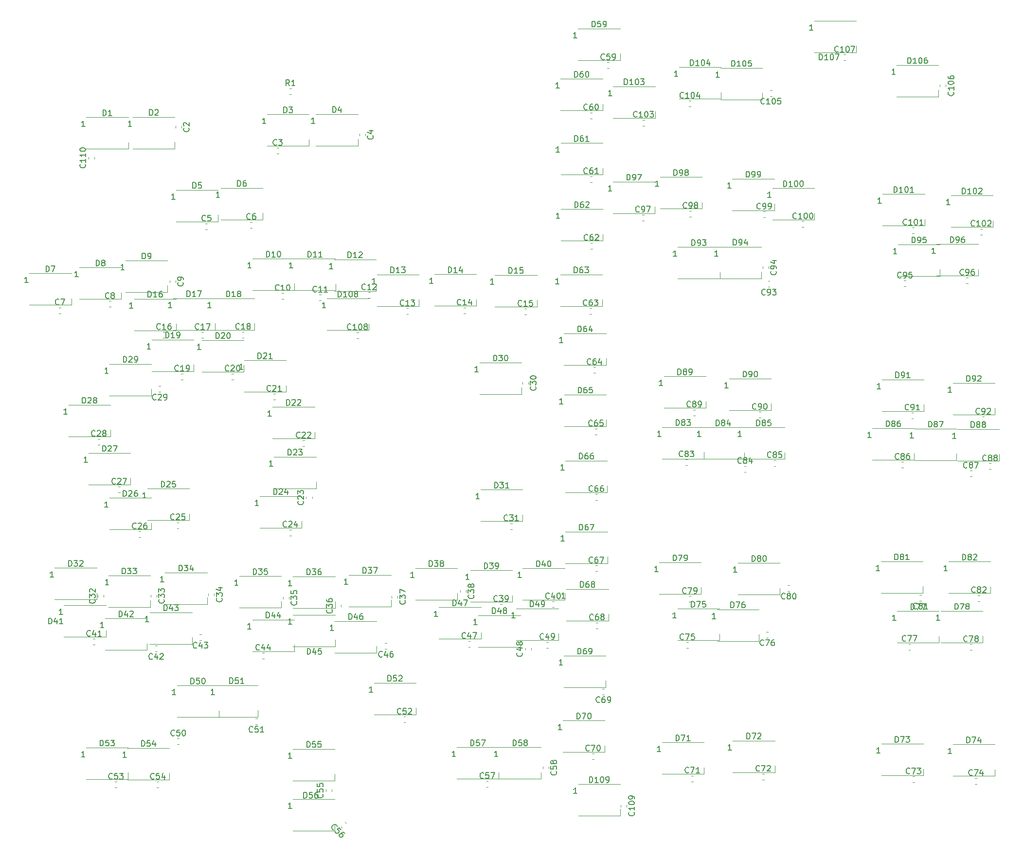
<source format=gbr>
%TF.GenerationSoftware,KiCad,Pcbnew,(5.1.10)-1*%
%TF.CreationDate,2021-11-16T16:52:48+11:00*%
%TF.ProjectId,COMM Panel PCB V2,434f4d4d-2050-4616-9e65-6c2050434220,rev?*%
%TF.SameCoordinates,Original*%
%TF.FileFunction,Legend,Top*%
%TF.FilePolarity,Positive*%
%FSLAX46Y46*%
G04 Gerber Fmt 4.6, Leading zero omitted, Abs format (unit mm)*
G04 Created by KiCad (PCBNEW (5.1.10)-1) date 2021-11-16 16:52:48*
%MOMM*%
%LPD*%
G01*
G04 APERTURE LIST*
%ADD10C,0.120000*%
%ADD11C,0.150000*%
G04 APERTURE END LIST*
D10*
%TO.C,C48*%
X152440000Y-127635279D02*
X152440000Y-127309721D01*
X151420000Y-127635279D02*
X151420000Y-127309721D01*
%TO.C,C59*%
X165709721Y-26300000D02*
X166035279Y-26300000D01*
X165709721Y-25280000D02*
X166035279Y-25280000D01*
%TO.C,D109*%
X160650000Y-151000000D02*
X167950000Y-151000000D01*
X160650000Y-156500000D02*
X167950000Y-156500000D01*
X167950000Y-156500000D02*
X167950000Y-155350000D01*
%TO.C,C33*%
X86240000Y-118049721D02*
X86240000Y-118375279D01*
X87260000Y-118049721D02*
X87260000Y-118375279D01*
%TO.C,C25*%
X90799721Y-106435000D02*
X91125279Y-106435000D01*
X90799721Y-105415000D02*
X91125279Y-105415000D01*
%TO.C,R1*%
X110399721Y-30835000D02*
X110725279Y-30835000D01*
X110399721Y-29815000D02*
X110725279Y-29815000D01*
%TO.C,C110*%
X76410000Y-42100279D02*
X76410000Y-41774721D01*
X75390000Y-42100279D02*
X75390000Y-41774721D01*
%TO.C,C109*%
X168040000Y-154617221D02*
X168040000Y-154942779D01*
X169060000Y-154617221D02*
X169060000Y-154942779D01*
%TO.C,C108*%
X122057221Y-73330000D02*
X122382779Y-73330000D01*
X122057221Y-72310000D02*
X122382779Y-72310000D01*
%TO.C,C107*%
X206859721Y-24960000D02*
X207185279Y-24960000D01*
X206859721Y-23940000D02*
X207185279Y-23940000D01*
%TO.C,C106*%
X223630000Y-29174721D02*
X223630000Y-29500279D01*
X224650000Y-29174721D02*
X224650000Y-29500279D01*
%TO.C,C105*%
X194350279Y-30150000D02*
X194024721Y-30150000D01*
X194350279Y-31170000D02*
X194024721Y-31170000D01*
%TO.C,C104*%
X179929721Y-32990000D02*
X180255279Y-32990000D01*
X179929721Y-31970000D02*
X180255279Y-31970000D01*
%TO.C,C103*%
X171849721Y-36320000D02*
X172175279Y-36320000D01*
X171849721Y-35300000D02*
X172175279Y-35300000D01*
%TO.C,C102*%
X230604721Y-55310000D02*
X230930279Y-55310000D01*
X230604721Y-54290000D02*
X230930279Y-54290000D01*
%TO.C,C101*%
X218769721Y-55090000D02*
X219095279Y-55090000D01*
X218769721Y-54070000D02*
X219095279Y-54070000D01*
%TO.C,C100*%
X199579721Y-54000000D02*
X199905279Y-54000000D01*
X199579721Y-52980000D02*
X199905279Y-52980000D01*
%TO.C,C99*%
X192837221Y-52310000D02*
X193162779Y-52310000D01*
X192837221Y-51290000D02*
X193162779Y-51290000D01*
%TO.C,C98*%
X180014721Y-52180000D02*
X180340279Y-52180000D01*
X180014721Y-51160000D02*
X180340279Y-51160000D01*
%TO.C,C97*%
X171764721Y-52850000D02*
X172090279Y-52850000D01*
X171764721Y-51830000D02*
X172090279Y-51830000D01*
%TO.C,C96*%
X228199721Y-63810000D02*
X228525279Y-63810000D01*
X228199721Y-62790000D02*
X228525279Y-62790000D01*
%TO.C,C95*%
X217337221Y-64310000D02*
X217662779Y-64310000D01*
X217337221Y-63290000D02*
X217662779Y-63290000D01*
%TO.C,C94*%
X192750000Y-60854721D02*
X192750000Y-61180279D01*
X193770000Y-60854721D02*
X193770000Y-61180279D01*
%TO.C,C93*%
X193990279Y-63400000D02*
X193664721Y-63400000D01*
X193990279Y-64420000D02*
X193664721Y-64420000D01*
%TO.C,C92*%
X230979721Y-88020000D02*
X231305279Y-88020000D01*
X230979721Y-87000000D02*
X231305279Y-87000000D01*
%TO.C,C91*%
X218644721Y-87330000D02*
X218970279Y-87330000D01*
X218644721Y-86310000D02*
X218970279Y-86310000D01*
%TO.C,C90*%
X192079721Y-87190000D02*
X192405279Y-87190000D01*
X192079721Y-86170000D02*
X192405279Y-86170000D01*
%TO.C,C89*%
X180669721Y-86800000D02*
X180995279Y-86800000D01*
X180669721Y-85780000D02*
X180995279Y-85780000D01*
%TO.C,C88*%
X232149721Y-96170000D02*
X232475279Y-96170000D01*
X232149721Y-95150000D02*
X232475279Y-95150000D01*
%TO.C,C87*%
X228817221Y-97410000D02*
X229142779Y-97410000D01*
X228817221Y-96390000D02*
X229142779Y-96390000D01*
%TO.C,C86*%
X216929721Y-95900000D02*
X217255279Y-95900000D01*
X216929721Y-94880000D02*
X217255279Y-94880000D01*
%TO.C,C85*%
X194687221Y-95610000D02*
X195012779Y-95610000D01*
X194687221Y-94590000D02*
X195012779Y-94590000D01*
%TO.C,C84*%
X189517221Y-96610000D02*
X189842779Y-96610000D01*
X189517221Y-95590000D02*
X189842779Y-95590000D01*
%TO.C,C83*%
X179337221Y-95460000D02*
X179662779Y-95460000D01*
X179337221Y-94440000D02*
X179662779Y-94440000D01*
%TO.C,C82*%
X230219721Y-119130000D02*
X230545279Y-119130000D01*
X230219721Y-118110000D02*
X230545279Y-118110000D01*
%TO.C,C81*%
X220385279Y-118090000D02*
X220059721Y-118090000D01*
X220385279Y-119110000D02*
X220059721Y-119110000D01*
%TO.C,C80*%
X197450279Y-116365000D02*
X197124721Y-116365000D01*
X197450279Y-117385000D02*
X197124721Y-117385000D01*
%TO.C,C79*%
X179899721Y-119270000D02*
X180225279Y-119270000D01*
X179899721Y-118250000D02*
X180225279Y-118250000D01*
%TO.C,C78*%
X228844721Y-127670000D02*
X229170279Y-127670000D01*
X228844721Y-126650000D02*
X229170279Y-126650000D01*
%TO.C,C77*%
X218145181Y-127603980D02*
X218470739Y-127603980D01*
X218145181Y-126583980D02*
X218470739Y-126583980D01*
%TO.C,C76*%
X193725279Y-124465000D02*
X193399721Y-124465000D01*
X193725279Y-125485000D02*
X193399721Y-125485000D01*
%TO.C,C75*%
X179474721Y-127310000D02*
X179800279Y-127310000D01*
X179474721Y-126290000D02*
X179800279Y-126290000D01*
%TO.C,C74*%
X229724721Y-150970000D02*
X230050279Y-150970000D01*
X229724721Y-149950000D02*
X230050279Y-149950000D01*
%TO.C,C73*%
X218837221Y-150674800D02*
X219162779Y-150674800D01*
X218837221Y-149654800D02*
X219162779Y-149654800D01*
%TO.C,C72*%
X192699721Y-150235000D02*
X193025279Y-150235000D01*
X192699721Y-149215000D02*
X193025279Y-149215000D01*
%TO.C,C71*%
X180349721Y-150535000D02*
X180675279Y-150535000D01*
X180349721Y-149515000D02*
X180675279Y-149515000D01*
%TO.C,C70*%
X163074721Y-146685000D02*
X163400279Y-146685000D01*
X163074721Y-145665000D02*
X163400279Y-145665000D01*
%TO.C,C69*%
X165200279Y-134390000D02*
X164874721Y-134390000D01*
X165200279Y-135410000D02*
X164874721Y-135410000D01*
%TO.C,C68*%
X163737221Y-123885000D02*
X164062779Y-123885000D01*
X163737221Y-122865000D02*
X164062779Y-122865000D01*
%TO.C,C67*%
X163624721Y-113935000D02*
X163950279Y-113935000D01*
X163624721Y-112915000D02*
X163950279Y-112915000D01*
%TO.C,C66*%
X163639721Y-101510000D02*
X163965279Y-101510000D01*
X163639721Y-100490000D02*
X163965279Y-100490000D01*
%TO.C,C65*%
X163567221Y-90110000D02*
X163892779Y-90110000D01*
X163567221Y-89090000D02*
X163892779Y-89090000D01*
%TO.C,C64*%
X163319721Y-79390000D02*
X163645279Y-79390000D01*
X163319721Y-78370000D02*
X163645279Y-78370000D01*
%TO.C,C63*%
X162639721Y-69120000D02*
X162965279Y-69120000D01*
X162639721Y-68100000D02*
X162965279Y-68100000D01*
%TO.C,C62*%
X162779721Y-57760000D02*
X163105279Y-57760000D01*
X162779721Y-56740000D02*
X163105279Y-56740000D01*
%TO.C,C61*%
X162729721Y-46160000D02*
X163055279Y-46160000D01*
X162729721Y-45140000D02*
X163055279Y-45140000D01*
%TO.C,C60*%
X162729721Y-35050000D02*
X163055279Y-35050000D01*
X162729721Y-34030000D02*
X163055279Y-34030000D01*
%TO.C,C58*%
X154490000Y-147974721D02*
X154490000Y-148300279D01*
X155510000Y-147974721D02*
X155510000Y-148300279D01*
%TO.C,C57*%
X144649721Y-151485000D02*
X144975279Y-151485000D01*
X144649721Y-150465000D02*
X144975279Y-150465000D01*
%TO.C,C56*%
X120279907Y-157864398D02*
X120049702Y-157634193D01*
X119558658Y-158585647D02*
X119328453Y-158355442D01*
%TO.C,C55*%
X117731000Y-152283279D02*
X117731000Y-151957721D01*
X116711000Y-152283279D02*
X116711000Y-151957721D01*
%TO.C,C54*%
X87317221Y-151600000D02*
X87642779Y-151600000D01*
X87317221Y-150580000D02*
X87642779Y-150580000D01*
%TO.C,C53*%
X80029721Y-151600000D02*
X80355279Y-151600000D01*
X80029721Y-150580000D02*
X80355279Y-150580000D01*
%TO.C,C52*%
X130249721Y-140285000D02*
X130575279Y-140285000D01*
X130249721Y-139265000D02*
X130575279Y-139265000D01*
%TO.C,C51*%
X104810779Y-139571000D02*
X104485221Y-139571000D01*
X104810779Y-140591000D02*
X104485221Y-140591000D01*
%TO.C,C50*%
X90867221Y-144060000D02*
X91192779Y-144060000D01*
X90867221Y-143040000D02*
X91192779Y-143040000D01*
%TO.C,C49*%
X155099721Y-127260000D02*
X155425279Y-127260000D01*
X155099721Y-126240000D02*
X155425279Y-126240000D01*
%TO.C,C47*%
X141509721Y-127110000D02*
X141835279Y-127110000D01*
X141509721Y-126090000D02*
X141835279Y-126090000D01*
%TO.C,C46*%
X127350279Y-126465000D02*
X127024721Y-126465000D01*
X127350279Y-127485000D02*
X127024721Y-127485000D01*
%TO.C,C44*%
X105648581Y-129150840D02*
X105974139Y-129150840D01*
X105648581Y-128130840D02*
X105974139Y-128130840D01*
%TO.C,C43*%
X95075279Y-124915000D02*
X94749721Y-124915000D01*
X95075279Y-125935000D02*
X94749721Y-125935000D01*
%TO.C,C42*%
X87350279Y-126865000D02*
X87024721Y-126865000D01*
X87350279Y-127885000D02*
X87024721Y-127885000D01*
%TO.C,C41*%
X76224721Y-126710000D02*
X76550279Y-126710000D01*
X76224721Y-125690000D02*
X76550279Y-125690000D01*
%TO.C,C40*%
X156099721Y-120185000D02*
X156425279Y-120185000D01*
X156099721Y-119165000D02*
X156425279Y-119165000D01*
%TO.C,C39*%
X147049721Y-120660000D02*
X147375279Y-120660000D01*
X147049721Y-119640000D02*
X147375279Y-119640000D01*
%TO.C,C38*%
X140115000Y-117249721D02*
X140115000Y-117575279D01*
X141135000Y-117249721D02*
X141135000Y-117575279D01*
%TO.C,C37*%
X128191800Y-118211421D02*
X128191800Y-118536979D01*
X129211800Y-118211421D02*
X129211800Y-118536979D01*
%TO.C,C36*%
X119343900Y-120114379D02*
X119343900Y-119788821D01*
X118323900Y-120114379D02*
X118323900Y-119788821D01*
%TO.C,C35*%
X109290000Y-118374721D02*
X109290000Y-118700279D01*
X110310000Y-118374721D02*
X110310000Y-118700279D01*
%TO.C,C34*%
X96289400Y-117805021D02*
X96289400Y-118130579D01*
X97309400Y-117805021D02*
X97309400Y-118130579D01*
%TO.C,C32*%
X78060000Y-118400279D02*
X78060000Y-118074721D01*
X77040000Y-118400279D02*
X77040000Y-118074721D01*
%TO.C,C31*%
X148829721Y-106610000D02*
X149155279Y-106610000D01*
X148829721Y-105590000D02*
X149155279Y-105590000D01*
%TO.C,C30*%
X150930000Y-80974721D02*
X150930000Y-81300279D01*
X151950000Y-80974721D02*
X151950000Y-81300279D01*
%TO.C,C29*%
X87975279Y-81690000D02*
X87649721Y-81690000D01*
X87975279Y-82710000D02*
X87649721Y-82710000D01*
%TO.C,C28*%
X77049721Y-91885000D02*
X77375279Y-91885000D01*
X77049721Y-90865000D02*
X77375279Y-90865000D01*
%TO.C,C27*%
X80599721Y-100210000D02*
X80925279Y-100210000D01*
X80599721Y-99190000D02*
X80925279Y-99190000D01*
%TO.C,C26*%
X84174721Y-108010000D02*
X84500279Y-108010000D01*
X84174721Y-106990000D02*
X84500279Y-106990000D01*
%TO.C,C24*%
X110374721Y-107710000D02*
X110700279Y-107710000D01*
X110374721Y-106690000D02*
X110700279Y-106690000D01*
%TO.C,C23*%
X114335000Y-101250279D02*
X114335000Y-100924721D01*
X113315000Y-101250279D02*
X113315000Y-100924721D01*
%TO.C,C22*%
X112699721Y-92180000D02*
X113025279Y-92180000D01*
X112699721Y-91160000D02*
X113025279Y-91160000D01*
%TO.C,C21*%
X107587221Y-84035000D02*
X107912779Y-84035000D01*
X107587221Y-83015000D02*
X107912779Y-83015000D01*
%TO.C,C20*%
X100324721Y-80535000D02*
X100650279Y-80535000D01*
X100324721Y-79515000D02*
X100650279Y-79515000D01*
%TO.C,C19*%
X91549721Y-80535000D02*
X91875279Y-80535000D01*
X91549721Y-79515000D02*
X91875279Y-79515000D01*
%TO.C,C18*%
X102149721Y-73260000D02*
X102475279Y-73260000D01*
X102149721Y-72240000D02*
X102475279Y-72240000D01*
%TO.C,C17*%
X95099721Y-73285000D02*
X95425279Y-73285000D01*
X95099721Y-72265000D02*
X95425279Y-72265000D01*
%TO.C,C16*%
X88399721Y-73285000D02*
X88725279Y-73285000D01*
X88399721Y-72265000D02*
X88725279Y-72265000D01*
%TO.C,C15*%
X151299721Y-69220000D02*
X151625279Y-69220000D01*
X151299721Y-68200000D02*
X151625279Y-68200000D01*
%TO.C,C14*%
X140709721Y-69030000D02*
X141035279Y-69030000D01*
X140709721Y-68010000D02*
X141035279Y-68010000D01*
%TO.C,C13*%
X130759721Y-69150000D02*
X131085279Y-69150000D01*
X130759721Y-68130000D02*
X131085279Y-68130000D01*
%TO.C,C12*%
X124087221Y-66360000D02*
X124412779Y-66360000D01*
X124087221Y-65340000D02*
X124412779Y-65340000D01*
%TO.C,C11*%
X115587221Y-66760000D02*
X115912779Y-66760000D01*
X115587221Y-65740000D02*
X115912779Y-65740000D01*
%TO.C,C10*%
X109054721Y-66500000D02*
X109380279Y-66500000D01*
X109054721Y-65480000D02*
X109380279Y-65480000D01*
%TO.C,C9*%
X89540000Y-63299721D02*
X89540000Y-63625279D01*
X90560000Y-63299721D02*
X90560000Y-63625279D01*
%TO.C,C8*%
X78974721Y-67885000D02*
X79300279Y-67885000D01*
X78974721Y-66865000D02*
X79300279Y-66865000D01*
%TO.C,C7*%
X70274721Y-69010000D02*
X70600279Y-69010000D01*
X70274721Y-67990000D02*
X70600279Y-67990000D01*
%TO.C,C6*%
X103574721Y-54110000D02*
X103900279Y-54110000D01*
X103574721Y-53090000D02*
X103900279Y-53090000D01*
%TO.C,C5*%
X95774721Y-54385000D02*
X96100279Y-54385000D01*
X95774721Y-53365000D02*
X96100279Y-53365000D01*
%TO.C,C4*%
X122590000Y-37724721D02*
X122590000Y-38050279D01*
X123610000Y-37724721D02*
X123610000Y-38050279D01*
%TO.C,C3*%
X108174721Y-41210000D02*
X108500279Y-41210000D01*
X108174721Y-40190000D02*
X108500279Y-40190000D01*
%TO.C,C2*%
X90540000Y-36399721D02*
X90540000Y-36725279D01*
X91560000Y-36399721D02*
X91560000Y-36725279D01*
%TO.C,D40*%
X158274000Y-118904000D02*
X158274000Y-117754000D01*
X150974000Y-118904000D02*
X158274000Y-118904000D01*
X150974000Y-113404000D02*
X158274000Y-113404000D01*
%TO.C,D108*%
X116900000Y-66450000D02*
X124200000Y-66450000D01*
X116900000Y-71950000D02*
X124200000Y-71950000D01*
X124200000Y-71950000D02*
X124200000Y-70800000D01*
%TO.C,D107*%
X209023000Y-23552400D02*
X209023000Y-22402400D01*
X201723000Y-23552400D02*
X209023000Y-23552400D01*
X201723000Y-18052400D02*
X209023000Y-18052400D01*
%TO.C,D106*%
X223348000Y-31274400D02*
X223348000Y-30124400D01*
X216048000Y-31274400D02*
X223348000Y-31274400D01*
X216048000Y-25774400D02*
X223348000Y-25774400D01*
%TO.C,D105*%
X192716000Y-31782400D02*
X192716000Y-30632400D01*
X185416000Y-31782400D02*
X192716000Y-31782400D01*
X185416000Y-26282400D02*
X192716000Y-26282400D01*
%TO.C,D104*%
X185502000Y-31630000D02*
X185502000Y-30480000D01*
X178202000Y-31630000D02*
X185502000Y-31630000D01*
X178202000Y-26130000D02*
X185502000Y-26130000D01*
%TO.C,D103*%
X174022000Y-34982400D02*
X174022000Y-33832400D01*
X166722000Y-34982400D02*
X174022000Y-34982400D01*
X166722000Y-29482400D02*
X174022000Y-29482400D01*
%TO.C,D102*%
X232848000Y-53982000D02*
X232848000Y-52832000D01*
X225548000Y-53982000D02*
X232848000Y-53982000D01*
X225548000Y-48482000D02*
X232848000Y-48482000D01*
%TO.C,D101*%
X220933000Y-53727600D02*
X220933000Y-52577600D01*
X213633000Y-53727600D02*
X220933000Y-53727600D01*
X213633000Y-48227600D02*
X220933000Y-48227600D01*
%TO.C,D100*%
X201731000Y-52711600D02*
X201731000Y-51561600D01*
X194431000Y-52711600D02*
X201731000Y-52711600D01*
X194431000Y-47211600D02*
X201731000Y-47211600D01*
%TO.C,D99*%
X194771000Y-51086000D02*
X194771000Y-49936000D01*
X187471000Y-51086000D02*
X194771000Y-51086000D01*
X187471000Y-45586000D02*
X194771000Y-45586000D01*
%TO.C,D98*%
X182173000Y-50781200D02*
X182173000Y-49631200D01*
X174873000Y-50781200D02*
X182173000Y-50781200D01*
X174873000Y-45281200D02*
X182173000Y-45281200D01*
%TO.C,D97*%
X173994000Y-51594000D02*
X173994000Y-50444000D01*
X166694000Y-51594000D02*
X173994000Y-51594000D01*
X166694000Y-46094000D02*
X173994000Y-46094000D01*
%TO.C,D96*%
X230308000Y-62465200D02*
X230308000Y-61315200D01*
X223008000Y-62465200D02*
X230308000Y-62465200D01*
X223008000Y-56965200D02*
X230308000Y-56965200D01*
%TO.C,D95*%
X223602000Y-62516400D02*
X223602000Y-61366400D01*
X216302000Y-62516400D02*
X223602000Y-62516400D01*
X216302000Y-57016400D02*
X223602000Y-57016400D01*
%TO.C,D94*%
X192513000Y-62922800D02*
X192513000Y-61772800D01*
X185213000Y-62922800D02*
X192513000Y-62922800D01*
X185213000Y-57422800D02*
X192513000Y-57422800D01*
%TO.C,D93*%
X185299000Y-62973600D02*
X185299000Y-61823600D01*
X177999000Y-62973600D02*
X185299000Y-62973600D01*
X177999000Y-57473600D02*
X185299000Y-57473600D01*
%TO.C,D92*%
X233153000Y-86646400D02*
X233153000Y-85496400D01*
X225853000Y-86646400D02*
X233153000Y-86646400D01*
X225853000Y-81146400D02*
X233153000Y-81146400D01*
%TO.C,D91*%
X220781000Y-86036800D02*
X220781000Y-84886800D01*
X213481000Y-86036800D02*
X220781000Y-86036800D01*
X213481000Y-80536800D02*
X220781000Y-80536800D01*
%TO.C,D90*%
X194240000Y-85884400D02*
X194240000Y-84734400D01*
X186940000Y-85884400D02*
X194240000Y-85884400D01*
X186940000Y-80384400D02*
X194240000Y-80384400D01*
%TO.C,D89*%
X182861000Y-85478000D02*
X182861000Y-84328000D01*
X175561000Y-85478000D02*
X182861000Y-85478000D01*
X175561000Y-79978000D02*
X182861000Y-79978000D01*
%TO.C,D88*%
X233915000Y-94672400D02*
X233915000Y-93522400D01*
X226615000Y-94672400D02*
X233915000Y-94672400D01*
X226615000Y-89172400D02*
X233915000Y-89172400D01*
%TO.C,D87*%
X226510000Y-94596400D02*
X226510000Y-93446400D01*
X219210000Y-94596400D02*
X226510000Y-94596400D01*
X219210000Y-89096400D02*
X226510000Y-89096400D01*
%TO.C,D86*%
X219132000Y-94520400D02*
X219132000Y-93370400D01*
X211832000Y-94520400D02*
X219132000Y-94520400D01*
X211832000Y-89020400D02*
X219132000Y-89020400D01*
%TO.C,D85*%
X196577000Y-94367600D02*
X196577000Y-93217600D01*
X189277000Y-94367600D02*
X196577000Y-94367600D01*
X189277000Y-88867600D02*
X196577000Y-88867600D01*
%TO.C,D84*%
X189516000Y-94368000D02*
X189516000Y-93218000D01*
X182216000Y-94368000D02*
X189516000Y-94368000D01*
X182216000Y-88868000D02*
X189516000Y-88868000D01*
%TO.C,D83*%
X182556000Y-94316800D02*
X182556000Y-93166800D01*
X175256000Y-94316800D02*
X182556000Y-94316800D01*
X175256000Y-88816800D02*
X182556000Y-88816800D01*
%TO.C,D82*%
X232402000Y-117761000D02*
X232402000Y-116611000D01*
X225102000Y-117761000D02*
X232402000Y-117761000D01*
X225102000Y-112261000D02*
X232402000Y-112261000D01*
%TO.C,D81*%
X220617000Y-117710000D02*
X220617000Y-116560000D01*
X213317000Y-117710000D02*
X220617000Y-117710000D01*
X213317000Y-112210000D02*
X220617000Y-112210000D01*
%TO.C,D80*%
X195764000Y-117990000D02*
X195764000Y-116840000D01*
X188464000Y-117990000D02*
X195764000Y-117990000D01*
X188464000Y-112490000D02*
X195764000Y-112490000D01*
%TO.C,D79*%
X182048000Y-117888000D02*
X182048000Y-116738000D01*
X174748000Y-117888000D02*
X182048000Y-117888000D01*
X174748000Y-112388000D02*
X182048000Y-112388000D01*
%TO.C,D78*%
X231082000Y-126346000D02*
X231082000Y-125196000D01*
X223782000Y-126346000D02*
X231082000Y-126346000D01*
X223782000Y-120846000D02*
X231082000Y-120846000D01*
%TO.C,D77*%
X223462000Y-126397000D02*
X223462000Y-125247000D01*
X216162000Y-126397000D02*
X223462000Y-126397000D01*
X216162000Y-120897000D02*
X223462000Y-120897000D01*
%TO.C,D76*%
X192079000Y-126067000D02*
X192079000Y-124917000D01*
X184779000Y-126067000D02*
X192079000Y-126067000D01*
X184779000Y-120567000D02*
X192079000Y-120567000D01*
%TO.C,D75*%
X185221000Y-125966000D02*
X185221000Y-124816000D01*
X177921000Y-125966000D02*
X185221000Y-125966000D01*
X177921000Y-120466000D02*
X185221000Y-120466000D01*
%TO.C,D74*%
X233153000Y-149587000D02*
X233153000Y-148437000D01*
X225853000Y-149587000D02*
X233153000Y-149587000D01*
X225853000Y-144087000D02*
X233153000Y-144087000D01*
%TO.C,D73*%
X220707000Y-149486000D02*
X220707000Y-148336000D01*
X213407000Y-149486000D02*
X220707000Y-149486000D01*
X213407000Y-143986000D02*
X220707000Y-143986000D01*
%TO.C,D72*%
X194850000Y-148927000D02*
X194850000Y-147777000D01*
X187550000Y-148927000D02*
X194850000Y-148927000D01*
X187550000Y-143427000D02*
X194850000Y-143427000D01*
%TO.C,D71*%
X182528000Y-149232000D02*
X182528000Y-148082000D01*
X175228000Y-149232000D02*
X182528000Y-149232000D01*
X175228000Y-143732000D02*
X182528000Y-143732000D01*
%TO.C,D70*%
X165284000Y-145422000D02*
X165284000Y-144272000D01*
X157984000Y-145422000D02*
X165284000Y-145422000D01*
X157984000Y-139922000D02*
X165284000Y-139922000D01*
%TO.C,D69*%
X165436000Y-134144000D02*
X165436000Y-132994000D01*
X158136000Y-134144000D02*
X165436000Y-134144000D01*
X158136000Y-128644000D02*
X165436000Y-128644000D01*
%TO.C,D68*%
X165894000Y-122511000D02*
X165894000Y-121361000D01*
X158594000Y-122511000D02*
X165894000Y-122511000D01*
X158594000Y-117011000D02*
X165894000Y-117011000D01*
%TO.C,D67*%
X165741000Y-112554000D02*
X165741000Y-111404000D01*
X158441000Y-112554000D02*
X165741000Y-112554000D01*
X158441000Y-107054000D02*
X165741000Y-107054000D01*
%TO.C,D66*%
X165714000Y-100158800D02*
X165714000Y-99008800D01*
X158414000Y-100158800D02*
X165714000Y-100158800D01*
X158414000Y-94658800D02*
X165714000Y-94658800D01*
%TO.C,D65*%
X165510000Y-88678400D02*
X165510000Y-87528400D01*
X158210000Y-88678400D02*
X165510000Y-88678400D01*
X158210000Y-83178400D02*
X165510000Y-83178400D01*
%TO.C,D64*%
X165487000Y-78010000D02*
X165487000Y-76860000D01*
X158187000Y-78010000D02*
X165487000Y-78010000D01*
X158187000Y-72510000D02*
X165487000Y-72510000D01*
%TO.C,D63*%
X164827000Y-67748400D02*
X164827000Y-66598400D01*
X157527000Y-67748400D02*
X164827000Y-67748400D01*
X157527000Y-62248400D02*
X164827000Y-62248400D01*
%TO.C,D62*%
X164928000Y-56369200D02*
X164928000Y-55219200D01*
X157628000Y-56369200D02*
X164928000Y-56369200D01*
X157628000Y-50869200D02*
X164928000Y-50869200D01*
%TO.C,D61*%
X164901000Y-44837600D02*
X164901000Y-43687600D01*
X157601000Y-44837600D02*
X164901000Y-44837600D01*
X157601000Y-39337600D02*
X164901000Y-39337600D01*
%TO.C,D60*%
X164878000Y-33661600D02*
X164878000Y-32511600D01*
X157578000Y-33661600D02*
X164878000Y-33661600D01*
X157578000Y-28161600D02*
X164878000Y-28161600D01*
%TO.C,D59*%
X167926000Y-24924000D02*
X167926000Y-23774000D01*
X160626000Y-24924000D02*
X167926000Y-24924000D01*
X160626000Y-19424000D02*
X167926000Y-19424000D01*
%TO.C,D58*%
X154182000Y-150095000D02*
X154182000Y-148945000D01*
X146882000Y-150095000D02*
X154182000Y-150095000D01*
X146882000Y-144595000D02*
X154182000Y-144595000D01*
%TO.C,D57*%
X146816000Y-150095000D02*
X146816000Y-148945000D01*
X139516000Y-150095000D02*
X146816000Y-150095000D01*
X139516000Y-144595000D02*
X146816000Y-144595000D01*
%TO.C,D56*%
X118306000Y-159112000D02*
X118306000Y-157962000D01*
X111006000Y-159112000D02*
X118306000Y-159112000D01*
X111006000Y-153612000D02*
X118306000Y-153612000D01*
%TO.C,D55*%
X118306000Y-150375000D02*
X118306000Y-149225000D01*
X111006000Y-150375000D02*
X118306000Y-150375000D01*
X111006000Y-144875000D02*
X118306000Y-144875000D01*
%TO.C,D54*%
X89513600Y-150197000D02*
X89513600Y-149047000D01*
X82213600Y-150197000D02*
X89513600Y-150197000D01*
X82213600Y-144697000D02*
X89513600Y-144697000D01*
%TO.C,D53*%
X82300000Y-150146000D02*
X82300000Y-148996000D01*
X75000000Y-150146000D02*
X82300000Y-150146000D01*
X75000000Y-144646000D02*
X82300000Y-144646000D01*
%TO.C,D52*%
X132389000Y-138868000D02*
X132389000Y-137718000D01*
X125089000Y-138868000D02*
X132389000Y-138868000D01*
X125089000Y-133368000D02*
X132389000Y-133368000D01*
%TO.C,D51*%
X104855000Y-139275000D02*
X104855000Y-138125000D01*
X97555000Y-139275000D02*
X104855000Y-139275000D01*
X97555000Y-133775000D02*
X104855000Y-133775000D01*
%TO.C,D50*%
X98098800Y-139326000D02*
X98098800Y-138176000D01*
X90798800Y-139326000D02*
X98098800Y-139326000D01*
X90798800Y-133826000D02*
X98098800Y-133826000D01*
%TO.C,D49*%
X157179000Y-125914000D02*
X157179000Y-124764000D01*
X149879000Y-125914000D02*
X157179000Y-125914000D01*
X149879000Y-120414000D02*
X157179000Y-120414000D01*
%TO.C,D48*%
X150575000Y-127083000D02*
X150575000Y-125933000D01*
X143275000Y-127083000D02*
X150575000Y-127083000D01*
X143275000Y-121583000D02*
X150575000Y-121583000D01*
%TO.C,D47*%
X143717000Y-125711000D02*
X143717000Y-124561000D01*
X136417000Y-125711000D02*
X143717000Y-125711000D01*
X136417000Y-120211000D02*
X143717000Y-120211000D01*
%TO.C,D46*%
X125582000Y-128099000D02*
X125582000Y-126949000D01*
X118282000Y-128099000D02*
X125582000Y-128099000D01*
X118282000Y-122599000D02*
X125582000Y-122599000D01*
%TO.C,D45*%
X118317000Y-127032000D02*
X118317000Y-125882000D01*
X111017000Y-127032000D02*
X118317000Y-127032000D01*
X111017000Y-121532000D02*
X118317000Y-121532000D01*
%TO.C,D44*%
X111225000Y-127850000D02*
X111225000Y-126700000D01*
X103925000Y-127850000D02*
X111225000Y-127850000D01*
X103925000Y-122350000D02*
X111225000Y-122350000D01*
%TO.C,D43*%
X93425200Y-126575000D02*
X93425200Y-125425000D01*
X86125200Y-126575000D02*
X93425200Y-126575000D01*
X86125200Y-121075000D02*
X93425200Y-121075000D01*
%TO.C,D42*%
X85602000Y-127642000D02*
X85602000Y-126492000D01*
X78302000Y-127642000D02*
X85602000Y-127642000D01*
X78302000Y-122142000D02*
X85602000Y-122142000D01*
%TO.C,D41*%
X78439200Y-125356000D02*
X78439200Y-124206000D01*
X71139200Y-125356000D02*
X78439200Y-125356000D01*
X71139200Y-119856000D02*
X78439200Y-119856000D01*
%TO.C,D39*%
X149180000Y-119260000D02*
X149180000Y-118110000D01*
X141880000Y-119260000D02*
X149180000Y-119260000D01*
X141880000Y-113760000D02*
X149180000Y-113760000D01*
%TO.C,D38*%
X139591000Y-118879000D02*
X139591000Y-117729000D01*
X132291000Y-118879000D02*
X139591000Y-118879000D01*
X132291000Y-113379000D02*
X139591000Y-113379000D01*
%TO.C,D37*%
X128048000Y-120072000D02*
X128048000Y-118922000D01*
X120748000Y-120072000D02*
X128048000Y-120072000D01*
X120748000Y-114572000D02*
X128048000Y-114572000D01*
%TO.C,D36*%
X118317000Y-120326000D02*
X118317000Y-119176000D01*
X111017000Y-120326000D02*
X118317000Y-120326000D01*
X111017000Y-114826000D02*
X118317000Y-114826000D01*
%TO.C,D35*%
X108970000Y-120276000D02*
X108970000Y-119126000D01*
X101670000Y-120276000D02*
X108970000Y-120276000D01*
X101670000Y-114776000D02*
X108970000Y-114776000D01*
%TO.C,D34*%
X96043600Y-119666000D02*
X96043600Y-118516000D01*
X88743600Y-119666000D02*
X96043600Y-119666000D01*
X88743600Y-114166000D02*
X96043600Y-114166000D01*
%TO.C,D33*%
X86160800Y-120174000D02*
X86160800Y-119024000D01*
X78860800Y-120174000D02*
X86160800Y-120174000D01*
X78860800Y-114674000D02*
X86160800Y-114674000D01*
%TO.C,D32*%
X76841200Y-118853000D02*
X76841200Y-117703000D01*
X69541200Y-118853000D02*
X76841200Y-118853000D01*
X69541200Y-113353000D02*
X76841200Y-113353000D01*
%TO.C,D31*%
X150970000Y-105214000D02*
X150970000Y-104064000D01*
X143670000Y-105214000D02*
X150970000Y-105214000D01*
X143670000Y-99714000D02*
X150970000Y-99714000D01*
%TO.C,D30*%
X150778000Y-83090000D02*
X150778000Y-81940000D01*
X143478000Y-83090000D02*
X150778000Y-83090000D01*
X143478000Y-77590000D02*
X150778000Y-77590000D01*
%TO.C,D29*%
X86352400Y-83318800D02*
X86352400Y-82168800D01*
X79052400Y-83318800D02*
X86352400Y-83318800D01*
X79052400Y-77818800D02*
X86352400Y-77818800D01*
%TO.C,D28*%
X79228800Y-90456000D02*
X79228800Y-89306000D01*
X71928800Y-90456000D02*
X79228800Y-90456000D01*
X71928800Y-84956000D02*
X79228800Y-84956000D01*
%TO.C,D27*%
X82734000Y-98838400D02*
X82734000Y-97688400D01*
X75434000Y-98838400D02*
X82734000Y-98838400D01*
X75434000Y-93338400D02*
X82734000Y-93338400D01*
%TO.C,D26*%
X86340800Y-106661000D02*
X86340800Y-105511000D01*
X79040800Y-106661000D02*
X86340800Y-106661000D01*
X79040800Y-101161000D02*
X86340800Y-101161000D01*
%TO.C,D25*%
X92956400Y-105061000D02*
X92956400Y-103911000D01*
X85656400Y-105061000D02*
X92956400Y-105061000D01*
X85656400Y-99561000D02*
X92956400Y-99561000D01*
%TO.C,D24*%
X112526000Y-106356000D02*
X112526000Y-105206000D01*
X105226000Y-106356000D02*
X112526000Y-106356000D01*
X105226000Y-100856000D02*
X112526000Y-100856000D01*
%TO.C,D23*%
X115015000Y-99498400D02*
X115015000Y-98348400D01*
X107715000Y-99498400D02*
X115015000Y-99498400D01*
X107715000Y-93998400D02*
X115015000Y-93998400D01*
%TO.C,D22*%
X114761000Y-90811600D02*
X114761000Y-89661600D01*
X107461000Y-90811600D02*
X114761000Y-90811600D01*
X107461000Y-85311600D02*
X114761000Y-85311600D01*
%TO.C,D21*%
X109783000Y-82683600D02*
X109783000Y-81533600D01*
X102483000Y-82683600D02*
X109783000Y-82683600D01*
X102483000Y-77183600D02*
X109783000Y-77183600D01*
%TO.C,D20*%
X102467600Y-79178800D02*
X102467600Y-78028800D01*
X95167600Y-79178800D02*
X102467600Y-79178800D01*
X95167600Y-73678800D02*
X102467600Y-73678800D01*
%TO.C,D19*%
X93730000Y-79076800D02*
X93730000Y-77926800D01*
X86430000Y-79076800D02*
X93730000Y-79076800D01*
X86430000Y-73576800D02*
X93730000Y-73576800D01*
%TO.C,D18*%
X104296000Y-71914000D02*
X104296000Y-70764000D01*
X96996000Y-71914000D02*
X104296000Y-71914000D01*
X96996000Y-66414000D02*
X104296000Y-66414000D01*
%TO.C,D17*%
X97426800Y-71888800D02*
X97426800Y-70738800D01*
X90126800Y-71888800D02*
X97426800Y-71888800D01*
X90126800Y-66388800D02*
X97426800Y-66388800D01*
%TO.C,D16*%
X90658800Y-71964800D02*
X90658800Y-70814800D01*
X83358800Y-71964800D02*
X90658800Y-71964800D01*
X83358800Y-66464800D02*
X90658800Y-66464800D01*
%TO.C,D15*%
X153459000Y-67824800D02*
X153459000Y-66674800D01*
X146159000Y-67824800D02*
X153459000Y-67824800D01*
X146159000Y-62324800D02*
X153459000Y-62324800D01*
%TO.C,D14*%
X142904000Y-67697600D02*
X142904000Y-66547600D01*
X135604000Y-67697600D02*
X142904000Y-67697600D01*
X135604000Y-62197600D02*
X142904000Y-62197600D01*
%TO.C,D13*%
X132897000Y-67748400D02*
X132897000Y-66598400D01*
X125597000Y-67748400D02*
X132897000Y-67748400D01*
X125597000Y-62248400D02*
X132897000Y-62248400D01*
%TO.C,D12*%
X125457000Y-65106800D02*
X125457000Y-63956800D01*
X118157000Y-65106800D02*
X125457000Y-65106800D01*
X118157000Y-59606800D02*
X125457000Y-59606800D01*
%TO.C,D11*%
X118470000Y-65005200D02*
X118470000Y-63855200D01*
X111170000Y-65005200D02*
X118470000Y-65005200D01*
X111170000Y-59505200D02*
X118470000Y-59505200D01*
%TO.C,D10*%
X111244000Y-64980000D02*
X111244000Y-63830000D01*
X103944000Y-64980000D02*
X111244000Y-64980000D01*
X103944000Y-59480000D02*
X111244000Y-59480000D01*
%TO.C,D9*%
X89158000Y-65310000D02*
X89158000Y-64160000D01*
X81858000Y-65310000D02*
X89158000Y-65310000D01*
X81858000Y-59810000D02*
X89158000Y-59810000D01*
%TO.C,D8*%
X81131600Y-66529600D02*
X81131600Y-65379600D01*
X73831600Y-66529600D02*
X81131600Y-66529600D01*
X73831600Y-61029600D02*
X81131600Y-61029600D01*
%TO.C,D7*%
X72421600Y-67545200D02*
X72421600Y-66395200D01*
X65121600Y-67545200D02*
X72421600Y-67545200D01*
X65121600Y-62045200D02*
X72421600Y-62045200D01*
%TO.C,D6*%
X105746000Y-52660800D02*
X105746000Y-51510800D01*
X98446000Y-52660800D02*
X105746000Y-52660800D01*
X98446000Y-47160800D02*
X105746000Y-47160800D01*
%TO.C,D5*%
X97974000Y-53016400D02*
X97974000Y-51866400D01*
X90674000Y-53016400D02*
X97974000Y-53016400D01*
X90674000Y-47516400D02*
X97974000Y-47516400D01*
%TO.C,D4*%
X122307000Y-39808800D02*
X122307000Y-38658800D01*
X115007000Y-39808800D02*
X122307000Y-39808800D01*
X115007000Y-34308800D02*
X122307000Y-34308800D01*
%TO.C,D3*%
X113796000Y-39859200D02*
X113796000Y-38709200D01*
X106496000Y-39859200D02*
X113796000Y-39859200D01*
X106496000Y-34359200D02*
X113796000Y-34359200D01*
%TO.C,D2*%
X90428000Y-40316800D02*
X90428000Y-39166800D01*
X83128000Y-40316800D02*
X90428000Y-40316800D01*
X83128000Y-34816800D02*
X90428000Y-34816800D01*
%TO.C,D1*%
X82327600Y-40367600D02*
X82327600Y-39217600D01*
X75027600Y-40367600D02*
X82327600Y-40367600D01*
X75027600Y-34867600D02*
X82327600Y-34867600D01*
%TO.C,*%
D11*
%TO.C,C48*%
X150857142Y-128115357D02*
X150904761Y-128162976D01*
X150952380Y-128305833D01*
X150952380Y-128401071D01*
X150904761Y-128543928D01*
X150809523Y-128639166D01*
X150714285Y-128686785D01*
X150523809Y-128734404D01*
X150380952Y-128734404D01*
X150190476Y-128686785D01*
X150095238Y-128639166D01*
X150000000Y-128543928D01*
X149952380Y-128401071D01*
X149952380Y-128305833D01*
X150000000Y-128162976D01*
X150047619Y-128115357D01*
X150285714Y-127258214D02*
X150952380Y-127258214D01*
X149904761Y-127496309D02*
X150619047Y-127734404D01*
X150619047Y-127115357D01*
X150380952Y-126591547D02*
X150333333Y-126686785D01*
X150285714Y-126734404D01*
X150190476Y-126782023D01*
X150142857Y-126782023D01*
X150047619Y-126734404D01*
X150000000Y-126686785D01*
X149952380Y-126591547D01*
X149952380Y-126401071D01*
X150000000Y-126305833D01*
X150047619Y-126258214D01*
X150142857Y-126210595D01*
X150190476Y-126210595D01*
X150285714Y-126258214D01*
X150333333Y-126305833D01*
X150380952Y-126401071D01*
X150380952Y-126591547D01*
X150428571Y-126686785D01*
X150476190Y-126734404D01*
X150571428Y-126782023D01*
X150761904Y-126782023D01*
X150857142Y-126734404D01*
X150904761Y-126686785D01*
X150952380Y-126591547D01*
X150952380Y-126401071D01*
X150904761Y-126305833D01*
X150857142Y-126258214D01*
X150761904Y-126210595D01*
X150571428Y-126210595D01*
X150476190Y-126258214D01*
X150428571Y-126305833D01*
X150380952Y-126401071D01*
%TO.C,C59*%
X165229642Y-24717142D02*
X165182023Y-24764761D01*
X165039166Y-24812380D01*
X164943928Y-24812380D01*
X164801071Y-24764761D01*
X164705833Y-24669523D01*
X164658214Y-24574285D01*
X164610595Y-24383809D01*
X164610595Y-24240952D01*
X164658214Y-24050476D01*
X164705833Y-23955238D01*
X164801071Y-23860000D01*
X164943928Y-23812380D01*
X165039166Y-23812380D01*
X165182023Y-23860000D01*
X165229642Y-23907619D01*
X166134404Y-23812380D02*
X165658214Y-23812380D01*
X165610595Y-24288571D01*
X165658214Y-24240952D01*
X165753452Y-24193333D01*
X165991547Y-24193333D01*
X166086785Y-24240952D01*
X166134404Y-24288571D01*
X166182023Y-24383809D01*
X166182023Y-24621904D01*
X166134404Y-24717142D01*
X166086785Y-24764761D01*
X165991547Y-24812380D01*
X165753452Y-24812380D01*
X165658214Y-24764761D01*
X165610595Y-24717142D01*
X166658214Y-24812380D02*
X166848690Y-24812380D01*
X166943928Y-24764761D01*
X166991547Y-24717142D01*
X167086785Y-24574285D01*
X167134404Y-24383809D01*
X167134404Y-24002857D01*
X167086785Y-23907619D01*
X167039166Y-23860000D01*
X166943928Y-23812380D01*
X166753452Y-23812380D01*
X166658214Y-23860000D01*
X166610595Y-23907619D01*
X166562976Y-24002857D01*
X166562976Y-24240952D01*
X166610595Y-24336190D01*
X166658214Y-24383809D01*
X166753452Y-24431428D01*
X166943928Y-24431428D01*
X167039166Y-24383809D01*
X167086785Y-24336190D01*
X167134404Y-24240952D01*
%TO.C,D109*%
X162609523Y-150702380D02*
X162609523Y-149702380D01*
X162847619Y-149702380D01*
X162990476Y-149750000D01*
X163085714Y-149845238D01*
X163133333Y-149940476D01*
X163180952Y-150130952D01*
X163180952Y-150273809D01*
X163133333Y-150464285D01*
X163085714Y-150559523D01*
X162990476Y-150654761D01*
X162847619Y-150702380D01*
X162609523Y-150702380D01*
X164133333Y-150702380D02*
X163561904Y-150702380D01*
X163847619Y-150702380D02*
X163847619Y-149702380D01*
X163752380Y-149845238D01*
X163657142Y-149940476D01*
X163561904Y-149988095D01*
X164752380Y-149702380D02*
X164847619Y-149702380D01*
X164942857Y-149750000D01*
X164990476Y-149797619D01*
X165038095Y-149892857D01*
X165085714Y-150083333D01*
X165085714Y-150321428D01*
X165038095Y-150511904D01*
X164990476Y-150607142D01*
X164942857Y-150654761D01*
X164847619Y-150702380D01*
X164752380Y-150702380D01*
X164657142Y-150654761D01*
X164609523Y-150607142D01*
X164561904Y-150511904D01*
X164514285Y-150321428D01*
X164514285Y-150083333D01*
X164561904Y-149892857D01*
X164609523Y-149797619D01*
X164657142Y-149750000D01*
X164752380Y-149702380D01*
X165561904Y-150702380D02*
X165752380Y-150702380D01*
X165847619Y-150654761D01*
X165895238Y-150607142D01*
X165990476Y-150464285D01*
X166038095Y-150273809D01*
X166038095Y-149892857D01*
X165990476Y-149797619D01*
X165942857Y-149750000D01*
X165847619Y-149702380D01*
X165657142Y-149702380D01*
X165561904Y-149750000D01*
X165514285Y-149797619D01*
X165466666Y-149892857D01*
X165466666Y-150130952D01*
X165514285Y-150226190D01*
X165561904Y-150273809D01*
X165657142Y-150321428D01*
X165847619Y-150321428D01*
X165942857Y-150273809D01*
X165990476Y-150226190D01*
X166038095Y-150130952D01*
X160435714Y-152602380D02*
X159864285Y-152602380D01*
X160150000Y-152602380D02*
X160150000Y-151602380D01*
X160054761Y-151745238D01*
X159959523Y-151840476D01*
X159864285Y-151888095D01*
%TO.C,C33*%
X88537142Y-118855357D02*
X88584761Y-118902976D01*
X88632380Y-119045833D01*
X88632380Y-119141071D01*
X88584761Y-119283928D01*
X88489523Y-119379166D01*
X88394285Y-119426785D01*
X88203809Y-119474404D01*
X88060952Y-119474404D01*
X87870476Y-119426785D01*
X87775238Y-119379166D01*
X87680000Y-119283928D01*
X87632380Y-119141071D01*
X87632380Y-119045833D01*
X87680000Y-118902976D01*
X87727619Y-118855357D01*
X87632380Y-118522023D02*
X87632380Y-117902976D01*
X88013333Y-118236309D01*
X88013333Y-118093452D01*
X88060952Y-117998214D01*
X88108571Y-117950595D01*
X88203809Y-117902976D01*
X88441904Y-117902976D01*
X88537142Y-117950595D01*
X88584761Y-117998214D01*
X88632380Y-118093452D01*
X88632380Y-118379166D01*
X88584761Y-118474404D01*
X88537142Y-118522023D01*
X87632380Y-117569642D02*
X87632380Y-116950595D01*
X88013333Y-117283928D01*
X88013333Y-117141071D01*
X88060952Y-117045833D01*
X88108571Y-116998214D01*
X88203809Y-116950595D01*
X88441904Y-116950595D01*
X88537142Y-116998214D01*
X88584761Y-117045833D01*
X88632380Y-117141071D01*
X88632380Y-117426785D01*
X88584761Y-117522023D01*
X88537142Y-117569642D01*
%TO.C,C25*%
X90319642Y-104852142D02*
X90272023Y-104899761D01*
X90129166Y-104947380D01*
X90033928Y-104947380D01*
X89891071Y-104899761D01*
X89795833Y-104804523D01*
X89748214Y-104709285D01*
X89700595Y-104518809D01*
X89700595Y-104375952D01*
X89748214Y-104185476D01*
X89795833Y-104090238D01*
X89891071Y-103995000D01*
X90033928Y-103947380D01*
X90129166Y-103947380D01*
X90272023Y-103995000D01*
X90319642Y-104042619D01*
X90700595Y-104042619D02*
X90748214Y-103995000D01*
X90843452Y-103947380D01*
X91081547Y-103947380D01*
X91176785Y-103995000D01*
X91224404Y-104042619D01*
X91272023Y-104137857D01*
X91272023Y-104233095D01*
X91224404Y-104375952D01*
X90652976Y-104947380D01*
X91272023Y-104947380D01*
X92176785Y-103947380D02*
X91700595Y-103947380D01*
X91652976Y-104423571D01*
X91700595Y-104375952D01*
X91795833Y-104328333D01*
X92033928Y-104328333D01*
X92129166Y-104375952D01*
X92176785Y-104423571D01*
X92224404Y-104518809D01*
X92224404Y-104756904D01*
X92176785Y-104852142D01*
X92129166Y-104899761D01*
X92033928Y-104947380D01*
X91795833Y-104947380D01*
X91700595Y-104899761D01*
X91652976Y-104852142D01*
%TO.C,R1*%
X110395833Y-29347380D02*
X110062500Y-28871190D01*
X109824404Y-29347380D02*
X109824404Y-28347380D01*
X110205357Y-28347380D01*
X110300595Y-28395000D01*
X110348214Y-28442619D01*
X110395833Y-28537857D01*
X110395833Y-28680714D01*
X110348214Y-28775952D01*
X110300595Y-28823571D01*
X110205357Y-28871190D01*
X109824404Y-28871190D01*
X111348214Y-29347380D02*
X110776785Y-29347380D01*
X111062500Y-29347380D02*
X111062500Y-28347380D01*
X110967261Y-28490238D01*
X110872023Y-28585476D01*
X110776785Y-28633095D01*
%TO.C,C110*%
X74827142Y-43056547D02*
X74874761Y-43104166D01*
X74922380Y-43247023D01*
X74922380Y-43342261D01*
X74874761Y-43485119D01*
X74779523Y-43580357D01*
X74684285Y-43627976D01*
X74493809Y-43675595D01*
X74350952Y-43675595D01*
X74160476Y-43627976D01*
X74065238Y-43580357D01*
X73970000Y-43485119D01*
X73922380Y-43342261D01*
X73922380Y-43247023D01*
X73970000Y-43104166D01*
X74017619Y-43056547D01*
X74922380Y-42104166D02*
X74922380Y-42675595D01*
X74922380Y-42389880D02*
X73922380Y-42389880D01*
X74065238Y-42485119D01*
X74160476Y-42580357D01*
X74208095Y-42675595D01*
X74922380Y-41151785D02*
X74922380Y-41723214D01*
X74922380Y-41437500D02*
X73922380Y-41437500D01*
X74065238Y-41532738D01*
X74160476Y-41627976D01*
X74208095Y-41723214D01*
X73922380Y-40532738D02*
X73922380Y-40437500D01*
X73970000Y-40342261D01*
X74017619Y-40294642D01*
X74112857Y-40247023D01*
X74303333Y-40199404D01*
X74541428Y-40199404D01*
X74731904Y-40247023D01*
X74827142Y-40294642D01*
X74874761Y-40342261D01*
X74922380Y-40437500D01*
X74922380Y-40532738D01*
X74874761Y-40627976D01*
X74827142Y-40675595D01*
X74731904Y-40723214D01*
X74541428Y-40770833D01*
X74303333Y-40770833D01*
X74112857Y-40723214D01*
X74017619Y-40675595D01*
X73970000Y-40627976D01*
X73922380Y-40532738D01*
%TO.C,C109*%
X170337142Y-155899047D02*
X170384761Y-155946666D01*
X170432380Y-156089523D01*
X170432380Y-156184761D01*
X170384761Y-156327619D01*
X170289523Y-156422857D01*
X170194285Y-156470476D01*
X170003809Y-156518095D01*
X169860952Y-156518095D01*
X169670476Y-156470476D01*
X169575238Y-156422857D01*
X169480000Y-156327619D01*
X169432380Y-156184761D01*
X169432380Y-156089523D01*
X169480000Y-155946666D01*
X169527619Y-155899047D01*
X170432380Y-154946666D02*
X170432380Y-155518095D01*
X170432380Y-155232380D02*
X169432380Y-155232380D01*
X169575238Y-155327619D01*
X169670476Y-155422857D01*
X169718095Y-155518095D01*
X169432380Y-154327619D02*
X169432380Y-154232380D01*
X169480000Y-154137142D01*
X169527619Y-154089523D01*
X169622857Y-154041904D01*
X169813333Y-153994285D01*
X170051428Y-153994285D01*
X170241904Y-154041904D01*
X170337142Y-154089523D01*
X170384761Y-154137142D01*
X170432380Y-154232380D01*
X170432380Y-154327619D01*
X170384761Y-154422857D01*
X170337142Y-154470476D01*
X170241904Y-154518095D01*
X170051428Y-154565714D01*
X169813333Y-154565714D01*
X169622857Y-154518095D01*
X169527619Y-154470476D01*
X169480000Y-154422857D01*
X169432380Y-154327619D01*
X170432380Y-153518095D02*
X170432380Y-153327619D01*
X170384761Y-153232380D01*
X170337142Y-153184761D01*
X170194285Y-153089523D01*
X170003809Y-153041904D01*
X169622857Y-153041904D01*
X169527619Y-153089523D01*
X169480000Y-153137142D01*
X169432380Y-153232380D01*
X169432380Y-153422857D01*
X169480000Y-153518095D01*
X169527619Y-153565714D01*
X169622857Y-153613333D01*
X169860952Y-153613333D01*
X169956190Y-153565714D01*
X170003809Y-153518095D01*
X170051428Y-153422857D01*
X170051428Y-153232380D01*
X170003809Y-153137142D01*
X169956190Y-153089523D01*
X169860952Y-153041904D01*
%TO.C,C108*%
X121100952Y-71747142D02*
X121053333Y-71794761D01*
X120910476Y-71842380D01*
X120815238Y-71842380D01*
X120672380Y-71794761D01*
X120577142Y-71699523D01*
X120529523Y-71604285D01*
X120481904Y-71413809D01*
X120481904Y-71270952D01*
X120529523Y-71080476D01*
X120577142Y-70985238D01*
X120672380Y-70890000D01*
X120815238Y-70842380D01*
X120910476Y-70842380D01*
X121053333Y-70890000D01*
X121100952Y-70937619D01*
X122053333Y-71842380D02*
X121481904Y-71842380D01*
X121767619Y-71842380D02*
X121767619Y-70842380D01*
X121672380Y-70985238D01*
X121577142Y-71080476D01*
X121481904Y-71128095D01*
X122672380Y-70842380D02*
X122767619Y-70842380D01*
X122862857Y-70890000D01*
X122910476Y-70937619D01*
X122958095Y-71032857D01*
X123005714Y-71223333D01*
X123005714Y-71461428D01*
X122958095Y-71651904D01*
X122910476Y-71747142D01*
X122862857Y-71794761D01*
X122767619Y-71842380D01*
X122672380Y-71842380D01*
X122577142Y-71794761D01*
X122529523Y-71747142D01*
X122481904Y-71651904D01*
X122434285Y-71461428D01*
X122434285Y-71223333D01*
X122481904Y-71032857D01*
X122529523Y-70937619D01*
X122577142Y-70890000D01*
X122672380Y-70842380D01*
X123577142Y-71270952D02*
X123481904Y-71223333D01*
X123434285Y-71175714D01*
X123386666Y-71080476D01*
X123386666Y-71032857D01*
X123434285Y-70937619D01*
X123481904Y-70890000D01*
X123577142Y-70842380D01*
X123767619Y-70842380D01*
X123862857Y-70890000D01*
X123910476Y-70937619D01*
X123958095Y-71032857D01*
X123958095Y-71080476D01*
X123910476Y-71175714D01*
X123862857Y-71223333D01*
X123767619Y-71270952D01*
X123577142Y-71270952D01*
X123481904Y-71318571D01*
X123434285Y-71366190D01*
X123386666Y-71461428D01*
X123386666Y-71651904D01*
X123434285Y-71747142D01*
X123481904Y-71794761D01*
X123577142Y-71842380D01*
X123767619Y-71842380D01*
X123862857Y-71794761D01*
X123910476Y-71747142D01*
X123958095Y-71651904D01*
X123958095Y-71461428D01*
X123910476Y-71366190D01*
X123862857Y-71318571D01*
X123767619Y-71270952D01*
%TO.C,C107*%
X205903452Y-23377142D02*
X205855833Y-23424761D01*
X205712976Y-23472380D01*
X205617738Y-23472380D01*
X205474880Y-23424761D01*
X205379642Y-23329523D01*
X205332023Y-23234285D01*
X205284404Y-23043809D01*
X205284404Y-22900952D01*
X205332023Y-22710476D01*
X205379642Y-22615238D01*
X205474880Y-22520000D01*
X205617738Y-22472380D01*
X205712976Y-22472380D01*
X205855833Y-22520000D01*
X205903452Y-22567619D01*
X206855833Y-23472380D02*
X206284404Y-23472380D01*
X206570119Y-23472380D02*
X206570119Y-22472380D01*
X206474880Y-22615238D01*
X206379642Y-22710476D01*
X206284404Y-22758095D01*
X207474880Y-22472380D02*
X207570119Y-22472380D01*
X207665357Y-22520000D01*
X207712976Y-22567619D01*
X207760595Y-22662857D01*
X207808214Y-22853333D01*
X207808214Y-23091428D01*
X207760595Y-23281904D01*
X207712976Y-23377142D01*
X207665357Y-23424761D01*
X207570119Y-23472380D01*
X207474880Y-23472380D01*
X207379642Y-23424761D01*
X207332023Y-23377142D01*
X207284404Y-23281904D01*
X207236785Y-23091428D01*
X207236785Y-22853333D01*
X207284404Y-22662857D01*
X207332023Y-22567619D01*
X207379642Y-22520000D01*
X207474880Y-22472380D01*
X208141547Y-22472380D02*
X208808214Y-22472380D01*
X208379642Y-23472380D01*
%TO.C,C106*%
X225927142Y-30456547D02*
X225974761Y-30504166D01*
X226022380Y-30647023D01*
X226022380Y-30742261D01*
X225974761Y-30885119D01*
X225879523Y-30980357D01*
X225784285Y-31027976D01*
X225593809Y-31075595D01*
X225450952Y-31075595D01*
X225260476Y-31027976D01*
X225165238Y-30980357D01*
X225070000Y-30885119D01*
X225022380Y-30742261D01*
X225022380Y-30647023D01*
X225070000Y-30504166D01*
X225117619Y-30456547D01*
X226022380Y-29504166D02*
X226022380Y-30075595D01*
X226022380Y-29789880D02*
X225022380Y-29789880D01*
X225165238Y-29885119D01*
X225260476Y-29980357D01*
X225308095Y-30075595D01*
X225022380Y-28885119D02*
X225022380Y-28789880D01*
X225070000Y-28694642D01*
X225117619Y-28647023D01*
X225212857Y-28599404D01*
X225403333Y-28551785D01*
X225641428Y-28551785D01*
X225831904Y-28599404D01*
X225927142Y-28647023D01*
X225974761Y-28694642D01*
X226022380Y-28789880D01*
X226022380Y-28885119D01*
X225974761Y-28980357D01*
X225927142Y-29027976D01*
X225831904Y-29075595D01*
X225641428Y-29123214D01*
X225403333Y-29123214D01*
X225212857Y-29075595D01*
X225117619Y-29027976D01*
X225070000Y-28980357D01*
X225022380Y-28885119D01*
X225022380Y-27694642D02*
X225022380Y-27885119D01*
X225070000Y-27980357D01*
X225117619Y-28027976D01*
X225260476Y-28123214D01*
X225450952Y-28170833D01*
X225831904Y-28170833D01*
X225927142Y-28123214D01*
X225974761Y-28075595D01*
X226022380Y-27980357D01*
X226022380Y-27789880D01*
X225974761Y-27694642D01*
X225927142Y-27647023D01*
X225831904Y-27599404D01*
X225593809Y-27599404D01*
X225498571Y-27647023D01*
X225450952Y-27694642D01*
X225403333Y-27789880D01*
X225403333Y-27980357D01*
X225450952Y-28075595D01*
X225498571Y-28123214D01*
X225593809Y-28170833D01*
%TO.C,C105*%
X193068452Y-32447142D02*
X193020833Y-32494761D01*
X192877976Y-32542380D01*
X192782738Y-32542380D01*
X192639880Y-32494761D01*
X192544642Y-32399523D01*
X192497023Y-32304285D01*
X192449404Y-32113809D01*
X192449404Y-31970952D01*
X192497023Y-31780476D01*
X192544642Y-31685238D01*
X192639880Y-31590000D01*
X192782738Y-31542380D01*
X192877976Y-31542380D01*
X193020833Y-31590000D01*
X193068452Y-31637619D01*
X194020833Y-32542380D02*
X193449404Y-32542380D01*
X193735119Y-32542380D02*
X193735119Y-31542380D01*
X193639880Y-31685238D01*
X193544642Y-31780476D01*
X193449404Y-31828095D01*
X194639880Y-31542380D02*
X194735119Y-31542380D01*
X194830357Y-31590000D01*
X194877976Y-31637619D01*
X194925595Y-31732857D01*
X194973214Y-31923333D01*
X194973214Y-32161428D01*
X194925595Y-32351904D01*
X194877976Y-32447142D01*
X194830357Y-32494761D01*
X194735119Y-32542380D01*
X194639880Y-32542380D01*
X194544642Y-32494761D01*
X194497023Y-32447142D01*
X194449404Y-32351904D01*
X194401785Y-32161428D01*
X194401785Y-31923333D01*
X194449404Y-31732857D01*
X194497023Y-31637619D01*
X194544642Y-31590000D01*
X194639880Y-31542380D01*
X195877976Y-31542380D02*
X195401785Y-31542380D01*
X195354166Y-32018571D01*
X195401785Y-31970952D01*
X195497023Y-31923333D01*
X195735119Y-31923333D01*
X195830357Y-31970952D01*
X195877976Y-32018571D01*
X195925595Y-32113809D01*
X195925595Y-32351904D01*
X195877976Y-32447142D01*
X195830357Y-32494761D01*
X195735119Y-32542380D01*
X195497023Y-32542380D01*
X195401785Y-32494761D01*
X195354166Y-32447142D01*
%TO.C,C104*%
X178973452Y-31407142D02*
X178925833Y-31454761D01*
X178782976Y-31502380D01*
X178687738Y-31502380D01*
X178544880Y-31454761D01*
X178449642Y-31359523D01*
X178402023Y-31264285D01*
X178354404Y-31073809D01*
X178354404Y-30930952D01*
X178402023Y-30740476D01*
X178449642Y-30645238D01*
X178544880Y-30550000D01*
X178687738Y-30502380D01*
X178782976Y-30502380D01*
X178925833Y-30550000D01*
X178973452Y-30597619D01*
X179925833Y-31502380D02*
X179354404Y-31502380D01*
X179640119Y-31502380D02*
X179640119Y-30502380D01*
X179544880Y-30645238D01*
X179449642Y-30740476D01*
X179354404Y-30788095D01*
X180544880Y-30502380D02*
X180640119Y-30502380D01*
X180735357Y-30550000D01*
X180782976Y-30597619D01*
X180830595Y-30692857D01*
X180878214Y-30883333D01*
X180878214Y-31121428D01*
X180830595Y-31311904D01*
X180782976Y-31407142D01*
X180735357Y-31454761D01*
X180640119Y-31502380D01*
X180544880Y-31502380D01*
X180449642Y-31454761D01*
X180402023Y-31407142D01*
X180354404Y-31311904D01*
X180306785Y-31121428D01*
X180306785Y-30883333D01*
X180354404Y-30692857D01*
X180402023Y-30597619D01*
X180449642Y-30550000D01*
X180544880Y-30502380D01*
X181735357Y-30835714D02*
X181735357Y-31502380D01*
X181497261Y-30454761D02*
X181259166Y-31169047D01*
X181878214Y-31169047D01*
%TO.C,C103*%
X170893452Y-34737142D02*
X170845833Y-34784761D01*
X170702976Y-34832380D01*
X170607738Y-34832380D01*
X170464880Y-34784761D01*
X170369642Y-34689523D01*
X170322023Y-34594285D01*
X170274404Y-34403809D01*
X170274404Y-34260952D01*
X170322023Y-34070476D01*
X170369642Y-33975238D01*
X170464880Y-33880000D01*
X170607738Y-33832380D01*
X170702976Y-33832380D01*
X170845833Y-33880000D01*
X170893452Y-33927619D01*
X171845833Y-34832380D02*
X171274404Y-34832380D01*
X171560119Y-34832380D02*
X171560119Y-33832380D01*
X171464880Y-33975238D01*
X171369642Y-34070476D01*
X171274404Y-34118095D01*
X172464880Y-33832380D02*
X172560119Y-33832380D01*
X172655357Y-33880000D01*
X172702976Y-33927619D01*
X172750595Y-34022857D01*
X172798214Y-34213333D01*
X172798214Y-34451428D01*
X172750595Y-34641904D01*
X172702976Y-34737142D01*
X172655357Y-34784761D01*
X172560119Y-34832380D01*
X172464880Y-34832380D01*
X172369642Y-34784761D01*
X172322023Y-34737142D01*
X172274404Y-34641904D01*
X172226785Y-34451428D01*
X172226785Y-34213333D01*
X172274404Y-34022857D01*
X172322023Y-33927619D01*
X172369642Y-33880000D01*
X172464880Y-33832380D01*
X173131547Y-33832380D02*
X173750595Y-33832380D01*
X173417261Y-34213333D01*
X173560119Y-34213333D01*
X173655357Y-34260952D01*
X173702976Y-34308571D01*
X173750595Y-34403809D01*
X173750595Y-34641904D01*
X173702976Y-34737142D01*
X173655357Y-34784761D01*
X173560119Y-34832380D01*
X173274404Y-34832380D01*
X173179166Y-34784761D01*
X173131547Y-34737142D01*
%TO.C,C102*%
X229648452Y-53727142D02*
X229600833Y-53774761D01*
X229457976Y-53822380D01*
X229362738Y-53822380D01*
X229219880Y-53774761D01*
X229124642Y-53679523D01*
X229077023Y-53584285D01*
X229029404Y-53393809D01*
X229029404Y-53250952D01*
X229077023Y-53060476D01*
X229124642Y-52965238D01*
X229219880Y-52870000D01*
X229362738Y-52822380D01*
X229457976Y-52822380D01*
X229600833Y-52870000D01*
X229648452Y-52917619D01*
X230600833Y-53822380D02*
X230029404Y-53822380D01*
X230315119Y-53822380D02*
X230315119Y-52822380D01*
X230219880Y-52965238D01*
X230124642Y-53060476D01*
X230029404Y-53108095D01*
X231219880Y-52822380D02*
X231315119Y-52822380D01*
X231410357Y-52870000D01*
X231457976Y-52917619D01*
X231505595Y-53012857D01*
X231553214Y-53203333D01*
X231553214Y-53441428D01*
X231505595Y-53631904D01*
X231457976Y-53727142D01*
X231410357Y-53774761D01*
X231315119Y-53822380D01*
X231219880Y-53822380D01*
X231124642Y-53774761D01*
X231077023Y-53727142D01*
X231029404Y-53631904D01*
X230981785Y-53441428D01*
X230981785Y-53203333D01*
X231029404Y-53012857D01*
X231077023Y-52917619D01*
X231124642Y-52870000D01*
X231219880Y-52822380D01*
X231934166Y-52917619D02*
X231981785Y-52870000D01*
X232077023Y-52822380D01*
X232315119Y-52822380D01*
X232410357Y-52870000D01*
X232457976Y-52917619D01*
X232505595Y-53012857D01*
X232505595Y-53108095D01*
X232457976Y-53250952D01*
X231886547Y-53822380D01*
X232505595Y-53822380D01*
%TO.C,C101*%
X217813452Y-53507142D02*
X217765833Y-53554761D01*
X217622976Y-53602380D01*
X217527738Y-53602380D01*
X217384880Y-53554761D01*
X217289642Y-53459523D01*
X217242023Y-53364285D01*
X217194404Y-53173809D01*
X217194404Y-53030952D01*
X217242023Y-52840476D01*
X217289642Y-52745238D01*
X217384880Y-52650000D01*
X217527738Y-52602380D01*
X217622976Y-52602380D01*
X217765833Y-52650000D01*
X217813452Y-52697619D01*
X218765833Y-53602380D02*
X218194404Y-53602380D01*
X218480119Y-53602380D02*
X218480119Y-52602380D01*
X218384880Y-52745238D01*
X218289642Y-52840476D01*
X218194404Y-52888095D01*
X219384880Y-52602380D02*
X219480119Y-52602380D01*
X219575357Y-52650000D01*
X219622976Y-52697619D01*
X219670595Y-52792857D01*
X219718214Y-52983333D01*
X219718214Y-53221428D01*
X219670595Y-53411904D01*
X219622976Y-53507142D01*
X219575357Y-53554761D01*
X219480119Y-53602380D01*
X219384880Y-53602380D01*
X219289642Y-53554761D01*
X219242023Y-53507142D01*
X219194404Y-53411904D01*
X219146785Y-53221428D01*
X219146785Y-52983333D01*
X219194404Y-52792857D01*
X219242023Y-52697619D01*
X219289642Y-52650000D01*
X219384880Y-52602380D01*
X220670595Y-53602380D02*
X220099166Y-53602380D01*
X220384880Y-53602380D02*
X220384880Y-52602380D01*
X220289642Y-52745238D01*
X220194404Y-52840476D01*
X220099166Y-52888095D01*
%TO.C,C100*%
X198623452Y-52417142D02*
X198575833Y-52464761D01*
X198432976Y-52512380D01*
X198337738Y-52512380D01*
X198194880Y-52464761D01*
X198099642Y-52369523D01*
X198052023Y-52274285D01*
X198004404Y-52083809D01*
X198004404Y-51940952D01*
X198052023Y-51750476D01*
X198099642Y-51655238D01*
X198194880Y-51560000D01*
X198337738Y-51512380D01*
X198432976Y-51512380D01*
X198575833Y-51560000D01*
X198623452Y-51607619D01*
X199575833Y-52512380D02*
X199004404Y-52512380D01*
X199290119Y-52512380D02*
X199290119Y-51512380D01*
X199194880Y-51655238D01*
X199099642Y-51750476D01*
X199004404Y-51798095D01*
X200194880Y-51512380D02*
X200290119Y-51512380D01*
X200385357Y-51560000D01*
X200432976Y-51607619D01*
X200480595Y-51702857D01*
X200528214Y-51893333D01*
X200528214Y-52131428D01*
X200480595Y-52321904D01*
X200432976Y-52417142D01*
X200385357Y-52464761D01*
X200290119Y-52512380D01*
X200194880Y-52512380D01*
X200099642Y-52464761D01*
X200052023Y-52417142D01*
X200004404Y-52321904D01*
X199956785Y-52131428D01*
X199956785Y-51893333D01*
X200004404Y-51702857D01*
X200052023Y-51607619D01*
X200099642Y-51560000D01*
X200194880Y-51512380D01*
X201147261Y-51512380D02*
X201242500Y-51512380D01*
X201337738Y-51560000D01*
X201385357Y-51607619D01*
X201432976Y-51702857D01*
X201480595Y-51893333D01*
X201480595Y-52131428D01*
X201432976Y-52321904D01*
X201385357Y-52417142D01*
X201337738Y-52464761D01*
X201242500Y-52512380D01*
X201147261Y-52512380D01*
X201052023Y-52464761D01*
X201004404Y-52417142D01*
X200956785Y-52321904D01*
X200909166Y-52131428D01*
X200909166Y-51893333D01*
X200956785Y-51702857D01*
X201004404Y-51607619D01*
X201052023Y-51560000D01*
X201147261Y-51512380D01*
%TO.C,C99*%
X192357142Y-50727142D02*
X192309523Y-50774761D01*
X192166666Y-50822380D01*
X192071428Y-50822380D01*
X191928571Y-50774761D01*
X191833333Y-50679523D01*
X191785714Y-50584285D01*
X191738095Y-50393809D01*
X191738095Y-50250952D01*
X191785714Y-50060476D01*
X191833333Y-49965238D01*
X191928571Y-49870000D01*
X192071428Y-49822380D01*
X192166666Y-49822380D01*
X192309523Y-49870000D01*
X192357142Y-49917619D01*
X192833333Y-50822380D02*
X193023809Y-50822380D01*
X193119047Y-50774761D01*
X193166666Y-50727142D01*
X193261904Y-50584285D01*
X193309523Y-50393809D01*
X193309523Y-50012857D01*
X193261904Y-49917619D01*
X193214285Y-49870000D01*
X193119047Y-49822380D01*
X192928571Y-49822380D01*
X192833333Y-49870000D01*
X192785714Y-49917619D01*
X192738095Y-50012857D01*
X192738095Y-50250952D01*
X192785714Y-50346190D01*
X192833333Y-50393809D01*
X192928571Y-50441428D01*
X193119047Y-50441428D01*
X193214285Y-50393809D01*
X193261904Y-50346190D01*
X193309523Y-50250952D01*
X193785714Y-50822380D02*
X193976190Y-50822380D01*
X194071428Y-50774761D01*
X194119047Y-50727142D01*
X194214285Y-50584285D01*
X194261904Y-50393809D01*
X194261904Y-50012857D01*
X194214285Y-49917619D01*
X194166666Y-49870000D01*
X194071428Y-49822380D01*
X193880952Y-49822380D01*
X193785714Y-49870000D01*
X193738095Y-49917619D01*
X193690476Y-50012857D01*
X193690476Y-50250952D01*
X193738095Y-50346190D01*
X193785714Y-50393809D01*
X193880952Y-50441428D01*
X194071428Y-50441428D01*
X194166666Y-50393809D01*
X194214285Y-50346190D01*
X194261904Y-50250952D01*
%TO.C,C98*%
X179534642Y-50597142D02*
X179487023Y-50644761D01*
X179344166Y-50692380D01*
X179248928Y-50692380D01*
X179106071Y-50644761D01*
X179010833Y-50549523D01*
X178963214Y-50454285D01*
X178915595Y-50263809D01*
X178915595Y-50120952D01*
X178963214Y-49930476D01*
X179010833Y-49835238D01*
X179106071Y-49740000D01*
X179248928Y-49692380D01*
X179344166Y-49692380D01*
X179487023Y-49740000D01*
X179534642Y-49787619D01*
X180010833Y-50692380D02*
X180201309Y-50692380D01*
X180296547Y-50644761D01*
X180344166Y-50597142D01*
X180439404Y-50454285D01*
X180487023Y-50263809D01*
X180487023Y-49882857D01*
X180439404Y-49787619D01*
X180391785Y-49740000D01*
X180296547Y-49692380D01*
X180106071Y-49692380D01*
X180010833Y-49740000D01*
X179963214Y-49787619D01*
X179915595Y-49882857D01*
X179915595Y-50120952D01*
X179963214Y-50216190D01*
X180010833Y-50263809D01*
X180106071Y-50311428D01*
X180296547Y-50311428D01*
X180391785Y-50263809D01*
X180439404Y-50216190D01*
X180487023Y-50120952D01*
X181058452Y-50120952D02*
X180963214Y-50073333D01*
X180915595Y-50025714D01*
X180867976Y-49930476D01*
X180867976Y-49882857D01*
X180915595Y-49787619D01*
X180963214Y-49740000D01*
X181058452Y-49692380D01*
X181248928Y-49692380D01*
X181344166Y-49740000D01*
X181391785Y-49787619D01*
X181439404Y-49882857D01*
X181439404Y-49930476D01*
X181391785Y-50025714D01*
X181344166Y-50073333D01*
X181248928Y-50120952D01*
X181058452Y-50120952D01*
X180963214Y-50168571D01*
X180915595Y-50216190D01*
X180867976Y-50311428D01*
X180867976Y-50501904D01*
X180915595Y-50597142D01*
X180963214Y-50644761D01*
X181058452Y-50692380D01*
X181248928Y-50692380D01*
X181344166Y-50644761D01*
X181391785Y-50597142D01*
X181439404Y-50501904D01*
X181439404Y-50311428D01*
X181391785Y-50216190D01*
X181344166Y-50168571D01*
X181248928Y-50120952D01*
%TO.C,C97*%
X171284642Y-51267142D02*
X171237023Y-51314761D01*
X171094166Y-51362380D01*
X170998928Y-51362380D01*
X170856071Y-51314761D01*
X170760833Y-51219523D01*
X170713214Y-51124285D01*
X170665595Y-50933809D01*
X170665595Y-50790952D01*
X170713214Y-50600476D01*
X170760833Y-50505238D01*
X170856071Y-50410000D01*
X170998928Y-50362380D01*
X171094166Y-50362380D01*
X171237023Y-50410000D01*
X171284642Y-50457619D01*
X171760833Y-51362380D02*
X171951309Y-51362380D01*
X172046547Y-51314761D01*
X172094166Y-51267142D01*
X172189404Y-51124285D01*
X172237023Y-50933809D01*
X172237023Y-50552857D01*
X172189404Y-50457619D01*
X172141785Y-50410000D01*
X172046547Y-50362380D01*
X171856071Y-50362380D01*
X171760833Y-50410000D01*
X171713214Y-50457619D01*
X171665595Y-50552857D01*
X171665595Y-50790952D01*
X171713214Y-50886190D01*
X171760833Y-50933809D01*
X171856071Y-50981428D01*
X172046547Y-50981428D01*
X172141785Y-50933809D01*
X172189404Y-50886190D01*
X172237023Y-50790952D01*
X172570357Y-50362380D02*
X173237023Y-50362380D01*
X172808452Y-51362380D01*
%TO.C,C96*%
X227719642Y-62227142D02*
X227672023Y-62274761D01*
X227529166Y-62322380D01*
X227433928Y-62322380D01*
X227291071Y-62274761D01*
X227195833Y-62179523D01*
X227148214Y-62084285D01*
X227100595Y-61893809D01*
X227100595Y-61750952D01*
X227148214Y-61560476D01*
X227195833Y-61465238D01*
X227291071Y-61370000D01*
X227433928Y-61322380D01*
X227529166Y-61322380D01*
X227672023Y-61370000D01*
X227719642Y-61417619D01*
X228195833Y-62322380D02*
X228386309Y-62322380D01*
X228481547Y-62274761D01*
X228529166Y-62227142D01*
X228624404Y-62084285D01*
X228672023Y-61893809D01*
X228672023Y-61512857D01*
X228624404Y-61417619D01*
X228576785Y-61370000D01*
X228481547Y-61322380D01*
X228291071Y-61322380D01*
X228195833Y-61370000D01*
X228148214Y-61417619D01*
X228100595Y-61512857D01*
X228100595Y-61750952D01*
X228148214Y-61846190D01*
X228195833Y-61893809D01*
X228291071Y-61941428D01*
X228481547Y-61941428D01*
X228576785Y-61893809D01*
X228624404Y-61846190D01*
X228672023Y-61750952D01*
X229529166Y-61322380D02*
X229338690Y-61322380D01*
X229243452Y-61370000D01*
X229195833Y-61417619D01*
X229100595Y-61560476D01*
X229052976Y-61750952D01*
X229052976Y-62131904D01*
X229100595Y-62227142D01*
X229148214Y-62274761D01*
X229243452Y-62322380D01*
X229433928Y-62322380D01*
X229529166Y-62274761D01*
X229576785Y-62227142D01*
X229624404Y-62131904D01*
X229624404Y-61893809D01*
X229576785Y-61798571D01*
X229529166Y-61750952D01*
X229433928Y-61703333D01*
X229243452Y-61703333D01*
X229148214Y-61750952D01*
X229100595Y-61798571D01*
X229052976Y-61893809D01*
%TO.C,C95*%
X216857142Y-62727142D02*
X216809523Y-62774761D01*
X216666666Y-62822380D01*
X216571428Y-62822380D01*
X216428571Y-62774761D01*
X216333333Y-62679523D01*
X216285714Y-62584285D01*
X216238095Y-62393809D01*
X216238095Y-62250952D01*
X216285714Y-62060476D01*
X216333333Y-61965238D01*
X216428571Y-61870000D01*
X216571428Y-61822380D01*
X216666666Y-61822380D01*
X216809523Y-61870000D01*
X216857142Y-61917619D01*
X217333333Y-62822380D02*
X217523809Y-62822380D01*
X217619047Y-62774761D01*
X217666666Y-62727142D01*
X217761904Y-62584285D01*
X217809523Y-62393809D01*
X217809523Y-62012857D01*
X217761904Y-61917619D01*
X217714285Y-61870000D01*
X217619047Y-61822380D01*
X217428571Y-61822380D01*
X217333333Y-61870000D01*
X217285714Y-61917619D01*
X217238095Y-62012857D01*
X217238095Y-62250952D01*
X217285714Y-62346190D01*
X217333333Y-62393809D01*
X217428571Y-62441428D01*
X217619047Y-62441428D01*
X217714285Y-62393809D01*
X217761904Y-62346190D01*
X217809523Y-62250952D01*
X218714285Y-61822380D02*
X218238095Y-61822380D01*
X218190476Y-62298571D01*
X218238095Y-62250952D01*
X218333333Y-62203333D01*
X218571428Y-62203333D01*
X218666666Y-62250952D01*
X218714285Y-62298571D01*
X218761904Y-62393809D01*
X218761904Y-62631904D01*
X218714285Y-62727142D01*
X218666666Y-62774761D01*
X218571428Y-62822380D01*
X218333333Y-62822380D01*
X218238095Y-62774761D01*
X218190476Y-62727142D01*
%TO.C,C94*%
X195047142Y-61660357D02*
X195094761Y-61707976D01*
X195142380Y-61850833D01*
X195142380Y-61946071D01*
X195094761Y-62088928D01*
X194999523Y-62184166D01*
X194904285Y-62231785D01*
X194713809Y-62279404D01*
X194570952Y-62279404D01*
X194380476Y-62231785D01*
X194285238Y-62184166D01*
X194190000Y-62088928D01*
X194142380Y-61946071D01*
X194142380Y-61850833D01*
X194190000Y-61707976D01*
X194237619Y-61660357D01*
X195142380Y-61184166D02*
X195142380Y-60993690D01*
X195094761Y-60898452D01*
X195047142Y-60850833D01*
X194904285Y-60755595D01*
X194713809Y-60707976D01*
X194332857Y-60707976D01*
X194237619Y-60755595D01*
X194190000Y-60803214D01*
X194142380Y-60898452D01*
X194142380Y-61088928D01*
X194190000Y-61184166D01*
X194237619Y-61231785D01*
X194332857Y-61279404D01*
X194570952Y-61279404D01*
X194666190Y-61231785D01*
X194713809Y-61184166D01*
X194761428Y-61088928D01*
X194761428Y-60898452D01*
X194713809Y-60803214D01*
X194666190Y-60755595D01*
X194570952Y-60707976D01*
X194475714Y-59850833D02*
X195142380Y-59850833D01*
X194094761Y-60088928D02*
X194809047Y-60327023D01*
X194809047Y-59707976D01*
%TO.C,C93*%
X193184642Y-65697142D02*
X193137023Y-65744761D01*
X192994166Y-65792380D01*
X192898928Y-65792380D01*
X192756071Y-65744761D01*
X192660833Y-65649523D01*
X192613214Y-65554285D01*
X192565595Y-65363809D01*
X192565595Y-65220952D01*
X192613214Y-65030476D01*
X192660833Y-64935238D01*
X192756071Y-64840000D01*
X192898928Y-64792380D01*
X192994166Y-64792380D01*
X193137023Y-64840000D01*
X193184642Y-64887619D01*
X193660833Y-65792380D02*
X193851309Y-65792380D01*
X193946547Y-65744761D01*
X193994166Y-65697142D01*
X194089404Y-65554285D01*
X194137023Y-65363809D01*
X194137023Y-64982857D01*
X194089404Y-64887619D01*
X194041785Y-64840000D01*
X193946547Y-64792380D01*
X193756071Y-64792380D01*
X193660833Y-64840000D01*
X193613214Y-64887619D01*
X193565595Y-64982857D01*
X193565595Y-65220952D01*
X193613214Y-65316190D01*
X193660833Y-65363809D01*
X193756071Y-65411428D01*
X193946547Y-65411428D01*
X194041785Y-65363809D01*
X194089404Y-65316190D01*
X194137023Y-65220952D01*
X194470357Y-64792380D02*
X195089404Y-64792380D01*
X194756071Y-65173333D01*
X194898928Y-65173333D01*
X194994166Y-65220952D01*
X195041785Y-65268571D01*
X195089404Y-65363809D01*
X195089404Y-65601904D01*
X195041785Y-65697142D01*
X194994166Y-65744761D01*
X194898928Y-65792380D01*
X194613214Y-65792380D01*
X194517976Y-65744761D01*
X194470357Y-65697142D01*
%TO.C,C92*%
X230499642Y-86437142D02*
X230452023Y-86484761D01*
X230309166Y-86532380D01*
X230213928Y-86532380D01*
X230071071Y-86484761D01*
X229975833Y-86389523D01*
X229928214Y-86294285D01*
X229880595Y-86103809D01*
X229880595Y-85960952D01*
X229928214Y-85770476D01*
X229975833Y-85675238D01*
X230071071Y-85580000D01*
X230213928Y-85532380D01*
X230309166Y-85532380D01*
X230452023Y-85580000D01*
X230499642Y-85627619D01*
X230975833Y-86532380D02*
X231166309Y-86532380D01*
X231261547Y-86484761D01*
X231309166Y-86437142D01*
X231404404Y-86294285D01*
X231452023Y-86103809D01*
X231452023Y-85722857D01*
X231404404Y-85627619D01*
X231356785Y-85580000D01*
X231261547Y-85532380D01*
X231071071Y-85532380D01*
X230975833Y-85580000D01*
X230928214Y-85627619D01*
X230880595Y-85722857D01*
X230880595Y-85960952D01*
X230928214Y-86056190D01*
X230975833Y-86103809D01*
X231071071Y-86151428D01*
X231261547Y-86151428D01*
X231356785Y-86103809D01*
X231404404Y-86056190D01*
X231452023Y-85960952D01*
X231832976Y-85627619D02*
X231880595Y-85580000D01*
X231975833Y-85532380D01*
X232213928Y-85532380D01*
X232309166Y-85580000D01*
X232356785Y-85627619D01*
X232404404Y-85722857D01*
X232404404Y-85818095D01*
X232356785Y-85960952D01*
X231785357Y-86532380D01*
X232404404Y-86532380D01*
%TO.C,C91*%
X218164642Y-85747142D02*
X218117023Y-85794761D01*
X217974166Y-85842380D01*
X217878928Y-85842380D01*
X217736071Y-85794761D01*
X217640833Y-85699523D01*
X217593214Y-85604285D01*
X217545595Y-85413809D01*
X217545595Y-85270952D01*
X217593214Y-85080476D01*
X217640833Y-84985238D01*
X217736071Y-84890000D01*
X217878928Y-84842380D01*
X217974166Y-84842380D01*
X218117023Y-84890000D01*
X218164642Y-84937619D01*
X218640833Y-85842380D02*
X218831309Y-85842380D01*
X218926547Y-85794761D01*
X218974166Y-85747142D01*
X219069404Y-85604285D01*
X219117023Y-85413809D01*
X219117023Y-85032857D01*
X219069404Y-84937619D01*
X219021785Y-84890000D01*
X218926547Y-84842380D01*
X218736071Y-84842380D01*
X218640833Y-84890000D01*
X218593214Y-84937619D01*
X218545595Y-85032857D01*
X218545595Y-85270952D01*
X218593214Y-85366190D01*
X218640833Y-85413809D01*
X218736071Y-85461428D01*
X218926547Y-85461428D01*
X219021785Y-85413809D01*
X219069404Y-85366190D01*
X219117023Y-85270952D01*
X220069404Y-85842380D02*
X219497976Y-85842380D01*
X219783690Y-85842380D02*
X219783690Y-84842380D01*
X219688452Y-84985238D01*
X219593214Y-85080476D01*
X219497976Y-85128095D01*
%TO.C,C90*%
X191599642Y-85607142D02*
X191552023Y-85654761D01*
X191409166Y-85702380D01*
X191313928Y-85702380D01*
X191171071Y-85654761D01*
X191075833Y-85559523D01*
X191028214Y-85464285D01*
X190980595Y-85273809D01*
X190980595Y-85130952D01*
X191028214Y-84940476D01*
X191075833Y-84845238D01*
X191171071Y-84750000D01*
X191313928Y-84702380D01*
X191409166Y-84702380D01*
X191552023Y-84750000D01*
X191599642Y-84797619D01*
X192075833Y-85702380D02*
X192266309Y-85702380D01*
X192361547Y-85654761D01*
X192409166Y-85607142D01*
X192504404Y-85464285D01*
X192552023Y-85273809D01*
X192552023Y-84892857D01*
X192504404Y-84797619D01*
X192456785Y-84750000D01*
X192361547Y-84702380D01*
X192171071Y-84702380D01*
X192075833Y-84750000D01*
X192028214Y-84797619D01*
X191980595Y-84892857D01*
X191980595Y-85130952D01*
X192028214Y-85226190D01*
X192075833Y-85273809D01*
X192171071Y-85321428D01*
X192361547Y-85321428D01*
X192456785Y-85273809D01*
X192504404Y-85226190D01*
X192552023Y-85130952D01*
X193171071Y-84702380D02*
X193266309Y-84702380D01*
X193361547Y-84750000D01*
X193409166Y-84797619D01*
X193456785Y-84892857D01*
X193504404Y-85083333D01*
X193504404Y-85321428D01*
X193456785Y-85511904D01*
X193409166Y-85607142D01*
X193361547Y-85654761D01*
X193266309Y-85702380D01*
X193171071Y-85702380D01*
X193075833Y-85654761D01*
X193028214Y-85607142D01*
X192980595Y-85511904D01*
X192932976Y-85321428D01*
X192932976Y-85083333D01*
X192980595Y-84892857D01*
X193028214Y-84797619D01*
X193075833Y-84750000D01*
X193171071Y-84702380D01*
%TO.C,C89*%
X180189642Y-85217142D02*
X180142023Y-85264761D01*
X179999166Y-85312380D01*
X179903928Y-85312380D01*
X179761071Y-85264761D01*
X179665833Y-85169523D01*
X179618214Y-85074285D01*
X179570595Y-84883809D01*
X179570595Y-84740952D01*
X179618214Y-84550476D01*
X179665833Y-84455238D01*
X179761071Y-84360000D01*
X179903928Y-84312380D01*
X179999166Y-84312380D01*
X180142023Y-84360000D01*
X180189642Y-84407619D01*
X180761071Y-84740952D02*
X180665833Y-84693333D01*
X180618214Y-84645714D01*
X180570595Y-84550476D01*
X180570595Y-84502857D01*
X180618214Y-84407619D01*
X180665833Y-84360000D01*
X180761071Y-84312380D01*
X180951547Y-84312380D01*
X181046785Y-84360000D01*
X181094404Y-84407619D01*
X181142023Y-84502857D01*
X181142023Y-84550476D01*
X181094404Y-84645714D01*
X181046785Y-84693333D01*
X180951547Y-84740952D01*
X180761071Y-84740952D01*
X180665833Y-84788571D01*
X180618214Y-84836190D01*
X180570595Y-84931428D01*
X180570595Y-85121904D01*
X180618214Y-85217142D01*
X180665833Y-85264761D01*
X180761071Y-85312380D01*
X180951547Y-85312380D01*
X181046785Y-85264761D01*
X181094404Y-85217142D01*
X181142023Y-85121904D01*
X181142023Y-84931428D01*
X181094404Y-84836190D01*
X181046785Y-84788571D01*
X180951547Y-84740952D01*
X181618214Y-85312380D02*
X181808690Y-85312380D01*
X181903928Y-85264761D01*
X181951547Y-85217142D01*
X182046785Y-85074285D01*
X182094404Y-84883809D01*
X182094404Y-84502857D01*
X182046785Y-84407619D01*
X181999166Y-84360000D01*
X181903928Y-84312380D01*
X181713452Y-84312380D01*
X181618214Y-84360000D01*
X181570595Y-84407619D01*
X181522976Y-84502857D01*
X181522976Y-84740952D01*
X181570595Y-84836190D01*
X181618214Y-84883809D01*
X181713452Y-84931428D01*
X181903928Y-84931428D01*
X181999166Y-84883809D01*
X182046785Y-84836190D01*
X182094404Y-84740952D01*
%TO.C,C88*%
X231669642Y-94587142D02*
X231622023Y-94634761D01*
X231479166Y-94682380D01*
X231383928Y-94682380D01*
X231241071Y-94634761D01*
X231145833Y-94539523D01*
X231098214Y-94444285D01*
X231050595Y-94253809D01*
X231050595Y-94110952D01*
X231098214Y-93920476D01*
X231145833Y-93825238D01*
X231241071Y-93730000D01*
X231383928Y-93682380D01*
X231479166Y-93682380D01*
X231622023Y-93730000D01*
X231669642Y-93777619D01*
X232241071Y-94110952D02*
X232145833Y-94063333D01*
X232098214Y-94015714D01*
X232050595Y-93920476D01*
X232050595Y-93872857D01*
X232098214Y-93777619D01*
X232145833Y-93730000D01*
X232241071Y-93682380D01*
X232431547Y-93682380D01*
X232526785Y-93730000D01*
X232574404Y-93777619D01*
X232622023Y-93872857D01*
X232622023Y-93920476D01*
X232574404Y-94015714D01*
X232526785Y-94063333D01*
X232431547Y-94110952D01*
X232241071Y-94110952D01*
X232145833Y-94158571D01*
X232098214Y-94206190D01*
X232050595Y-94301428D01*
X232050595Y-94491904D01*
X232098214Y-94587142D01*
X232145833Y-94634761D01*
X232241071Y-94682380D01*
X232431547Y-94682380D01*
X232526785Y-94634761D01*
X232574404Y-94587142D01*
X232622023Y-94491904D01*
X232622023Y-94301428D01*
X232574404Y-94206190D01*
X232526785Y-94158571D01*
X232431547Y-94110952D01*
X233193452Y-94110952D02*
X233098214Y-94063333D01*
X233050595Y-94015714D01*
X233002976Y-93920476D01*
X233002976Y-93872857D01*
X233050595Y-93777619D01*
X233098214Y-93730000D01*
X233193452Y-93682380D01*
X233383928Y-93682380D01*
X233479166Y-93730000D01*
X233526785Y-93777619D01*
X233574404Y-93872857D01*
X233574404Y-93920476D01*
X233526785Y-94015714D01*
X233479166Y-94063333D01*
X233383928Y-94110952D01*
X233193452Y-94110952D01*
X233098214Y-94158571D01*
X233050595Y-94206190D01*
X233002976Y-94301428D01*
X233002976Y-94491904D01*
X233050595Y-94587142D01*
X233098214Y-94634761D01*
X233193452Y-94682380D01*
X233383928Y-94682380D01*
X233479166Y-94634761D01*
X233526785Y-94587142D01*
X233574404Y-94491904D01*
X233574404Y-94301428D01*
X233526785Y-94206190D01*
X233479166Y-94158571D01*
X233383928Y-94110952D01*
%TO.C,C87*%
X228337142Y-95827142D02*
X228289523Y-95874761D01*
X228146666Y-95922380D01*
X228051428Y-95922380D01*
X227908571Y-95874761D01*
X227813333Y-95779523D01*
X227765714Y-95684285D01*
X227718095Y-95493809D01*
X227718095Y-95350952D01*
X227765714Y-95160476D01*
X227813333Y-95065238D01*
X227908571Y-94970000D01*
X228051428Y-94922380D01*
X228146666Y-94922380D01*
X228289523Y-94970000D01*
X228337142Y-95017619D01*
X228908571Y-95350952D02*
X228813333Y-95303333D01*
X228765714Y-95255714D01*
X228718095Y-95160476D01*
X228718095Y-95112857D01*
X228765714Y-95017619D01*
X228813333Y-94970000D01*
X228908571Y-94922380D01*
X229099047Y-94922380D01*
X229194285Y-94970000D01*
X229241904Y-95017619D01*
X229289523Y-95112857D01*
X229289523Y-95160476D01*
X229241904Y-95255714D01*
X229194285Y-95303333D01*
X229099047Y-95350952D01*
X228908571Y-95350952D01*
X228813333Y-95398571D01*
X228765714Y-95446190D01*
X228718095Y-95541428D01*
X228718095Y-95731904D01*
X228765714Y-95827142D01*
X228813333Y-95874761D01*
X228908571Y-95922380D01*
X229099047Y-95922380D01*
X229194285Y-95874761D01*
X229241904Y-95827142D01*
X229289523Y-95731904D01*
X229289523Y-95541428D01*
X229241904Y-95446190D01*
X229194285Y-95398571D01*
X229099047Y-95350952D01*
X229622857Y-94922380D02*
X230289523Y-94922380D01*
X229860952Y-95922380D01*
%TO.C,C86*%
X216449642Y-94317142D02*
X216402023Y-94364761D01*
X216259166Y-94412380D01*
X216163928Y-94412380D01*
X216021071Y-94364761D01*
X215925833Y-94269523D01*
X215878214Y-94174285D01*
X215830595Y-93983809D01*
X215830595Y-93840952D01*
X215878214Y-93650476D01*
X215925833Y-93555238D01*
X216021071Y-93460000D01*
X216163928Y-93412380D01*
X216259166Y-93412380D01*
X216402023Y-93460000D01*
X216449642Y-93507619D01*
X217021071Y-93840952D02*
X216925833Y-93793333D01*
X216878214Y-93745714D01*
X216830595Y-93650476D01*
X216830595Y-93602857D01*
X216878214Y-93507619D01*
X216925833Y-93460000D01*
X217021071Y-93412380D01*
X217211547Y-93412380D01*
X217306785Y-93460000D01*
X217354404Y-93507619D01*
X217402023Y-93602857D01*
X217402023Y-93650476D01*
X217354404Y-93745714D01*
X217306785Y-93793333D01*
X217211547Y-93840952D01*
X217021071Y-93840952D01*
X216925833Y-93888571D01*
X216878214Y-93936190D01*
X216830595Y-94031428D01*
X216830595Y-94221904D01*
X216878214Y-94317142D01*
X216925833Y-94364761D01*
X217021071Y-94412380D01*
X217211547Y-94412380D01*
X217306785Y-94364761D01*
X217354404Y-94317142D01*
X217402023Y-94221904D01*
X217402023Y-94031428D01*
X217354404Y-93936190D01*
X217306785Y-93888571D01*
X217211547Y-93840952D01*
X218259166Y-93412380D02*
X218068690Y-93412380D01*
X217973452Y-93460000D01*
X217925833Y-93507619D01*
X217830595Y-93650476D01*
X217782976Y-93840952D01*
X217782976Y-94221904D01*
X217830595Y-94317142D01*
X217878214Y-94364761D01*
X217973452Y-94412380D01*
X218163928Y-94412380D01*
X218259166Y-94364761D01*
X218306785Y-94317142D01*
X218354404Y-94221904D01*
X218354404Y-93983809D01*
X218306785Y-93888571D01*
X218259166Y-93840952D01*
X218163928Y-93793333D01*
X217973452Y-93793333D01*
X217878214Y-93840952D01*
X217830595Y-93888571D01*
X217782976Y-93983809D01*
%TO.C,C85*%
X194207142Y-94027142D02*
X194159523Y-94074761D01*
X194016666Y-94122380D01*
X193921428Y-94122380D01*
X193778571Y-94074761D01*
X193683333Y-93979523D01*
X193635714Y-93884285D01*
X193588095Y-93693809D01*
X193588095Y-93550952D01*
X193635714Y-93360476D01*
X193683333Y-93265238D01*
X193778571Y-93170000D01*
X193921428Y-93122380D01*
X194016666Y-93122380D01*
X194159523Y-93170000D01*
X194207142Y-93217619D01*
X194778571Y-93550952D02*
X194683333Y-93503333D01*
X194635714Y-93455714D01*
X194588095Y-93360476D01*
X194588095Y-93312857D01*
X194635714Y-93217619D01*
X194683333Y-93170000D01*
X194778571Y-93122380D01*
X194969047Y-93122380D01*
X195064285Y-93170000D01*
X195111904Y-93217619D01*
X195159523Y-93312857D01*
X195159523Y-93360476D01*
X195111904Y-93455714D01*
X195064285Y-93503333D01*
X194969047Y-93550952D01*
X194778571Y-93550952D01*
X194683333Y-93598571D01*
X194635714Y-93646190D01*
X194588095Y-93741428D01*
X194588095Y-93931904D01*
X194635714Y-94027142D01*
X194683333Y-94074761D01*
X194778571Y-94122380D01*
X194969047Y-94122380D01*
X195064285Y-94074761D01*
X195111904Y-94027142D01*
X195159523Y-93931904D01*
X195159523Y-93741428D01*
X195111904Y-93646190D01*
X195064285Y-93598571D01*
X194969047Y-93550952D01*
X196064285Y-93122380D02*
X195588095Y-93122380D01*
X195540476Y-93598571D01*
X195588095Y-93550952D01*
X195683333Y-93503333D01*
X195921428Y-93503333D01*
X196016666Y-93550952D01*
X196064285Y-93598571D01*
X196111904Y-93693809D01*
X196111904Y-93931904D01*
X196064285Y-94027142D01*
X196016666Y-94074761D01*
X195921428Y-94122380D01*
X195683333Y-94122380D01*
X195588095Y-94074761D01*
X195540476Y-94027142D01*
%TO.C,C84*%
X189037142Y-95027142D02*
X188989523Y-95074761D01*
X188846666Y-95122380D01*
X188751428Y-95122380D01*
X188608571Y-95074761D01*
X188513333Y-94979523D01*
X188465714Y-94884285D01*
X188418095Y-94693809D01*
X188418095Y-94550952D01*
X188465714Y-94360476D01*
X188513333Y-94265238D01*
X188608571Y-94170000D01*
X188751428Y-94122380D01*
X188846666Y-94122380D01*
X188989523Y-94170000D01*
X189037142Y-94217619D01*
X189608571Y-94550952D02*
X189513333Y-94503333D01*
X189465714Y-94455714D01*
X189418095Y-94360476D01*
X189418095Y-94312857D01*
X189465714Y-94217619D01*
X189513333Y-94170000D01*
X189608571Y-94122380D01*
X189799047Y-94122380D01*
X189894285Y-94170000D01*
X189941904Y-94217619D01*
X189989523Y-94312857D01*
X189989523Y-94360476D01*
X189941904Y-94455714D01*
X189894285Y-94503333D01*
X189799047Y-94550952D01*
X189608571Y-94550952D01*
X189513333Y-94598571D01*
X189465714Y-94646190D01*
X189418095Y-94741428D01*
X189418095Y-94931904D01*
X189465714Y-95027142D01*
X189513333Y-95074761D01*
X189608571Y-95122380D01*
X189799047Y-95122380D01*
X189894285Y-95074761D01*
X189941904Y-95027142D01*
X189989523Y-94931904D01*
X189989523Y-94741428D01*
X189941904Y-94646190D01*
X189894285Y-94598571D01*
X189799047Y-94550952D01*
X190846666Y-94455714D02*
X190846666Y-95122380D01*
X190608571Y-94074761D02*
X190370476Y-94789047D01*
X190989523Y-94789047D01*
%TO.C,C83*%
X178857142Y-93877142D02*
X178809523Y-93924761D01*
X178666666Y-93972380D01*
X178571428Y-93972380D01*
X178428571Y-93924761D01*
X178333333Y-93829523D01*
X178285714Y-93734285D01*
X178238095Y-93543809D01*
X178238095Y-93400952D01*
X178285714Y-93210476D01*
X178333333Y-93115238D01*
X178428571Y-93020000D01*
X178571428Y-92972380D01*
X178666666Y-92972380D01*
X178809523Y-93020000D01*
X178857142Y-93067619D01*
X179428571Y-93400952D02*
X179333333Y-93353333D01*
X179285714Y-93305714D01*
X179238095Y-93210476D01*
X179238095Y-93162857D01*
X179285714Y-93067619D01*
X179333333Y-93020000D01*
X179428571Y-92972380D01*
X179619047Y-92972380D01*
X179714285Y-93020000D01*
X179761904Y-93067619D01*
X179809523Y-93162857D01*
X179809523Y-93210476D01*
X179761904Y-93305714D01*
X179714285Y-93353333D01*
X179619047Y-93400952D01*
X179428571Y-93400952D01*
X179333333Y-93448571D01*
X179285714Y-93496190D01*
X179238095Y-93591428D01*
X179238095Y-93781904D01*
X179285714Y-93877142D01*
X179333333Y-93924761D01*
X179428571Y-93972380D01*
X179619047Y-93972380D01*
X179714285Y-93924761D01*
X179761904Y-93877142D01*
X179809523Y-93781904D01*
X179809523Y-93591428D01*
X179761904Y-93496190D01*
X179714285Y-93448571D01*
X179619047Y-93400952D01*
X180142857Y-92972380D02*
X180761904Y-92972380D01*
X180428571Y-93353333D01*
X180571428Y-93353333D01*
X180666666Y-93400952D01*
X180714285Y-93448571D01*
X180761904Y-93543809D01*
X180761904Y-93781904D01*
X180714285Y-93877142D01*
X180666666Y-93924761D01*
X180571428Y-93972380D01*
X180285714Y-93972380D01*
X180190476Y-93924761D01*
X180142857Y-93877142D01*
%TO.C,C82*%
X229739642Y-117547142D02*
X229692023Y-117594761D01*
X229549166Y-117642380D01*
X229453928Y-117642380D01*
X229311071Y-117594761D01*
X229215833Y-117499523D01*
X229168214Y-117404285D01*
X229120595Y-117213809D01*
X229120595Y-117070952D01*
X229168214Y-116880476D01*
X229215833Y-116785238D01*
X229311071Y-116690000D01*
X229453928Y-116642380D01*
X229549166Y-116642380D01*
X229692023Y-116690000D01*
X229739642Y-116737619D01*
X230311071Y-117070952D02*
X230215833Y-117023333D01*
X230168214Y-116975714D01*
X230120595Y-116880476D01*
X230120595Y-116832857D01*
X230168214Y-116737619D01*
X230215833Y-116690000D01*
X230311071Y-116642380D01*
X230501547Y-116642380D01*
X230596785Y-116690000D01*
X230644404Y-116737619D01*
X230692023Y-116832857D01*
X230692023Y-116880476D01*
X230644404Y-116975714D01*
X230596785Y-117023333D01*
X230501547Y-117070952D01*
X230311071Y-117070952D01*
X230215833Y-117118571D01*
X230168214Y-117166190D01*
X230120595Y-117261428D01*
X230120595Y-117451904D01*
X230168214Y-117547142D01*
X230215833Y-117594761D01*
X230311071Y-117642380D01*
X230501547Y-117642380D01*
X230596785Y-117594761D01*
X230644404Y-117547142D01*
X230692023Y-117451904D01*
X230692023Y-117261428D01*
X230644404Y-117166190D01*
X230596785Y-117118571D01*
X230501547Y-117070952D01*
X231072976Y-116737619D02*
X231120595Y-116690000D01*
X231215833Y-116642380D01*
X231453928Y-116642380D01*
X231549166Y-116690000D01*
X231596785Y-116737619D01*
X231644404Y-116832857D01*
X231644404Y-116928095D01*
X231596785Y-117070952D01*
X231025357Y-117642380D01*
X231644404Y-117642380D01*
%TO.C,C81*%
X219579642Y-120387142D02*
X219532023Y-120434761D01*
X219389166Y-120482380D01*
X219293928Y-120482380D01*
X219151071Y-120434761D01*
X219055833Y-120339523D01*
X219008214Y-120244285D01*
X218960595Y-120053809D01*
X218960595Y-119910952D01*
X219008214Y-119720476D01*
X219055833Y-119625238D01*
X219151071Y-119530000D01*
X219293928Y-119482380D01*
X219389166Y-119482380D01*
X219532023Y-119530000D01*
X219579642Y-119577619D01*
X220151071Y-119910952D02*
X220055833Y-119863333D01*
X220008214Y-119815714D01*
X219960595Y-119720476D01*
X219960595Y-119672857D01*
X220008214Y-119577619D01*
X220055833Y-119530000D01*
X220151071Y-119482380D01*
X220341547Y-119482380D01*
X220436785Y-119530000D01*
X220484404Y-119577619D01*
X220532023Y-119672857D01*
X220532023Y-119720476D01*
X220484404Y-119815714D01*
X220436785Y-119863333D01*
X220341547Y-119910952D01*
X220151071Y-119910952D01*
X220055833Y-119958571D01*
X220008214Y-120006190D01*
X219960595Y-120101428D01*
X219960595Y-120291904D01*
X220008214Y-120387142D01*
X220055833Y-120434761D01*
X220151071Y-120482380D01*
X220341547Y-120482380D01*
X220436785Y-120434761D01*
X220484404Y-120387142D01*
X220532023Y-120291904D01*
X220532023Y-120101428D01*
X220484404Y-120006190D01*
X220436785Y-119958571D01*
X220341547Y-119910952D01*
X221484404Y-120482380D02*
X220912976Y-120482380D01*
X221198690Y-120482380D02*
X221198690Y-119482380D01*
X221103452Y-119625238D01*
X221008214Y-119720476D01*
X220912976Y-119768095D01*
%TO.C,C80*%
X196644642Y-118662142D02*
X196597023Y-118709761D01*
X196454166Y-118757380D01*
X196358928Y-118757380D01*
X196216071Y-118709761D01*
X196120833Y-118614523D01*
X196073214Y-118519285D01*
X196025595Y-118328809D01*
X196025595Y-118185952D01*
X196073214Y-117995476D01*
X196120833Y-117900238D01*
X196216071Y-117805000D01*
X196358928Y-117757380D01*
X196454166Y-117757380D01*
X196597023Y-117805000D01*
X196644642Y-117852619D01*
X197216071Y-118185952D02*
X197120833Y-118138333D01*
X197073214Y-118090714D01*
X197025595Y-117995476D01*
X197025595Y-117947857D01*
X197073214Y-117852619D01*
X197120833Y-117805000D01*
X197216071Y-117757380D01*
X197406547Y-117757380D01*
X197501785Y-117805000D01*
X197549404Y-117852619D01*
X197597023Y-117947857D01*
X197597023Y-117995476D01*
X197549404Y-118090714D01*
X197501785Y-118138333D01*
X197406547Y-118185952D01*
X197216071Y-118185952D01*
X197120833Y-118233571D01*
X197073214Y-118281190D01*
X197025595Y-118376428D01*
X197025595Y-118566904D01*
X197073214Y-118662142D01*
X197120833Y-118709761D01*
X197216071Y-118757380D01*
X197406547Y-118757380D01*
X197501785Y-118709761D01*
X197549404Y-118662142D01*
X197597023Y-118566904D01*
X197597023Y-118376428D01*
X197549404Y-118281190D01*
X197501785Y-118233571D01*
X197406547Y-118185952D01*
X198216071Y-117757380D02*
X198311309Y-117757380D01*
X198406547Y-117805000D01*
X198454166Y-117852619D01*
X198501785Y-117947857D01*
X198549404Y-118138333D01*
X198549404Y-118376428D01*
X198501785Y-118566904D01*
X198454166Y-118662142D01*
X198406547Y-118709761D01*
X198311309Y-118757380D01*
X198216071Y-118757380D01*
X198120833Y-118709761D01*
X198073214Y-118662142D01*
X198025595Y-118566904D01*
X197977976Y-118376428D01*
X197977976Y-118138333D01*
X198025595Y-117947857D01*
X198073214Y-117852619D01*
X198120833Y-117805000D01*
X198216071Y-117757380D01*
%TO.C,C79*%
X179419642Y-117687142D02*
X179372023Y-117734761D01*
X179229166Y-117782380D01*
X179133928Y-117782380D01*
X178991071Y-117734761D01*
X178895833Y-117639523D01*
X178848214Y-117544285D01*
X178800595Y-117353809D01*
X178800595Y-117210952D01*
X178848214Y-117020476D01*
X178895833Y-116925238D01*
X178991071Y-116830000D01*
X179133928Y-116782380D01*
X179229166Y-116782380D01*
X179372023Y-116830000D01*
X179419642Y-116877619D01*
X179752976Y-116782380D02*
X180419642Y-116782380D01*
X179991071Y-117782380D01*
X180848214Y-117782380D02*
X181038690Y-117782380D01*
X181133928Y-117734761D01*
X181181547Y-117687142D01*
X181276785Y-117544285D01*
X181324404Y-117353809D01*
X181324404Y-116972857D01*
X181276785Y-116877619D01*
X181229166Y-116830000D01*
X181133928Y-116782380D01*
X180943452Y-116782380D01*
X180848214Y-116830000D01*
X180800595Y-116877619D01*
X180752976Y-116972857D01*
X180752976Y-117210952D01*
X180800595Y-117306190D01*
X180848214Y-117353809D01*
X180943452Y-117401428D01*
X181133928Y-117401428D01*
X181229166Y-117353809D01*
X181276785Y-117306190D01*
X181324404Y-117210952D01*
%TO.C,C78*%
X228364642Y-126087142D02*
X228317023Y-126134761D01*
X228174166Y-126182380D01*
X228078928Y-126182380D01*
X227936071Y-126134761D01*
X227840833Y-126039523D01*
X227793214Y-125944285D01*
X227745595Y-125753809D01*
X227745595Y-125610952D01*
X227793214Y-125420476D01*
X227840833Y-125325238D01*
X227936071Y-125230000D01*
X228078928Y-125182380D01*
X228174166Y-125182380D01*
X228317023Y-125230000D01*
X228364642Y-125277619D01*
X228697976Y-125182380D02*
X229364642Y-125182380D01*
X228936071Y-126182380D01*
X229888452Y-125610952D02*
X229793214Y-125563333D01*
X229745595Y-125515714D01*
X229697976Y-125420476D01*
X229697976Y-125372857D01*
X229745595Y-125277619D01*
X229793214Y-125230000D01*
X229888452Y-125182380D01*
X230078928Y-125182380D01*
X230174166Y-125230000D01*
X230221785Y-125277619D01*
X230269404Y-125372857D01*
X230269404Y-125420476D01*
X230221785Y-125515714D01*
X230174166Y-125563333D01*
X230078928Y-125610952D01*
X229888452Y-125610952D01*
X229793214Y-125658571D01*
X229745595Y-125706190D01*
X229697976Y-125801428D01*
X229697976Y-125991904D01*
X229745595Y-126087142D01*
X229793214Y-126134761D01*
X229888452Y-126182380D01*
X230078928Y-126182380D01*
X230174166Y-126134761D01*
X230221785Y-126087142D01*
X230269404Y-125991904D01*
X230269404Y-125801428D01*
X230221785Y-125706190D01*
X230174166Y-125658571D01*
X230078928Y-125610952D01*
%TO.C,C77*%
X217665102Y-126021122D02*
X217617483Y-126068741D01*
X217474626Y-126116360D01*
X217379388Y-126116360D01*
X217236531Y-126068741D01*
X217141293Y-125973503D01*
X217093674Y-125878265D01*
X217046055Y-125687789D01*
X217046055Y-125544932D01*
X217093674Y-125354456D01*
X217141293Y-125259218D01*
X217236531Y-125163980D01*
X217379388Y-125116360D01*
X217474626Y-125116360D01*
X217617483Y-125163980D01*
X217665102Y-125211599D01*
X217998436Y-125116360D02*
X218665102Y-125116360D01*
X218236531Y-126116360D01*
X218950817Y-125116360D02*
X219617483Y-125116360D01*
X219188912Y-126116360D01*
%TO.C,C76*%
X192919642Y-126762142D02*
X192872023Y-126809761D01*
X192729166Y-126857380D01*
X192633928Y-126857380D01*
X192491071Y-126809761D01*
X192395833Y-126714523D01*
X192348214Y-126619285D01*
X192300595Y-126428809D01*
X192300595Y-126285952D01*
X192348214Y-126095476D01*
X192395833Y-126000238D01*
X192491071Y-125905000D01*
X192633928Y-125857380D01*
X192729166Y-125857380D01*
X192872023Y-125905000D01*
X192919642Y-125952619D01*
X193252976Y-125857380D02*
X193919642Y-125857380D01*
X193491071Y-126857380D01*
X194729166Y-125857380D02*
X194538690Y-125857380D01*
X194443452Y-125905000D01*
X194395833Y-125952619D01*
X194300595Y-126095476D01*
X194252976Y-126285952D01*
X194252976Y-126666904D01*
X194300595Y-126762142D01*
X194348214Y-126809761D01*
X194443452Y-126857380D01*
X194633928Y-126857380D01*
X194729166Y-126809761D01*
X194776785Y-126762142D01*
X194824404Y-126666904D01*
X194824404Y-126428809D01*
X194776785Y-126333571D01*
X194729166Y-126285952D01*
X194633928Y-126238333D01*
X194443452Y-126238333D01*
X194348214Y-126285952D01*
X194300595Y-126333571D01*
X194252976Y-126428809D01*
%TO.C,C75*%
X178994642Y-125727142D02*
X178947023Y-125774761D01*
X178804166Y-125822380D01*
X178708928Y-125822380D01*
X178566071Y-125774761D01*
X178470833Y-125679523D01*
X178423214Y-125584285D01*
X178375595Y-125393809D01*
X178375595Y-125250952D01*
X178423214Y-125060476D01*
X178470833Y-124965238D01*
X178566071Y-124870000D01*
X178708928Y-124822380D01*
X178804166Y-124822380D01*
X178947023Y-124870000D01*
X178994642Y-124917619D01*
X179327976Y-124822380D02*
X179994642Y-124822380D01*
X179566071Y-125822380D01*
X180851785Y-124822380D02*
X180375595Y-124822380D01*
X180327976Y-125298571D01*
X180375595Y-125250952D01*
X180470833Y-125203333D01*
X180708928Y-125203333D01*
X180804166Y-125250952D01*
X180851785Y-125298571D01*
X180899404Y-125393809D01*
X180899404Y-125631904D01*
X180851785Y-125727142D01*
X180804166Y-125774761D01*
X180708928Y-125822380D01*
X180470833Y-125822380D01*
X180375595Y-125774761D01*
X180327976Y-125727142D01*
%TO.C,C74*%
X229244642Y-149387142D02*
X229197023Y-149434761D01*
X229054166Y-149482380D01*
X228958928Y-149482380D01*
X228816071Y-149434761D01*
X228720833Y-149339523D01*
X228673214Y-149244285D01*
X228625595Y-149053809D01*
X228625595Y-148910952D01*
X228673214Y-148720476D01*
X228720833Y-148625238D01*
X228816071Y-148530000D01*
X228958928Y-148482380D01*
X229054166Y-148482380D01*
X229197023Y-148530000D01*
X229244642Y-148577619D01*
X229577976Y-148482380D02*
X230244642Y-148482380D01*
X229816071Y-149482380D01*
X231054166Y-148815714D02*
X231054166Y-149482380D01*
X230816071Y-148434761D02*
X230577976Y-149149047D01*
X231197023Y-149149047D01*
%TO.C,C73*%
X218357142Y-149091942D02*
X218309523Y-149139561D01*
X218166666Y-149187180D01*
X218071428Y-149187180D01*
X217928571Y-149139561D01*
X217833333Y-149044323D01*
X217785714Y-148949085D01*
X217738095Y-148758609D01*
X217738095Y-148615752D01*
X217785714Y-148425276D01*
X217833333Y-148330038D01*
X217928571Y-148234800D01*
X218071428Y-148187180D01*
X218166666Y-148187180D01*
X218309523Y-148234800D01*
X218357142Y-148282419D01*
X218690476Y-148187180D02*
X219357142Y-148187180D01*
X218928571Y-149187180D01*
X219642857Y-148187180D02*
X220261904Y-148187180D01*
X219928571Y-148568133D01*
X220071428Y-148568133D01*
X220166666Y-148615752D01*
X220214285Y-148663371D01*
X220261904Y-148758609D01*
X220261904Y-148996704D01*
X220214285Y-149091942D01*
X220166666Y-149139561D01*
X220071428Y-149187180D01*
X219785714Y-149187180D01*
X219690476Y-149139561D01*
X219642857Y-149091942D01*
%TO.C,C72*%
X192219642Y-148652142D02*
X192172023Y-148699761D01*
X192029166Y-148747380D01*
X191933928Y-148747380D01*
X191791071Y-148699761D01*
X191695833Y-148604523D01*
X191648214Y-148509285D01*
X191600595Y-148318809D01*
X191600595Y-148175952D01*
X191648214Y-147985476D01*
X191695833Y-147890238D01*
X191791071Y-147795000D01*
X191933928Y-147747380D01*
X192029166Y-147747380D01*
X192172023Y-147795000D01*
X192219642Y-147842619D01*
X192552976Y-147747380D02*
X193219642Y-147747380D01*
X192791071Y-148747380D01*
X193552976Y-147842619D02*
X193600595Y-147795000D01*
X193695833Y-147747380D01*
X193933928Y-147747380D01*
X194029166Y-147795000D01*
X194076785Y-147842619D01*
X194124404Y-147937857D01*
X194124404Y-148033095D01*
X194076785Y-148175952D01*
X193505357Y-148747380D01*
X194124404Y-148747380D01*
%TO.C,C71*%
X179869642Y-148952142D02*
X179822023Y-148999761D01*
X179679166Y-149047380D01*
X179583928Y-149047380D01*
X179441071Y-148999761D01*
X179345833Y-148904523D01*
X179298214Y-148809285D01*
X179250595Y-148618809D01*
X179250595Y-148475952D01*
X179298214Y-148285476D01*
X179345833Y-148190238D01*
X179441071Y-148095000D01*
X179583928Y-148047380D01*
X179679166Y-148047380D01*
X179822023Y-148095000D01*
X179869642Y-148142619D01*
X180202976Y-148047380D02*
X180869642Y-148047380D01*
X180441071Y-149047380D01*
X181774404Y-149047380D02*
X181202976Y-149047380D01*
X181488690Y-149047380D02*
X181488690Y-148047380D01*
X181393452Y-148190238D01*
X181298214Y-148285476D01*
X181202976Y-148333095D01*
%TO.C,C70*%
X162594642Y-145102142D02*
X162547023Y-145149761D01*
X162404166Y-145197380D01*
X162308928Y-145197380D01*
X162166071Y-145149761D01*
X162070833Y-145054523D01*
X162023214Y-144959285D01*
X161975595Y-144768809D01*
X161975595Y-144625952D01*
X162023214Y-144435476D01*
X162070833Y-144340238D01*
X162166071Y-144245000D01*
X162308928Y-144197380D01*
X162404166Y-144197380D01*
X162547023Y-144245000D01*
X162594642Y-144292619D01*
X162927976Y-144197380D02*
X163594642Y-144197380D01*
X163166071Y-145197380D01*
X164166071Y-144197380D02*
X164261309Y-144197380D01*
X164356547Y-144245000D01*
X164404166Y-144292619D01*
X164451785Y-144387857D01*
X164499404Y-144578333D01*
X164499404Y-144816428D01*
X164451785Y-145006904D01*
X164404166Y-145102142D01*
X164356547Y-145149761D01*
X164261309Y-145197380D01*
X164166071Y-145197380D01*
X164070833Y-145149761D01*
X164023214Y-145102142D01*
X163975595Y-145006904D01*
X163927976Y-144816428D01*
X163927976Y-144578333D01*
X163975595Y-144387857D01*
X164023214Y-144292619D01*
X164070833Y-144245000D01*
X164166071Y-144197380D01*
%TO.C,C69*%
X164394642Y-136687142D02*
X164347023Y-136734761D01*
X164204166Y-136782380D01*
X164108928Y-136782380D01*
X163966071Y-136734761D01*
X163870833Y-136639523D01*
X163823214Y-136544285D01*
X163775595Y-136353809D01*
X163775595Y-136210952D01*
X163823214Y-136020476D01*
X163870833Y-135925238D01*
X163966071Y-135830000D01*
X164108928Y-135782380D01*
X164204166Y-135782380D01*
X164347023Y-135830000D01*
X164394642Y-135877619D01*
X165251785Y-135782380D02*
X165061309Y-135782380D01*
X164966071Y-135830000D01*
X164918452Y-135877619D01*
X164823214Y-136020476D01*
X164775595Y-136210952D01*
X164775595Y-136591904D01*
X164823214Y-136687142D01*
X164870833Y-136734761D01*
X164966071Y-136782380D01*
X165156547Y-136782380D01*
X165251785Y-136734761D01*
X165299404Y-136687142D01*
X165347023Y-136591904D01*
X165347023Y-136353809D01*
X165299404Y-136258571D01*
X165251785Y-136210952D01*
X165156547Y-136163333D01*
X164966071Y-136163333D01*
X164870833Y-136210952D01*
X164823214Y-136258571D01*
X164775595Y-136353809D01*
X165823214Y-136782380D02*
X166013690Y-136782380D01*
X166108928Y-136734761D01*
X166156547Y-136687142D01*
X166251785Y-136544285D01*
X166299404Y-136353809D01*
X166299404Y-135972857D01*
X166251785Y-135877619D01*
X166204166Y-135830000D01*
X166108928Y-135782380D01*
X165918452Y-135782380D01*
X165823214Y-135830000D01*
X165775595Y-135877619D01*
X165727976Y-135972857D01*
X165727976Y-136210952D01*
X165775595Y-136306190D01*
X165823214Y-136353809D01*
X165918452Y-136401428D01*
X166108928Y-136401428D01*
X166204166Y-136353809D01*
X166251785Y-136306190D01*
X166299404Y-136210952D01*
%TO.C,C68*%
X163257142Y-122302142D02*
X163209523Y-122349761D01*
X163066666Y-122397380D01*
X162971428Y-122397380D01*
X162828571Y-122349761D01*
X162733333Y-122254523D01*
X162685714Y-122159285D01*
X162638095Y-121968809D01*
X162638095Y-121825952D01*
X162685714Y-121635476D01*
X162733333Y-121540238D01*
X162828571Y-121445000D01*
X162971428Y-121397380D01*
X163066666Y-121397380D01*
X163209523Y-121445000D01*
X163257142Y-121492619D01*
X164114285Y-121397380D02*
X163923809Y-121397380D01*
X163828571Y-121445000D01*
X163780952Y-121492619D01*
X163685714Y-121635476D01*
X163638095Y-121825952D01*
X163638095Y-122206904D01*
X163685714Y-122302142D01*
X163733333Y-122349761D01*
X163828571Y-122397380D01*
X164019047Y-122397380D01*
X164114285Y-122349761D01*
X164161904Y-122302142D01*
X164209523Y-122206904D01*
X164209523Y-121968809D01*
X164161904Y-121873571D01*
X164114285Y-121825952D01*
X164019047Y-121778333D01*
X163828571Y-121778333D01*
X163733333Y-121825952D01*
X163685714Y-121873571D01*
X163638095Y-121968809D01*
X164780952Y-121825952D02*
X164685714Y-121778333D01*
X164638095Y-121730714D01*
X164590476Y-121635476D01*
X164590476Y-121587857D01*
X164638095Y-121492619D01*
X164685714Y-121445000D01*
X164780952Y-121397380D01*
X164971428Y-121397380D01*
X165066666Y-121445000D01*
X165114285Y-121492619D01*
X165161904Y-121587857D01*
X165161904Y-121635476D01*
X165114285Y-121730714D01*
X165066666Y-121778333D01*
X164971428Y-121825952D01*
X164780952Y-121825952D01*
X164685714Y-121873571D01*
X164638095Y-121921190D01*
X164590476Y-122016428D01*
X164590476Y-122206904D01*
X164638095Y-122302142D01*
X164685714Y-122349761D01*
X164780952Y-122397380D01*
X164971428Y-122397380D01*
X165066666Y-122349761D01*
X165114285Y-122302142D01*
X165161904Y-122206904D01*
X165161904Y-122016428D01*
X165114285Y-121921190D01*
X165066666Y-121873571D01*
X164971428Y-121825952D01*
%TO.C,C67*%
X163144642Y-112352142D02*
X163097023Y-112399761D01*
X162954166Y-112447380D01*
X162858928Y-112447380D01*
X162716071Y-112399761D01*
X162620833Y-112304523D01*
X162573214Y-112209285D01*
X162525595Y-112018809D01*
X162525595Y-111875952D01*
X162573214Y-111685476D01*
X162620833Y-111590238D01*
X162716071Y-111495000D01*
X162858928Y-111447380D01*
X162954166Y-111447380D01*
X163097023Y-111495000D01*
X163144642Y-111542619D01*
X164001785Y-111447380D02*
X163811309Y-111447380D01*
X163716071Y-111495000D01*
X163668452Y-111542619D01*
X163573214Y-111685476D01*
X163525595Y-111875952D01*
X163525595Y-112256904D01*
X163573214Y-112352142D01*
X163620833Y-112399761D01*
X163716071Y-112447380D01*
X163906547Y-112447380D01*
X164001785Y-112399761D01*
X164049404Y-112352142D01*
X164097023Y-112256904D01*
X164097023Y-112018809D01*
X164049404Y-111923571D01*
X164001785Y-111875952D01*
X163906547Y-111828333D01*
X163716071Y-111828333D01*
X163620833Y-111875952D01*
X163573214Y-111923571D01*
X163525595Y-112018809D01*
X164430357Y-111447380D02*
X165097023Y-111447380D01*
X164668452Y-112447380D01*
%TO.C,C66*%
X163159642Y-99927142D02*
X163112023Y-99974761D01*
X162969166Y-100022380D01*
X162873928Y-100022380D01*
X162731071Y-99974761D01*
X162635833Y-99879523D01*
X162588214Y-99784285D01*
X162540595Y-99593809D01*
X162540595Y-99450952D01*
X162588214Y-99260476D01*
X162635833Y-99165238D01*
X162731071Y-99070000D01*
X162873928Y-99022380D01*
X162969166Y-99022380D01*
X163112023Y-99070000D01*
X163159642Y-99117619D01*
X164016785Y-99022380D02*
X163826309Y-99022380D01*
X163731071Y-99070000D01*
X163683452Y-99117619D01*
X163588214Y-99260476D01*
X163540595Y-99450952D01*
X163540595Y-99831904D01*
X163588214Y-99927142D01*
X163635833Y-99974761D01*
X163731071Y-100022380D01*
X163921547Y-100022380D01*
X164016785Y-99974761D01*
X164064404Y-99927142D01*
X164112023Y-99831904D01*
X164112023Y-99593809D01*
X164064404Y-99498571D01*
X164016785Y-99450952D01*
X163921547Y-99403333D01*
X163731071Y-99403333D01*
X163635833Y-99450952D01*
X163588214Y-99498571D01*
X163540595Y-99593809D01*
X164969166Y-99022380D02*
X164778690Y-99022380D01*
X164683452Y-99070000D01*
X164635833Y-99117619D01*
X164540595Y-99260476D01*
X164492976Y-99450952D01*
X164492976Y-99831904D01*
X164540595Y-99927142D01*
X164588214Y-99974761D01*
X164683452Y-100022380D01*
X164873928Y-100022380D01*
X164969166Y-99974761D01*
X165016785Y-99927142D01*
X165064404Y-99831904D01*
X165064404Y-99593809D01*
X165016785Y-99498571D01*
X164969166Y-99450952D01*
X164873928Y-99403333D01*
X164683452Y-99403333D01*
X164588214Y-99450952D01*
X164540595Y-99498571D01*
X164492976Y-99593809D01*
%TO.C,C65*%
X163087142Y-88527142D02*
X163039523Y-88574761D01*
X162896666Y-88622380D01*
X162801428Y-88622380D01*
X162658571Y-88574761D01*
X162563333Y-88479523D01*
X162515714Y-88384285D01*
X162468095Y-88193809D01*
X162468095Y-88050952D01*
X162515714Y-87860476D01*
X162563333Y-87765238D01*
X162658571Y-87670000D01*
X162801428Y-87622380D01*
X162896666Y-87622380D01*
X163039523Y-87670000D01*
X163087142Y-87717619D01*
X163944285Y-87622380D02*
X163753809Y-87622380D01*
X163658571Y-87670000D01*
X163610952Y-87717619D01*
X163515714Y-87860476D01*
X163468095Y-88050952D01*
X163468095Y-88431904D01*
X163515714Y-88527142D01*
X163563333Y-88574761D01*
X163658571Y-88622380D01*
X163849047Y-88622380D01*
X163944285Y-88574761D01*
X163991904Y-88527142D01*
X164039523Y-88431904D01*
X164039523Y-88193809D01*
X163991904Y-88098571D01*
X163944285Y-88050952D01*
X163849047Y-88003333D01*
X163658571Y-88003333D01*
X163563333Y-88050952D01*
X163515714Y-88098571D01*
X163468095Y-88193809D01*
X164944285Y-87622380D02*
X164468095Y-87622380D01*
X164420476Y-88098571D01*
X164468095Y-88050952D01*
X164563333Y-88003333D01*
X164801428Y-88003333D01*
X164896666Y-88050952D01*
X164944285Y-88098571D01*
X164991904Y-88193809D01*
X164991904Y-88431904D01*
X164944285Y-88527142D01*
X164896666Y-88574761D01*
X164801428Y-88622380D01*
X164563333Y-88622380D01*
X164468095Y-88574761D01*
X164420476Y-88527142D01*
%TO.C,C64*%
X162839642Y-77807142D02*
X162792023Y-77854761D01*
X162649166Y-77902380D01*
X162553928Y-77902380D01*
X162411071Y-77854761D01*
X162315833Y-77759523D01*
X162268214Y-77664285D01*
X162220595Y-77473809D01*
X162220595Y-77330952D01*
X162268214Y-77140476D01*
X162315833Y-77045238D01*
X162411071Y-76950000D01*
X162553928Y-76902380D01*
X162649166Y-76902380D01*
X162792023Y-76950000D01*
X162839642Y-76997619D01*
X163696785Y-76902380D02*
X163506309Y-76902380D01*
X163411071Y-76950000D01*
X163363452Y-76997619D01*
X163268214Y-77140476D01*
X163220595Y-77330952D01*
X163220595Y-77711904D01*
X163268214Y-77807142D01*
X163315833Y-77854761D01*
X163411071Y-77902380D01*
X163601547Y-77902380D01*
X163696785Y-77854761D01*
X163744404Y-77807142D01*
X163792023Y-77711904D01*
X163792023Y-77473809D01*
X163744404Y-77378571D01*
X163696785Y-77330952D01*
X163601547Y-77283333D01*
X163411071Y-77283333D01*
X163315833Y-77330952D01*
X163268214Y-77378571D01*
X163220595Y-77473809D01*
X164649166Y-77235714D02*
X164649166Y-77902380D01*
X164411071Y-76854761D02*
X164172976Y-77569047D01*
X164792023Y-77569047D01*
%TO.C,C63*%
X162159642Y-67537142D02*
X162112023Y-67584761D01*
X161969166Y-67632380D01*
X161873928Y-67632380D01*
X161731071Y-67584761D01*
X161635833Y-67489523D01*
X161588214Y-67394285D01*
X161540595Y-67203809D01*
X161540595Y-67060952D01*
X161588214Y-66870476D01*
X161635833Y-66775238D01*
X161731071Y-66680000D01*
X161873928Y-66632380D01*
X161969166Y-66632380D01*
X162112023Y-66680000D01*
X162159642Y-66727619D01*
X163016785Y-66632380D02*
X162826309Y-66632380D01*
X162731071Y-66680000D01*
X162683452Y-66727619D01*
X162588214Y-66870476D01*
X162540595Y-67060952D01*
X162540595Y-67441904D01*
X162588214Y-67537142D01*
X162635833Y-67584761D01*
X162731071Y-67632380D01*
X162921547Y-67632380D01*
X163016785Y-67584761D01*
X163064404Y-67537142D01*
X163112023Y-67441904D01*
X163112023Y-67203809D01*
X163064404Y-67108571D01*
X163016785Y-67060952D01*
X162921547Y-67013333D01*
X162731071Y-67013333D01*
X162635833Y-67060952D01*
X162588214Y-67108571D01*
X162540595Y-67203809D01*
X163445357Y-66632380D02*
X164064404Y-66632380D01*
X163731071Y-67013333D01*
X163873928Y-67013333D01*
X163969166Y-67060952D01*
X164016785Y-67108571D01*
X164064404Y-67203809D01*
X164064404Y-67441904D01*
X164016785Y-67537142D01*
X163969166Y-67584761D01*
X163873928Y-67632380D01*
X163588214Y-67632380D01*
X163492976Y-67584761D01*
X163445357Y-67537142D01*
%TO.C,C62*%
X162299642Y-56177142D02*
X162252023Y-56224761D01*
X162109166Y-56272380D01*
X162013928Y-56272380D01*
X161871071Y-56224761D01*
X161775833Y-56129523D01*
X161728214Y-56034285D01*
X161680595Y-55843809D01*
X161680595Y-55700952D01*
X161728214Y-55510476D01*
X161775833Y-55415238D01*
X161871071Y-55320000D01*
X162013928Y-55272380D01*
X162109166Y-55272380D01*
X162252023Y-55320000D01*
X162299642Y-55367619D01*
X163156785Y-55272380D02*
X162966309Y-55272380D01*
X162871071Y-55320000D01*
X162823452Y-55367619D01*
X162728214Y-55510476D01*
X162680595Y-55700952D01*
X162680595Y-56081904D01*
X162728214Y-56177142D01*
X162775833Y-56224761D01*
X162871071Y-56272380D01*
X163061547Y-56272380D01*
X163156785Y-56224761D01*
X163204404Y-56177142D01*
X163252023Y-56081904D01*
X163252023Y-55843809D01*
X163204404Y-55748571D01*
X163156785Y-55700952D01*
X163061547Y-55653333D01*
X162871071Y-55653333D01*
X162775833Y-55700952D01*
X162728214Y-55748571D01*
X162680595Y-55843809D01*
X163632976Y-55367619D02*
X163680595Y-55320000D01*
X163775833Y-55272380D01*
X164013928Y-55272380D01*
X164109166Y-55320000D01*
X164156785Y-55367619D01*
X164204404Y-55462857D01*
X164204404Y-55558095D01*
X164156785Y-55700952D01*
X163585357Y-56272380D01*
X164204404Y-56272380D01*
%TO.C,C61*%
X162249642Y-44577142D02*
X162202023Y-44624761D01*
X162059166Y-44672380D01*
X161963928Y-44672380D01*
X161821071Y-44624761D01*
X161725833Y-44529523D01*
X161678214Y-44434285D01*
X161630595Y-44243809D01*
X161630595Y-44100952D01*
X161678214Y-43910476D01*
X161725833Y-43815238D01*
X161821071Y-43720000D01*
X161963928Y-43672380D01*
X162059166Y-43672380D01*
X162202023Y-43720000D01*
X162249642Y-43767619D01*
X163106785Y-43672380D02*
X162916309Y-43672380D01*
X162821071Y-43720000D01*
X162773452Y-43767619D01*
X162678214Y-43910476D01*
X162630595Y-44100952D01*
X162630595Y-44481904D01*
X162678214Y-44577142D01*
X162725833Y-44624761D01*
X162821071Y-44672380D01*
X163011547Y-44672380D01*
X163106785Y-44624761D01*
X163154404Y-44577142D01*
X163202023Y-44481904D01*
X163202023Y-44243809D01*
X163154404Y-44148571D01*
X163106785Y-44100952D01*
X163011547Y-44053333D01*
X162821071Y-44053333D01*
X162725833Y-44100952D01*
X162678214Y-44148571D01*
X162630595Y-44243809D01*
X164154404Y-44672380D02*
X163582976Y-44672380D01*
X163868690Y-44672380D02*
X163868690Y-43672380D01*
X163773452Y-43815238D01*
X163678214Y-43910476D01*
X163582976Y-43958095D01*
%TO.C,C60*%
X162249642Y-33467142D02*
X162202023Y-33514761D01*
X162059166Y-33562380D01*
X161963928Y-33562380D01*
X161821071Y-33514761D01*
X161725833Y-33419523D01*
X161678214Y-33324285D01*
X161630595Y-33133809D01*
X161630595Y-32990952D01*
X161678214Y-32800476D01*
X161725833Y-32705238D01*
X161821071Y-32610000D01*
X161963928Y-32562380D01*
X162059166Y-32562380D01*
X162202023Y-32610000D01*
X162249642Y-32657619D01*
X163106785Y-32562380D02*
X162916309Y-32562380D01*
X162821071Y-32610000D01*
X162773452Y-32657619D01*
X162678214Y-32800476D01*
X162630595Y-32990952D01*
X162630595Y-33371904D01*
X162678214Y-33467142D01*
X162725833Y-33514761D01*
X162821071Y-33562380D01*
X163011547Y-33562380D01*
X163106785Y-33514761D01*
X163154404Y-33467142D01*
X163202023Y-33371904D01*
X163202023Y-33133809D01*
X163154404Y-33038571D01*
X163106785Y-32990952D01*
X163011547Y-32943333D01*
X162821071Y-32943333D01*
X162725833Y-32990952D01*
X162678214Y-33038571D01*
X162630595Y-33133809D01*
X163821071Y-32562380D02*
X163916309Y-32562380D01*
X164011547Y-32610000D01*
X164059166Y-32657619D01*
X164106785Y-32752857D01*
X164154404Y-32943333D01*
X164154404Y-33181428D01*
X164106785Y-33371904D01*
X164059166Y-33467142D01*
X164011547Y-33514761D01*
X163916309Y-33562380D01*
X163821071Y-33562380D01*
X163725833Y-33514761D01*
X163678214Y-33467142D01*
X163630595Y-33371904D01*
X163582976Y-33181428D01*
X163582976Y-32943333D01*
X163630595Y-32752857D01*
X163678214Y-32657619D01*
X163725833Y-32610000D01*
X163821071Y-32562380D01*
%TO.C,C58*%
X156787142Y-148780357D02*
X156834761Y-148827976D01*
X156882380Y-148970833D01*
X156882380Y-149066071D01*
X156834761Y-149208928D01*
X156739523Y-149304166D01*
X156644285Y-149351785D01*
X156453809Y-149399404D01*
X156310952Y-149399404D01*
X156120476Y-149351785D01*
X156025238Y-149304166D01*
X155930000Y-149208928D01*
X155882380Y-149066071D01*
X155882380Y-148970833D01*
X155930000Y-148827976D01*
X155977619Y-148780357D01*
X155882380Y-147875595D02*
X155882380Y-148351785D01*
X156358571Y-148399404D01*
X156310952Y-148351785D01*
X156263333Y-148256547D01*
X156263333Y-148018452D01*
X156310952Y-147923214D01*
X156358571Y-147875595D01*
X156453809Y-147827976D01*
X156691904Y-147827976D01*
X156787142Y-147875595D01*
X156834761Y-147923214D01*
X156882380Y-148018452D01*
X156882380Y-148256547D01*
X156834761Y-148351785D01*
X156787142Y-148399404D01*
X156310952Y-147256547D02*
X156263333Y-147351785D01*
X156215714Y-147399404D01*
X156120476Y-147447023D01*
X156072857Y-147447023D01*
X155977619Y-147399404D01*
X155930000Y-147351785D01*
X155882380Y-147256547D01*
X155882380Y-147066071D01*
X155930000Y-146970833D01*
X155977619Y-146923214D01*
X156072857Y-146875595D01*
X156120476Y-146875595D01*
X156215714Y-146923214D01*
X156263333Y-146970833D01*
X156310952Y-147066071D01*
X156310952Y-147256547D01*
X156358571Y-147351785D01*
X156406190Y-147399404D01*
X156501428Y-147447023D01*
X156691904Y-147447023D01*
X156787142Y-147399404D01*
X156834761Y-147351785D01*
X156882380Y-147256547D01*
X156882380Y-147066071D01*
X156834761Y-146970833D01*
X156787142Y-146923214D01*
X156691904Y-146875595D01*
X156501428Y-146875595D01*
X156406190Y-146923214D01*
X156358571Y-146970833D01*
X156310952Y-147066071D01*
%TO.C,C57*%
X144169642Y-149902142D02*
X144122023Y-149949761D01*
X143979166Y-149997380D01*
X143883928Y-149997380D01*
X143741071Y-149949761D01*
X143645833Y-149854523D01*
X143598214Y-149759285D01*
X143550595Y-149568809D01*
X143550595Y-149425952D01*
X143598214Y-149235476D01*
X143645833Y-149140238D01*
X143741071Y-149045000D01*
X143883928Y-148997380D01*
X143979166Y-148997380D01*
X144122023Y-149045000D01*
X144169642Y-149092619D01*
X145074404Y-148997380D02*
X144598214Y-148997380D01*
X144550595Y-149473571D01*
X144598214Y-149425952D01*
X144693452Y-149378333D01*
X144931547Y-149378333D01*
X145026785Y-149425952D01*
X145074404Y-149473571D01*
X145122023Y-149568809D01*
X145122023Y-149806904D01*
X145074404Y-149902142D01*
X145026785Y-149949761D01*
X144931547Y-149997380D01*
X144693452Y-149997380D01*
X144598214Y-149949761D01*
X144550595Y-149902142D01*
X145455357Y-148997380D02*
X146122023Y-148997380D01*
X145693452Y-149997380D01*
%TO.C,C56*%
X118085910Y-158919052D02*
X118018566Y-158919052D01*
X117883879Y-158851708D01*
X117816536Y-158784365D01*
X117749192Y-158649678D01*
X117749192Y-158514991D01*
X117782864Y-158413976D01*
X117883879Y-158245617D01*
X117984894Y-158144602D01*
X118153253Y-158043586D01*
X118254268Y-158009915D01*
X118388955Y-158009915D01*
X118523642Y-158077258D01*
X118590986Y-158144602D01*
X118658329Y-158279289D01*
X118658329Y-158346632D01*
X119365436Y-158919052D02*
X119028719Y-158582334D01*
X118658329Y-158885380D01*
X118725673Y-158885380D01*
X118826688Y-158919052D01*
X118995047Y-159087411D01*
X119028719Y-159188426D01*
X119028719Y-159255770D01*
X118995047Y-159356785D01*
X118826688Y-159525144D01*
X118725673Y-159558815D01*
X118658329Y-159558815D01*
X118557314Y-159525144D01*
X118388955Y-159356785D01*
X118355284Y-159255770D01*
X118355284Y-159188426D01*
X120005200Y-159558815D02*
X119870513Y-159424128D01*
X119769497Y-159390457D01*
X119702154Y-159390457D01*
X119533795Y-159424128D01*
X119365436Y-159525144D01*
X119096062Y-159794518D01*
X119062391Y-159895533D01*
X119062391Y-159962876D01*
X119096062Y-160063892D01*
X119230749Y-160198579D01*
X119331765Y-160232250D01*
X119399108Y-160232250D01*
X119500123Y-160198579D01*
X119668482Y-160030220D01*
X119702154Y-159929205D01*
X119702154Y-159861861D01*
X119668482Y-159760846D01*
X119533795Y-159626159D01*
X119432780Y-159592487D01*
X119365436Y-159592487D01*
X119264421Y-159626159D01*
%TO.C,C55*%
X116148142Y-152763357D02*
X116195761Y-152810976D01*
X116243380Y-152953833D01*
X116243380Y-153049071D01*
X116195761Y-153191928D01*
X116100523Y-153287166D01*
X116005285Y-153334785D01*
X115814809Y-153382404D01*
X115671952Y-153382404D01*
X115481476Y-153334785D01*
X115386238Y-153287166D01*
X115291000Y-153191928D01*
X115243380Y-153049071D01*
X115243380Y-152953833D01*
X115291000Y-152810976D01*
X115338619Y-152763357D01*
X115243380Y-151858595D02*
X115243380Y-152334785D01*
X115719571Y-152382404D01*
X115671952Y-152334785D01*
X115624333Y-152239547D01*
X115624333Y-152001452D01*
X115671952Y-151906214D01*
X115719571Y-151858595D01*
X115814809Y-151810976D01*
X116052904Y-151810976D01*
X116148142Y-151858595D01*
X116195761Y-151906214D01*
X116243380Y-152001452D01*
X116243380Y-152239547D01*
X116195761Y-152334785D01*
X116148142Y-152382404D01*
X115243380Y-150906214D02*
X115243380Y-151382404D01*
X115719571Y-151430023D01*
X115671952Y-151382404D01*
X115624333Y-151287166D01*
X115624333Y-151049071D01*
X115671952Y-150953833D01*
X115719571Y-150906214D01*
X115814809Y-150858595D01*
X116052904Y-150858595D01*
X116148142Y-150906214D01*
X116195761Y-150953833D01*
X116243380Y-151049071D01*
X116243380Y-151287166D01*
X116195761Y-151382404D01*
X116148142Y-151430023D01*
%TO.C,C54*%
X86837142Y-150017142D02*
X86789523Y-150064761D01*
X86646666Y-150112380D01*
X86551428Y-150112380D01*
X86408571Y-150064761D01*
X86313333Y-149969523D01*
X86265714Y-149874285D01*
X86218095Y-149683809D01*
X86218095Y-149540952D01*
X86265714Y-149350476D01*
X86313333Y-149255238D01*
X86408571Y-149160000D01*
X86551428Y-149112380D01*
X86646666Y-149112380D01*
X86789523Y-149160000D01*
X86837142Y-149207619D01*
X87741904Y-149112380D02*
X87265714Y-149112380D01*
X87218095Y-149588571D01*
X87265714Y-149540952D01*
X87360952Y-149493333D01*
X87599047Y-149493333D01*
X87694285Y-149540952D01*
X87741904Y-149588571D01*
X87789523Y-149683809D01*
X87789523Y-149921904D01*
X87741904Y-150017142D01*
X87694285Y-150064761D01*
X87599047Y-150112380D01*
X87360952Y-150112380D01*
X87265714Y-150064761D01*
X87218095Y-150017142D01*
X88646666Y-149445714D02*
X88646666Y-150112380D01*
X88408571Y-149064761D02*
X88170476Y-149779047D01*
X88789523Y-149779047D01*
%TO.C,C53*%
X79549642Y-150017142D02*
X79502023Y-150064761D01*
X79359166Y-150112380D01*
X79263928Y-150112380D01*
X79121071Y-150064761D01*
X79025833Y-149969523D01*
X78978214Y-149874285D01*
X78930595Y-149683809D01*
X78930595Y-149540952D01*
X78978214Y-149350476D01*
X79025833Y-149255238D01*
X79121071Y-149160000D01*
X79263928Y-149112380D01*
X79359166Y-149112380D01*
X79502023Y-149160000D01*
X79549642Y-149207619D01*
X80454404Y-149112380D02*
X79978214Y-149112380D01*
X79930595Y-149588571D01*
X79978214Y-149540952D01*
X80073452Y-149493333D01*
X80311547Y-149493333D01*
X80406785Y-149540952D01*
X80454404Y-149588571D01*
X80502023Y-149683809D01*
X80502023Y-149921904D01*
X80454404Y-150017142D01*
X80406785Y-150064761D01*
X80311547Y-150112380D01*
X80073452Y-150112380D01*
X79978214Y-150064761D01*
X79930595Y-150017142D01*
X80835357Y-149112380D02*
X81454404Y-149112380D01*
X81121071Y-149493333D01*
X81263928Y-149493333D01*
X81359166Y-149540952D01*
X81406785Y-149588571D01*
X81454404Y-149683809D01*
X81454404Y-149921904D01*
X81406785Y-150017142D01*
X81359166Y-150064761D01*
X81263928Y-150112380D01*
X80978214Y-150112380D01*
X80882976Y-150064761D01*
X80835357Y-150017142D01*
%TO.C,C52*%
X129769642Y-138702142D02*
X129722023Y-138749761D01*
X129579166Y-138797380D01*
X129483928Y-138797380D01*
X129341071Y-138749761D01*
X129245833Y-138654523D01*
X129198214Y-138559285D01*
X129150595Y-138368809D01*
X129150595Y-138225952D01*
X129198214Y-138035476D01*
X129245833Y-137940238D01*
X129341071Y-137845000D01*
X129483928Y-137797380D01*
X129579166Y-137797380D01*
X129722023Y-137845000D01*
X129769642Y-137892619D01*
X130674404Y-137797380D02*
X130198214Y-137797380D01*
X130150595Y-138273571D01*
X130198214Y-138225952D01*
X130293452Y-138178333D01*
X130531547Y-138178333D01*
X130626785Y-138225952D01*
X130674404Y-138273571D01*
X130722023Y-138368809D01*
X130722023Y-138606904D01*
X130674404Y-138702142D01*
X130626785Y-138749761D01*
X130531547Y-138797380D01*
X130293452Y-138797380D01*
X130198214Y-138749761D01*
X130150595Y-138702142D01*
X131102976Y-137892619D02*
X131150595Y-137845000D01*
X131245833Y-137797380D01*
X131483928Y-137797380D01*
X131579166Y-137845000D01*
X131626785Y-137892619D01*
X131674404Y-137987857D01*
X131674404Y-138083095D01*
X131626785Y-138225952D01*
X131055357Y-138797380D01*
X131674404Y-138797380D01*
%TO.C,C51*%
X104005142Y-141868142D02*
X103957523Y-141915761D01*
X103814666Y-141963380D01*
X103719428Y-141963380D01*
X103576571Y-141915761D01*
X103481333Y-141820523D01*
X103433714Y-141725285D01*
X103386095Y-141534809D01*
X103386095Y-141391952D01*
X103433714Y-141201476D01*
X103481333Y-141106238D01*
X103576571Y-141011000D01*
X103719428Y-140963380D01*
X103814666Y-140963380D01*
X103957523Y-141011000D01*
X104005142Y-141058619D01*
X104909904Y-140963380D02*
X104433714Y-140963380D01*
X104386095Y-141439571D01*
X104433714Y-141391952D01*
X104528952Y-141344333D01*
X104767047Y-141344333D01*
X104862285Y-141391952D01*
X104909904Y-141439571D01*
X104957523Y-141534809D01*
X104957523Y-141772904D01*
X104909904Y-141868142D01*
X104862285Y-141915761D01*
X104767047Y-141963380D01*
X104528952Y-141963380D01*
X104433714Y-141915761D01*
X104386095Y-141868142D01*
X105909904Y-141963380D02*
X105338476Y-141963380D01*
X105624190Y-141963380D02*
X105624190Y-140963380D01*
X105528952Y-141106238D01*
X105433714Y-141201476D01*
X105338476Y-141249095D01*
%TO.C,C50*%
X90387142Y-142477142D02*
X90339523Y-142524761D01*
X90196666Y-142572380D01*
X90101428Y-142572380D01*
X89958571Y-142524761D01*
X89863333Y-142429523D01*
X89815714Y-142334285D01*
X89768095Y-142143809D01*
X89768095Y-142000952D01*
X89815714Y-141810476D01*
X89863333Y-141715238D01*
X89958571Y-141620000D01*
X90101428Y-141572380D01*
X90196666Y-141572380D01*
X90339523Y-141620000D01*
X90387142Y-141667619D01*
X91291904Y-141572380D02*
X90815714Y-141572380D01*
X90768095Y-142048571D01*
X90815714Y-142000952D01*
X90910952Y-141953333D01*
X91149047Y-141953333D01*
X91244285Y-142000952D01*
X91291904Y-142048571D01*
X91339523Y-142143809D01*
X91339523Y-142381904D01*
X91291904Y-142477142D01*
X91244285Y-142524761D01*
X91149047Y-142572380D01*
X90910952Y-142572380D01*
X90815714Y-142524761D01*
X90768095Y-142477142D01*
X91958571Y-141572380D02*
X92053809Y-141572380D01*
X92149047Y-141620000D01*
X92196666Y-141667619D01*
X92244285Y-141762857D01*
X92291904Y-141953333D01*
X92291904Y-142191428D01*
X92244285Y-142381904D01*
X92196666Y-142477142D01*
X92149047Y-142524761D01*
X92053809Y-142572380D01*
X91958571Y-142572380D01*
X91863333Y-142524761D01*
X91815714Y-142477142D01*
X91768095Y-142381904D01*
X91720476Y-142191428D01*
X91720476Y-141953333D01*
X91768095Y-141762857D01*
X91815714Y-141667619D01*
X91863333Y-141620000D01*
X91958571Y-141572380D01*
%TO.C,C49*%
X154619642Y-125677142D02*
X154572023Y-125724761D01*
X154429166Y-125772380D01*
X154333928Y-125772380D01*
X154191071Y-125724761D01*
X154095833Y-125629523D01*
X154048214Y-125534285D01*
X154000595Y-125343809D01*
X154000595Y-125200952D01*
X154048214Y-125010476D01*
X154095833Y-124915238D01*
X154191071Y-124820000D01*
X154333928Y-124772380D01*
X154429166Y-124772380D01*
X154572023Y-124820000D01*
X154619642Y-124867619D01*
X155476785Y-125105714D02*
X155476785Y-125772380D01*
X155238690Y-124724761D02*
X155000595Y-125439047D01*
X155619642Y-125439047D01*
X156048214Y-125772380D02*
X156238690Y-125772380D01*
X156333928Y-125724761D01*
X156381547Y-125677142D01*
X156476785Y-125534285D01*
X156524404Y-125343809D01*
X156524404Y-124962857D01*
X156476785Y-124867619D01*
X156429166Y-124820000D01*
X156333928Y-124772380D01*
X156143452Y-124772380D01*
X156048214Y-124820000D01*
X156000595Y-124867619D01*
X155952976Y-124962857D01*
X155952976Y-125200952D01*
X156000595Y-125296190D01*
X156048214Y-125343809D01*
X156143452Y-125391428D01*
X156333928Y-125391428D01*
X156429166Y-125343809D01*
X156476785Y-125296190D01*
X156524404Y-125200952D01*
%TO.C,C47*%
X141029642Y-125527142D02*
X140982023Y-125574761D01*
X140839166Y-125622380D01*
X140743928Y-125622380D01*
X140601071Y-125574761D01*
X140505833Y-125479523D01*
X140458214Y-125384285D01*
X140410595Y-125193809D01*
X140410595Y-125050952D01*
X140458214Y-124860476D01*
X140505833Y-124765238D01*
X140601071Y-124670000D01*
X140743928Y-124622380D01*
X140839166Y-124622380D01*
X140982023Y-124670000D01*
X141029642Y-124717619D01*
X141886785Y-124955714D02*
X141886785Y-125622380D01*
X141648690Y-124574761D02*
X141410595Y-125289047D01*
X142029642Y-125289047D01*
X142315357Y-124622380D02*
X142982023Y-124622380D01*
X142553452Y-125622380D01*
%TO.C,C46*%
X126544642Y-128762142D02*
X126497023Y-128809761D01*
X126354166Y-128857380D01*
X126258928Y-128857380D01*
X126116071Y-128809761D01*
X126020833Y-128714523D01*
X125973214Y-128619285D01*
X125925595Y-128428809D01*
X125925595Y-128285952D01*
X125973214Y-128095476D01*
X126020833Y-128000238D01*
X126116071Y-127905000D01*
X126258928Y-127857380D01*
X126354166Y-127857380D01*
X126497023Y-127905000D01*
X126544642Y-127952619D01*
X127401785Y-128190714D02*
X127401785Y-128857380D01*
X127163690Y-127809761D02*
X126925595Y-128524047D01*
X127544642Y-128524047D01*
X128354166Y-127857380D02*
X128163690Y-127857380D01*
X128068452Y-127905000D01*
X128020833Y-127952619D01*
X127925595Y-128095476D01*
X127877976Y-128285952D01*
X127877976Y-128666904D01*
X127925595Y-128762142D01*
X127973214Y-128809761D01*
X128068452Y-128857380D01*
X128258928Y-128857380D01*
X128354166Y-128809761D01*
X128401785Y-128762142D01*
X128449404Y-128666904D01*
X128449404Y-128428809D01*
X128401785Y-128333571D01*
X128354166Y-128285952D01*
X128258928Y-128238333D01*
X128068452Y-128238333D01*
X127973214Y-128285952D01*
X127925595Y-128333571D01*
X127877976Y-128428809D01*
%TO.C,C44*%
X105168502Y-127567982D02*
X105120883Y-127615601D01*
X104978026Y-127663220D01*
X104882788Y-127663220D01*
X104739931Y-127615601D01*
X104644693Y-127520363D01*
X104597074Y-127425125D01*
X104549455Y-127234649D01*
X104549455Y-127091792D01*
X104597074Y-126901316D01*
X104644693Y-126806078D01*
X104739931Y-126710840D01*
X104882788Y-126663220D01*
X104978026Y-126663220D01*
X105120883Y-126710840D01*
X105168502Y-126758459D01*
X106025645Y-126996554D02*
X106025645Y-127663220D01*
X105787550Y-126615601D02*
X105549455Y-127329887D01*
X106168502Y-127329887D01*
X106978026Y-126996554D02*
X106978026Y-127663220D01*
X106739931Y-126615601D02*
X106501836Y-127329887D01*
X107120883Y-127329887D01*
%TO.C,C43*%
X94269642Y-127212142D02*
X94222023Y-127259761D01*
X94079166Y-127307380D01*
X93983928Y-127307380D01*
X93841071Y-127259761D01*
X93745833Y-127164523D01*
X93698214Y-127069285D01*
X93650595Y-126878809D01*
X93650595Y-126735952D01*
X93698214Y-126545476D01*
X93745833Y-126450238D01*
X93841071Y-126355000D01*
X93983928Y-126307380D01*
X94079166Y-126307380D01*
X94222023Y-126355000D01*
X94269642Y-126402619D01*
X95126785Y-126640714D02*
X95126785Y-127307380D01*
X94888690Y-126259761D02*
X94650595Y-126974047D01*
X95269642Y-126974047D01*
X95555357Y-126307380D02*
X96174404Y-126307380D01*
X95841071Y-126688333D01*
X95983928Y-126688333D01*
X96079166Y-126735952D01*
X96126785Y-126783571D01*
X96174404Y-126878809D01*
X96174404Y-127116904D01*
X96126785Y-127212142D01*
X96079166Y-127259761D01*
X95983928Y-127307380D01*
X95698214Y-127307380D01*
X95602976Y-127259761D01*
X95555357Y-127212142D01*
%TO.C,C42*%
X86544642Y-129162142D02*
X86497023Y-129209761D01*
X86354166Y-129257380D01*
X86258928Y-129257380D01*
X86116071Y-129209761D01*
X86020833Y-129114523D01*
X85973214Y-129019285D01*
X85925595Y-128828809D01*
X85925595Y-128685952D01*
X85973214Y-128495476D01*
X86020833Y-128400238D01*
X86116071Y-128305000D01*
X86258928Y-128257380D01*
X86354166Y-128257380D01*
X86497023Y-128305000D01*
X86544642Y-128352619D01*
X87401785Y-128590714D02*
X87401785Y-129257380D01*
X87163690Y-128209761D02*
X86925595Y-128924047D01*
X87544642Y-128924047D01*
X87877976Y-128352619D02*
X87925595Y-128305000D01*
X88020833Y-128257380D01*
X88258928Y-128257380D01*
X88354166Y-128305000D01*
X88401785Y-128352619D01*
X88449404Y-128447857D01*
X88449404Y-128543095D01*
X88401785Y-128685952D01*
X87830357Y-129257380D01*
X88449404Y-129257380D01*
%TO.C,C41*%
X75744642Y-125127142D02*
X75697023Y-125174761D01*
X75554166Y-125222380D01*
X75458928Y-125222380D01*
X75316071Y-125174761D01*
X75220833Y-125079523D01*
X75173214Y-124984285D01*
X75125595Y-124793809D01*
X75125595Y-124650952D01*
X75173214Y-124460476D01*
X75220833Y-124365238D01*
X75316071Y-124270000D01*
X75458928Y-124222380D01*
X75554166Y-124222380D01*
X75697023Y-124270000D01*
X75744642Y-124317619D01*
X76601785Y-124555714D02*
X76601785Y-125222380D01*
X76363690Y-124174761D02*
X76125595Y-124889047D01*
X76744642Y-124889047D01*
X77649404Y-125222380D02*
X77077976Y-125222380D01*
X77363690Y-125222380D02*
X77363690Y-124222380D01*
X77268452Y-124365238D01*
X77173214Y-124460476D01*
X77077976Y-124508095D01*
%TO.C,C40*%
X155619642Y-118602142D02*
X155572023Y-118649761D01*
X155429166Y-118697380D01*
X155333928Y-118697380D01*
X155191071Y-118649761D01*
X155095833Y-118554523D01*
X155048214Y-118459285D01*
X155000595Y-118268809D01*
X155000595Y-118125952D01*
X155048214Y-117935476D01*
X155095833Y-117840238D01*
X155191071Y-117745000D01*
X155333928Y-117697380D01*
X155429166Y-117697380D01*
X155572023Y-117745000D01*
X155619642Y-117792619D01*
X156476785Y-118030714D02*
X156476785Y-118697380D01*
X156238690Y-117649761D02*
X156000595Y-118364047D01*
X156619642Y-118364047D01*
X157191071Y-117697380D02*
X157286309Y-117697380D01*
X157381547Y-117745000D01*
X157429166Y-117792619D01*
X157476785Y-117887857D01*
X157524404Y-118078333D01*
X157524404Y-118316428D01*
X157476785Y-118506904D01*
X157429166Y-118602142D01*
X157381547Y-118649761D01*
X157286309Y-118697380D01*
X157191071Y-118697380D01*
X157095833Y-118649761D01*
X157048214Y-118602142D01*
X157000595Y-118506904D01*
X156952976Y-118316428D01*
X156952976Y-118078333D01*
X157000595Y-117887857D01*
X157048214Y-117792619D01*
X157095833Y-117745000D01*
X157191071Y-117697380D01*
%TO.C,C39*%
X146569642Y-119077142D02*
X146522023Y-119124761D01*
X146379166Y-119172380D01*
X146283928Y-119172380D01*
X146141071Y-119124761D01*
X146045833Y-119029523D01*
X145998214Y-118934285D01*
X145950595Y-118743809D01*
X145950595Y-118600952D01*
X145998214Y-118410476D01*
X146045833Y-118315238D01*
X146141071Y-118220000D01*
X146283928Y-118172380D01*
X146379166Y-118172380D01*
X146522023Y-118220000D01*
X146569642Y-118267619D01*
X146902976Y-118172380D02*
X147522023Y-118172380D01*
X147188690Y-118553333D01*
X147331547Y-118553333D01*
X147426785Y-118600952D01*
X147474404Y-118648571D01*
X147522023Y-118743809D01*
X147522023Y-118981904D01*
X147474404Y-119077142D01*
X147426785Y-119124761D01*
X147331547Y-119172380D01*
X147045833Y-119172380D01*
X146950595Y-119124761D01*
X146902976Y-119077142D01*
X147998214Y-119172380D02*
X148188690Y-119172380D01*
X148283928Y-119124761D01*
X148331547Y-119077142D01*
X148426785Y-118934285D01*
X148474404Y-118743809D01*
X148474404Y-118362857D01*
X148426785Y-118267619D01*
X148379166Y-118220000D01*
X148283928Y-118172380D01*
X148093452Y-118172380D01*
X147998214Y-118220000D01*
X147950595Y-118267619D01*
X147902976Y-118362857D01*
X147902976Y-118600952D01*
X147950595Y-118696190D01*
X147998214Y-118743809D01*
X148093452Y-118791428D01*
X148283928Y-118791428D01*
X148379166Y-118743809D01*
X148426785Y-118696190D01*
X148474404Y-118600952D01*
%TO.C,C38*%
X142412142Y-118055357D02*
X142459761Y-118102976D01*
X142507380Y-118245833D01*
X142507380Y-118341071D01*
X142459761Y-118483928D01*
X142364523Y-118579166D01*
X142269285Y-118626785D01*
X142078809Y-118674404D01*
X141935952Y-118674404D01*
X141745476Y-118626785D01*
X141650238Y-118579166D01*
X141555000Y-118483928D01*
X141507380Y-118341071D01*
X141507380Y-118245833D01*
X141555000Y-118102976D01*
X141602619Y-118055357D01*
X141507380Y-117722023D02*
X141507380Y-117102976D01*
X141888333Y-117436309D01*
X141888333Y-117293452D01*
X141935952Y-117198214D01*
X141983571Y-117150595D01*
X142078809Y-117102976D01*
X142316904Y-117102976D01*
X142412142Y-117150595D01*
X142459761Y-117198214D01*
X142507380Y-117293452D01*
X142507380Y-117579166D01*
X142459761Y-117674404D01*
X142412142Y-117722023D01*
X141935952Y-116531547D02*
X141888333Y-116626785D01*
X141840714Y-116674404D01*
X141745476Y-116722023D01*
X141697857Y-116722023D01*
X141602619Y-116674404D01*
X141555000Y-116626785D01*
X141507380Y-116531547D01*
X141507380Y-116341071D01*
X141555000Y-116245833D01*
X141602619Y-116198214D01*
X141697857Y-116150595D01*
X141745476Y-116150595D01*
X141840714Y-116198214D01*
X141888333Y-116245833D01*
X141935952Y-116341071D01*
X141935952Y-116531547D01*
X141983571Y-116626785D01*
X142031190Y-116674404D01*
X142126428Y-116722023D01*
X142316904Y-116722023D01*
X142412142Y-116674404D01*
X142459761Y-116626785D01*
X142507380Y-116531547D01*
X142507380Y-116341071D01*
X142459761Y-116245833D01*
X142412142Y-116198214D01*
X142316904Y-116150595D01*
X142126428Y-116150595D01*
X142031190Y-116198214D01*
X141983571Y-116245833D01*
X141935952Y-116341071D01*
%TO.C,C37*%
X130488942Y-119017057D02*
X130536561Y-119064676D01*
X130584180Y-119207533D01*
X130584180Y-119302771D01*
X130536561Y-119445628D01*
X130441323Y-119540866D01*
X130346085Y-119588485D01*
X130155609Y-119636104D01*
X130012752Y-119636104D01*
X129822276Y-119588485D01*
X129727038Y-119540866D01*
X129631800Y-119445628D01*
X129584180Y-119302771D01*
X129584180Y-119207533D01*
X129631800Y-119064676D01*
X129679419Y-119017057D01*
X129584180Y-118683723D02*
X129584180Y-118064676D01*
X129965133Y-118398009D01*
X129965133Y-118255152D01*
X130012752Y-118159914D01*
X130060371Y-118112295D01*
X130155609Y-118064676D01*
X130393704Y-118064676D01*
X130488942Y-118112295D01*
X130536561Y-118159914D01*
X130584180Y-118255152D01*
X130584180Y-118540866D01*
X130536561Y-118636104D01*
X130488942Y-118683723D01*
X129584180Y-117731342D02*
X129584180Y-117064676D01*
X130584180Y-117493247D01*
%TO.C,C36*%
X117761042Y-120594457D02*
X117808661Y-120642076D01*
X117856280Y-120784933D01*
X117856280Y-120880171D01*
X117808661Y-121023028D01*
X117713423Y-121118266D01*
X117618185Y-121165885D01*
X117427709Y-121213504D01*
X117284852Y-121213504D01*
X117094376Y-121165885D01*
X116999138Y-121118266D01*
X116903900Y-121023028D01*
X116856280Y-120880171D01*
X116856280Y-120784933D01*
X116903900Y-120642076D01*
X116951519Y-120594457D01*
X116856280Y-120261123D02*
X116856280Y-119642076D01*
X117237233Y-119975409D01*
X117237233Y-119832552D01*
X117284852Y-119737314D01*
X117332471Y-119689695D01*
X117427709Y-119642076D01*
X117665804Y-119642076D01*
X117761042Y-119689695D01*
X117808661Y-119737314D01*
X117856280Y-119832552D01*
X117856280Y-120118266D01*
X117808661Y-120213504D01*
X117761042Y-120261123D01*
X116856280Y-118784933D02*
X116856280Y-118975409D01*
X116903900Y-119070647D01*
X116951519Y-119118266D01*
X117094376Y-119213504D01*
X117284852Y-119261123D01*
X117665804Y-119261123D01*
X117761042Y-119213504D01*
X117808661Y-119165885D01*
X117856280Y-119070647D01*
X117856280Y-118880171D01*
X117808661Y-118784933D01*
X117761042Y-118737314D01*
X117665804Y-118689695D01*
X117427709Y-118689695D01*
X117332471Y-118737314D01*
X117284852Y-118784933D01*
X117237233Y-118880171D01*
X117237233Y-119070647D01*
X117284852Y-119165885D01*
X117332471Y-119213504D01*
X117427709Y-119261123D01*
%TO.C,C35*%
X111587142Y-119180357D02*
X111634761Y-119227976D01*
X111682380Y-119370833D01*
X111682380Y-119466071D01*
X111634761Y-119608928D01*
X111539523Y-119704166D01*
X111444285Y-119751785D01*
X111253809Y-119799404D01*
X111110952Y-119799404D01*
X110920476Y-119751785D01*
X110825238Y-119704166D01*
X110730000Y-119608928D01*
X110682380Y-119466071D01*
X110682380Y-119370833D01*
X110730000Y-119227976D01*
X110777619Y-119180357D01*
X110682380Y-118847023D02*
X110682380Y-118227976D01*
X111063333Y-118561309D01*
X111063333Y-118418452D01*
X111110952Y-118323214D01*
X111158571Y-118275595D01*
X111253809Y-118227976D01*
X111491904Y-118227976D01*
X111587142Y-118275595D01*
X111634761Y-118323214D01*
X111682380Y-118418452D01*
X111682380Y-118704166D01*
X111634761Y-118799404D01*
X111587142Y-118847023D01*
X110682380Y-117323214D02*
X110682380Y-117799404D01*
X111158571Y-117847023D01*
X111110952Y-117799404D01*
X111063333Y-117704166D01*
X111063333Y-117466071D01*
X111110952Y-117370833D01*
X111158571Y-117323214D01*
X111253809Y-117275595D01*
X111491904Y-117275595D01*
X111587142Y-117323214D01*
X111634761Y-117370833D01*
X111682380Y-117466071D01*
X111682380Y-117704166D01*
X111634761Y-117799404D01*
X111587142Y-117847023D01*
%TO.C,C34*%
X98586542Y-118610657D02*
X98634161Y-118658276D01*
X98681780Y-118801133D01*
X98681780Y-118896371D01*
X98634161Y-119039228D01*
X98538923Y-119134466D01*
X98443685Y-119182085D01*
X98253209Y-119229704D01*
X98110352Y-119229704D01*
X97919876Y-119182085D01*
X97824638Y-119134466D01*
X97729400Y-119039228D01*
X97681780Y-118896371D01*
X97681780Y-118801133D01*
X97729400Y-118658276D01*
X97777019Y-118610657D01*
X97681780Y-118277323D02*
X97681780Y-117658276D01*
X98062733Y-117991609D01*
X98062733Y-117848752D01*
X98110352Y-117753514D01*
X98157971Y-117705895D01*
X98253209Y-117658276D01*
X98491304Y-117658276D01*
X98586542Y-117705895D01*
X98634161Y-117753514D01*
X98681780Y-117848752D01*
X98681780Y-118134466D01*
X98634161Y-118229704D01*
X98586542Y-118277323D01*
X98015114Y-116801133D02*
X98681780Y-116801133D01*
X97634161Y-117039228D02*
X98348447Y-117277323D01*
X98348447Y-116658276D01*
%TO.C,C32*%
X76477142Y-118880357D02*
X76524761Y-118927976D01*
X76572380Y-119070833D01*
X76572380Y-119166071D01*
X76524761Y-119308928D01*
X76429523Y-119404166D01*
X76334285Y-119451785D01*
X76143809Y-119499404D01*
X76000952Y-119499404D01*
X75810476Y-119451785D01*
X75715238Y-119404166D01*
X75620000Y-119308928D01*
X75572380Y-119166071D01*
X75572380Y-119070833D01*
X75620000Y-118927976D01*
X75667619Y-118880357D01*
X75572380Y-118547023D02*
X75572380Y-117927976D01*
X75953333Y-118261309D01*
X75953333Y-118118452D01*
X76000952Y-118023214D01*
X76048571Y-117975595D01*
X76143809Y-117927976D01*
X76381904Y-117927976D01*
X76477142Y-117975595D01*
X76524761Y-118023214D01*
X76572380Y-118118452D01*
X76572380Y-118404166D01*
X76524761Y-118499404D01*
X76477142Y-118547023D01*
X75667619Y-117547023D02*
X75620000Y-117499404D01*
X75572380Y-117404166D01*
X75572380Y-117166071D01*
X75620000Y-117070833D01*
X75667619Y-117023214D01*
X75762857Y-116975595D01*
X75858095Y-116975595D01*
X76000952Y-117023214D01*
X76572380Y-117594642D01*
X76572380Y-116975595D01*
%TO.C,C31*%
X148349642Y-105027142D02*
X148302023Y-105074761D01*
X148159166Y-105122380D01*
X148063928Y-105122380D01*
X147921071Y-105074761D01*
X147825833Y-104979523D01*
X147778214Y-104884285D01*
X147730595Y-104693809D01*
X147730595Y-104550952D01*
X147778214Y-104360476D01*
X147825833Y-104265238D01*
X147921071Y-104170000D01*
X148063928Y-104122380D01*
X148159166Y-104122380D01*
X148302023Y-104170000D01*
X148349642Y-104217619D01*
X148682976Y-104122380D02*
X149302023Y-104122380D01*
X148968690Y-104503333D01*
X149111547Y-104503333D01*
X149206785Y-104550952D01*
X149254404Y-104598571D01*
X149302023Y-104693809D01*
X149302023Y-104931904D01*
X149254404Y-105027142D01*
X149206785Y-105074761D01*
X149111547Y-105122380D01*
X148825833Y-105122380D01*
X148730595Y-105074761D01*
X148682976Y-105027142D01*
X150254404Y-105122380D02*
X149682976Y-105122380D01*
X149968690Y-105122380D02*
X149968690Y-104122380D01*
X149873452Y-104265238D01*
X149778214Y-104360476D01*
X149682976Y-104408095D01*
%TO.C,C30*%
X153227142Y-81780357D02*
X153274761Y-81827976D01*
X153322380Y-81970833D01*
X153322380Y-82066071D01*
X153274761Y-82208928D01*
X153179523Y-82304166D01*
X153084285Y-82351785D01*
X152893809Y-82399404D01*
X152750952Y-82399404D01*
X152560476Y-82351785D01*
X152465238Y-82304166D01*
X152370000Y-82208928D01*
X152322380Y-82066071D01*
X152322380Y-81970833D01*
X152370000Y-81827976D01*
X152417619Y-81780357D01*
X152322380Y-81447023D02*
X152322380Y-80827976D01*
X152703333Y-81161309D01*
X152703333Y-81018452D01*
X152750952Y-80923214D01*
X152798571Y-80875595D01*
X152893809Y-80827976D01*
X153131904Y-80827976D01*
X153227142Y-80875595D01*
X153274761Y-80923214D01*
X153322380Y-81018452D01*
X153322380Y-81304166D01*
X153274761Y-81399404D01*
X153227142Y-81447023D01*
X152322380Y-80208928D02*
X152322380Y-80113690D01*
X152370000Y-80018452D01*
X152417619Y-79970833D01*
X152512857Y-79923214D01*
X152703333Y-79875595D01*
X152941428Y-79875595D01*
X153131904Y-79923214D01*
X153227142Y-79970833D01*
X153274761Y-80018452D01*
X153322380Y-80113690D01*
X153322380Y-80208928D01*
X153274761Y-80304166D01*
X153227142Y-80351785D01*
X153131904Y-80399404D01*
X152941428Y-80447023D01*
X152703333Y-80447023D01*
X152512857Y-80399404D01*
X152417619Y-80351785D01*
X152370000Y-80304166D01*
X152322380Y-80208928D01*
%TO.C,C29*%
X87169642Y-83987142D02*
X87122023Y-84034761D01*
X86979166Y-84082380D01*
X86883928Y-84082380D01*
X86741071Y-84034761D01*
X86645833Y-83939523D01*
X86598214Y-83844285D01*
X86550595Y-83653809D01*
X86550595Y-83510952D01*
X86598214Y-83320476D01*
X86645833Y-83225238D01*
X86741071Y-83130000D01*
X86883928Y-83082380D01*
X86979166Y-83082380D01*
X87122023Y-83130000D01*
X87169642Y-83177619D01*
X87550595Y-83177619D02*
X87598214Y-83130000D01*
X87693452Y-83082380D01*
X87931547Y-83082380D01*
X88026785Y-83130000D01*
X88074404Y-83177619D01*
X88122023Y-83272857D01*
X88122023Y-83368095D01*
X88074404Y-83510952D01*
X87502976Y-84082380D01*
X88122023Y-84082380D01*
X88598214Y-84082380D02*
X88788690Y-84082380D01*
X88883928Y-84034761D01*
X88931547Y-83987142D01*
X89026785Y-83844285D01*
X89074404Y-83653809D01*
X89074404Y-83272857D01*
X89026785Y-83177619D01*
X88979166Y-83130000D01*
X88883928Y-83082380D01*
X88693452Y-83082380D01*
X88598214Y-83130000D01*
X88550595Y-83177619D01*
X88502976Y-83272857D01*
X88502976Y-83510952D01*
X88550595Y-83606190D01*
X88598214Y-83653809D01*
X88693452Y-83701428D01*
X88883928Y-83701428D01*
X88979166Y-83653809D01*
X89026785Y-83606190D01*
X89074404Y-83510952D01*
%TO.C,C28*%
X76569642Y-90302142D02*
X76522023Y-90349761D01*
X76379166Y-90397380D01*
X76283928Y-90397380D01*
X76141071Y-90349761D01*
X76045833Y-90254523D01*
X75998214Y-90159285D01*
X75950595Y-89968809D01*
X75950595Y-89825952D01*
X75998214Y-89635476D01*
X76045833Y-89540238D01*
X76141071Y-89445000D01*
X76283928Y-89397380D01*
X76379166Y-89397380D01*
X76522023Y-89445000D01*
X76569642Y-89492619D01*
X76950595Y-89492619D02*
X76998214Y-89445000D01*
X77093452Y-89397380D01*
X77331547Y-89397380D01*
X77426785Y-89445000D01*
X77474404Y-89492619D01*
X77522023Y-89587857D01*
X77522023Y-89683095D01*
X77474404Y-89825952D01*
X76902976Y-90397380D01*
X77522023Y-90397380D01*
X78093452Y-89825952D02*
X77998214Y-89778333D01*
X77950595Y-89730714D01*
X77902976Y-89635476D01*
X77902976Y-89587857D01*
X77950595Y-89492619D01*
X77998214Y-89445000D01*
X78093452Y-89397380D01*
X78283928Y-89397380D01*
X78379166Y-89445000D01*
X78426785Y-89492619D01*
X78474404Y-89587857D01*
X78474404Y-89635476D01*
X78426785Y-89730714D01*
X78379166Y-89778333D01*
X78283928Y-89825952D01*
X78093452Y-89825952D01*
X77998214Y-89873571D01*
X77950595Y-89921190D01*
X77902976Y-90016428D01*
X77902976Y-90206904D01*
X77950595Y-90302142D01*
X77998214Y-90349761D01*
X78093452Y-90397380D01*
X78283928Y-90397380D01*
X78379166Y-90349761D01*
X78426785Y-90302142D01*
X78474404Y-90206904D01*
X78474404Y-90016428D01*
X78426785Y-89921190D01*
X78379166Y-89873571D01*
X78283928Y-89825952D01*
%TO.C,C27*%
X80119642Y-98627142D02*
X80072023Y-98674761D01*
X79929166Y-98722380D01*
X79833928Y-98722380D01*
X79691071Y-98674761D01*
X79595833Y-98579523D01*
X79548214Y-98484285D01*
X79500595Y-98293809D01*
X79500595Y-98150952D01*
X79548214Y-97960476D01*
X79595833Y-97865238D01*
X79691071Y-97770000D01*
X79833928Y-97722380D01*
X79929166Y-97722380D01*
X80072023Y-97770000D01*
X80119642Y-97817619D01*
X80500595Y-97817619D02*
X80548214Y-97770000D01*
X80643452Y-97722380D01*
X80881547Y-97722380D01*
X80976785Y-97770000D01*
X81024404Y-97817619D01*
X81072023Y-97912857D01*
X81072023Y-98008095D01*
X81024404Y-98150952D01*
X80452976Y-98722380D01*
X81072023Y-98722380D01*
X81405357Y-97722380D02*
X82072023Y-97722380D01*
X81643452Y-98722380D01*
%TO.C,C26*%
X83694642Y-106427142D02*
X83647023Y-106474761D01*
X83504166Y-106522380D01*
X83408928Y-106522380D01*
X83266071Y-106474761D01*
X83170833Y-106379523D01*
X83123214Y-106284285D01*
X83075595Y-106093809D01*
X83075595Y-105950952D01*
X83123214Y-105760476D01*
X83170833Y-105665238D01*
X83266071Y-105570000D01*
X83408928Y-105522380D01*
X83504166Y-105522380D01*
X83647023Y-105570000D01*
X83694642Y-105617619D01*
X84075595Y-105617619D02*
X84123214Y-105570000D01*
X84218452Y-105522380D01*
X84456547Y-105522380D01*
X84551785Y-105570000D01*
X84599404Y-105617619D01*
X84647023Y-105712857D01*
X84647023Y-105808095D01*
X84599404Y-105950952D01*
X84027976Y-106522380D01*
X84647023Y-106522380D01*
X85504166Y-105522380D02*
X85313690Y-105522380D01*
X85218452Y-105570000D01*
X85170833Y-105617619D01*
X85075595Y-105760476D01*
X85027976Y-105950952D01*
X85027976Y-106331904D01*
X85075595Y-106427142D01*
X85123214Y-106474761D01*
X85218452Y-106522380D01*
X85408928Y-106522380D01*
X85504166Y-106474761D01*
X85551785Y-106427142D01*
X85599404Y-106331904D01*
X85599404Y-106093809D01*
X85551785Y-105998571D01*
X85504166Y-105950952D01*
X85408928Y-105903333D01*
X85218452Y-105903333D01*
X85123214Y-105950952D01*
X85075595Y-105998571D01*
X85027976Y-106093809D01*
%TO.C,C24*%
X109894642Y-106127142D02*
X109847023Y-106174761D01*
X109704166Y-106222380D01*
X109608928Y-106222380D01*
X109466071Y-106174761D01*
X109370833Y-106079523D01*
X109323214Y-105984285D01*
X109275595Y-105793809D01*
X109275595Y-105650952D01*
X109323214Y-105460476D01*
X109370833Y-105365238D01*
X109466071Y-105270000D01*
X109608928Y-105222380D01*
X109704166Y-105222380D01*
X109847023Y-105270000D01*
X109894642Y-105317619D01*
X110275595Y-105317619D02*
X110323214Y-105270000D01*
X110418452Y-105222380D01*
X110656547Y-105222380D01*
X110751785Y-105270000D01*
X110799404Y-105317619D01*
X110847023Y-105412857D01*
X110847023Y-105508095D01*
X110799404Y-105650952D01*
X110227976Y-106222380D01*
X110847023Y-106222380D01*
X111704166Y-105555714D02*
X111704166Y-106222380D01*
X111466071Y-105174761D02*
X111227976Y-105889047D01*
X111847023Y-105889047D01*
%TO.C,C23*%
X112752142Y-101730357D02*
X112799761Y-101777976D01*
X112847380Y-101920833D01*
X112847380Y-102016071D01*
X112799761Y-102158928D01*
X112704523Y-102254166D01*
X112609285Y-102301785D01*
X112418809Y-102349404D01*
X112275952Y-102349404D01*
X112085476Y-102301785D01*
X111990238Y-102254166D01*
X111895000Y-102158928D01*
X111847380Y-102016071D01*
X111847380Y-101920833D01*
X111895000Y-101777976D01*
X111942619Y-101730357D01*
X111942619Y-101349404D02*
X111895000Y-101301785D01*
X111847380Y-101206547D01*
X111847380Y-100968452D01*
X111895000Y-100873214D01*
X111942619Y-100825595D01*
X112037857Y-100777976D01*
X112133095Y-100777976D01*
X112275952Y-100825595D01*
X112847380Y-101397023D01*
X112847380Y-100777976D01*
X111847380Y-100444642D02*
X111847380Y-99825595D01*
X112228333Y-100158928D01*
X112228333Y-100016071D01*
X112275952Y-99920833D01*
X112323571Y-99873214D01*
X112418809Y-99825595D01*
X112656904Y-99825595D01*
X112752142Y-99873214D01*
X112799761Y-99920833D01*
X112847380Y-100016071D01*
X112847380Y-100301785D01*
X112799761Y-100397023D01*
X112752142Y-100444642D01*
%TO.C,C22*%
X112219642Y-90597142D02*
X112172023Y-90644761D01*
X112029166Y-90692380D01*
X111933928Y-90692380D01*
X111791071Y-90644761D01*
X111695833Y-90549523D01*
X111648214Y-90454285D01*
X111600595Y-90263809D01*
X111600595Y-90120952D01*
X111648214Y-89930476D01*
X111695833Y-89835238D01*
X111791071Y-89740000D01*
X111933928Y-89692380D01*
X112029166Y-89692380D01*
X112172023Y-89740000D01*
X112219642Y-89787619D01*
X112600595Y-89787619D02*
X112648214Y-89740000D01*
X112743452Y-89692380D01*
X112981547Y-89692380D01*
X113076785Y-89740000D01*
X113124404Y-89787619D01*
X113172023Y-89882857D01*
X113172023Y-89978095D01*
X113124404Y-90120952D01*
X112552976Y-90692380D01*
X113172023Y-90692380D01*
X113552976Y-89787619D02*
X113600595Y-89740000D01*
X113695833Y-89692380D01*
X113933928Y-89692380D01*
X114029166Y-89740000D01*
X114076785Y-89787619D01*
X114124404Y-89882857D01*
X114124404Y-89978095D01*
X114076785Y-90120952D01*
X113505357Y-90692380D01*
X114124404Y-90692380D01*
%TO.C,C21*%
X107107142Y-82452142D02*
X107059523Y-82499761D01*
X106916666Y-82547380D01*
X106821428Y-82547380D01*
X106678571Y-82499761D01*
X106583333Y-82404523D01*
X106535714Y-82309285D01*
X106488095Y-82118809D01*
X106488095Y-81975952D01*
X106535714Y-81785476D01*
X106583333Y-81690238D01*
X106678571Y-81595000D01*
X106821428Y-81547380D01*
X106916666Y-81547380D01*
X107059523Y-81595000D01*
X107107142Y-81642619D01*
X107488095Y-81642619D02*
X107535714Y-81595000D01*
X107630952Y-81547380D01*
X107869047Y-81547380D01*
X107964285Y-81595000D01*
X108011904Y-81642619D01*
X108059523Y-81737857D01*
X108059523Y-81833095D01*
X108011904Y-81975952D01*
X107440476Y-82547380D01*
X108059523Y-82547380D01*
X109011904Y-82547380D02*
X108440476Y-82547380D01*
X108726190Y-82547380D02*
X108726190Y-81547380D01*
X108630952Y-81690238D01*
X108535714Y-81785476D01*
X108440476Y-81833095D01*
%TO.C,C20*%
X99844642Y-78952142D02*
X99797023Y-78999761D01*
X99654166Y-79047380D01*
X99558928Y-79047380D01*
X99416071Y-78999761D01*
X99320833Y-78904523D01*
X99273214Y-78809285D01*
X99225595Y-78618809D01*
X99225595Y-78475952D01*
X99273214Y-78285476D01*
X99320833Y-78190238D01*
X99416071Y-78095000D01*
X99558928Y-78047380D01*
X99654166Y-78047380D01*
X99797023Y-78095000D01*
X99844642Y-78142619D01*
X100225595Y-78142619D02*
X100273214Y-78095000D01*
X100368452Y-78047380D01*
X100606547Y-78047380D01*
X100701785Y-78095000D01*
X100749404Y-78142619D01*
X100797023Y-78237857D01*
X100797023Y-78333095D01*
X100749404Y-78475952D01*
X100177976Y-79047380D01*
X100797023Y-79047380D01*
X101416071Y-78047380D02*
X101511309Y-78047380D01*
X101606547Y-78095000D01*
X101654166Y-78142619D01*
X101701785Y-78237857D01*
X101749404Y-78428333D01*
X101749404Y-78666428D01*
X101701785Y-78856904D01*
X101654166Y-78952142D01*
X101606547Y-78999761D01*
X101511309Y-79047380D01*
X101416071Y-79047380D01*
X101320833Y-78999761D01*
X101273214Y-78952142D01*
X101225595Y-78856904D01*
X101177976Y-78666428D01*
X101177976Y-78428333D01*
X101225595Y-78237857D01*
X101273214Y-78142619D01*
X101320833Y-78095000D01*
X101416071Y-78047380D01*
%TO.C,C19*%
X91069642Y-78952142D02*
X91022023Y-78999761D01*
X90879166Y-79047380D01*
X90783928Y-79047380D01*
X90641071Y-78999761D01*
X90545833Y-78904523D01*
X90498214Y-78809285D01*
X90450595Y-78618809D01*
X90450595Y-78475952D01*
X90498214Y-78285476D01*
X90545833Y-78190238D01*
X90641071Y-78095000D01*
X90783928Y-78047380D01*
X90879166Y-78047380D01*
X91022023Y-78095000D01*
X91069642Y-78142619D01*
X92022023Y-79047380D02*
X91450595Y-79047380D01*
X91736309Y-79047380D02*
X91736309Y-78047380D01*
X91641071Y-78190238D01*
X91545833Y-78285476D01*
X91450595Y-78333095D01*
X92498214Y-79047380D02*
X92688690Y-79047380D01*
X92783928Y-78999761D01*
X92831547Y-78952142D01*
X92926785Y-78809285D01*
X92974404Y-78618809D01*
X92974404Y-78237857D01*
X92926785Y-78142619D01*
X92879166Y-78095000D01*
X92783928Y-78047380D01*
X92593452Y-78047380D01*
X92498214Y-78095000D01*
X92450595Y-78142619D01*
X92402976Y-78237857D01*
X92402976Y-78475952D01*
X92450595Y-78571190D01*
X92498214Y-78618809D01*
X92593452Y-78666428D01*
X92783928Y-78666428D01*
X92879166Y-78618809D01*
X92926785Y-78571190D01*
X92974404Y-78475952D01*
%TO.C,C18*%
X101669642Y-71677142D02*
X101622023Y-71724761D01*
X101479166Y-71772380D01*
X101383928Y-71772380D01*
X101241071Y-71724761D01*
X101145833Y-71629523D01*
X101098214Y-71534285D01*
X101050595Y-71343809D01*
X101050595Y-71200952D01*
X101098214Y-71010476D01*
X101145833Y-70915238D01*
X101241071Y-70820000D01*
X101383928Y-70772380D01*
X101479166Y-70772380D01*
X101622023Y-70820000D01*
X101669642Y-70867619D01*
X102622023Y-71772380D02*
X102050595Y-71772380D01*
X102336309Y-71772380D02*
X102336309Y-70772380D01*
X102241071Y-70915238D01*
X102145833Y-71010476D01*
X102050595Y-71058095D01*
X103193452Y-71200952D02*
X103098214Y-71153333D01*
X103050595Y-71105714D01*
X103002976Y-71010476D01*
X103002976Y-70962857D01*
X103050595Y-70867619D01*
X103098214Y-70820000D01*
X103193452Y-70772380D01*
X103383928Y-70772380D01*
X103479166Y-70820000D01*
X103526785Y-70867619D01*
X103574404Y-70962857D01*
X103574404Y-71010476D01*
X103526785Y-71105714D01*
X103479166Y-71153333D01*
X103383928Y-71200952D01*
X103193452Y-71200952D01*
X103098214Y-71248571D01*
X103050595Y-71296190D01*
X103002976Y-71391428D01*
X103002976Y-71581904D01*
X103050595Y-71677142D01*
X103098214Y-71724761D01*
X103193452Y-71772380D01*
X103383928Y-71772380D01*
X103479166Y-71724761D01*
X103526785Y-71677142D01*
X103574404Y-71581904D01*
X103574404Y-71391428D01*
X103526785Y-71296190D01*
X103479166Y-71248571D01*
X103383928Y-71200952D01*
%TO.C,C17*%
X94619642Y-71702142D02*
X94572023Y-71749761D01*
X94429166Y-71797380D01*
X94333928Y-71797380D01*
X94191071Y-71749761D01*
X94095833Y-71654523D01*
X94048214Y-71559285D01*
X94000595Y-71368809D01*
X94000595Y-71225952D01*
X94048214Y-71035476D01*
X94095833Y-70940238D01*
X94191071Y-70845000D01*
X94333928Y-70797380D01*
X94429166Y-70797380D01*
X94572023Y-70845000D01*
X94619642Y-70892619D01*
X95572023Y-71797380D02*
X95000595Y-71797380D01*
X95286309Y-71797380D02*
X95286309Y-70797380D01*
X95191071Y-70940238D01*
X95095833Y-71035476D01*
X95000595Y-71083095D01*
X95905357Y-70797380D02*
X96572023Y-70797380D01*
X96143452Y-71797380D01*
%TO.C,C16*%
X87919642Y-71702142D02*
X87872023Y-71749761D01*
X87729166Y-71797380D01*
X87633928Y-71797380D01*
X87491071Y-71749761D01*
X87395833Y-71654523D01*
X87348214Y-71559285D01*
X87300595Y-71368809D01*
X87300595Y-71225952D01*
X87348214Y-71035476D01*
X87395833Y-70940238D01*
X87491071Y-70845000D01*
X87633928Y-70797380D01*
X87729166Y-70797380D01*
X87872023Y-70845000D01*
X87919642Y-70892619D01*
X88872023Y-71797380D02*
X88300595Y-71797380D01*
X88586309Y-71797380D02*
X88586309Y-70797380D01*
X88491071Y-70940238D01*
X88395833Y-71035476D01*
X88300595Y-71083095D01*
X89729166Y-70797380D02*
X89538690Y-70797380D01*
X89443452Y-70845000D01*
X89395833Y-70892619D01*
X89300595Y-71035476D01*
X89252976Y-71225952D01*
X89252976Y-71606904D01*
X89300595Y-71702142D01*
X89348214Y-71749761D01*
X89443452Y-71797380D01*
X89633928Y-71797380D01*
X89729166Y-71749761D01*
X89776785Y-71702142D01*
X89824404Y-71606904D01*
X89824404Y-71368809D01*
X89776785Y-71273571D01*
X89729166Y-71225952D01*
X89633928Y-71178333D01*
X89443452Y-71178333D01*
X89348214Y-71225952D01*
X89300595Y-71273571D01*
X89252976Y-71368809D01*
%TO.C,C15*%
X150819642Y-67637142D02*
X150772023Y-67684761D01*
X150629166Y-67732380D01*
X150533928Y-67732380D01*
X150391071Y-67684761D01*
X150295833Y-67589523D01*
X150248214Y-67494285D01*
X150200595Y-67303809D01*
X150200595Y-67160952D01*
X150248214Y-66970476D01*
X150295833Y-66875238D01*
X150391071Y-66780000D01*
X150533928Y-66732380D01*
X150629166Y-66732380D01*
X150772023Y-66780000D01*
X150819642Y-66827619D01*
X151772023Y-67732380D02*
X151200595Y-67732380D01*
X151486309Y-67732380D02*
X151486309Y-66732380D01*
X151391071Y-66875238D01*
X151295833Y-66970476D01*
X151200595Y-67018095D01*
X152676785Y-66732380D02*
X152200595Y-66732380D01*
X152152976Y-67208571D01*
X152200595Y-67160952D01*
X152295833Y-67113333D01*
X152533928Y-67113333D01*
X152629166Y-67160952D01*
X152676785Y-67208571D01*
X152724404Y-67303809D01*
X152724404Y-67541904D01*
X152676785Y-67637142D01*
X152629166Y-67684761D01*
X152533928Y-67732380D01*
X152295833Y-67732380D01*
X152200595Y-67684761D01*
X152152976Y-67637142D01*
%TO.C,C14*%
X140229642Y-67447142D02*
X140182023Y-67494761D01*
X140039166Y-67542380D01*
X139943928Y-67542380D01*
X139801071Y-67494761D01*
X139705833Y-67399523D01*
X139658214Y-67304285D01*
X139610595Y-67113809D01*
X139610595Y-66970952D01*
X139658214Y-66780476D01*
X139705833Y-66685238D01*
X139801071Y-66590000D01*
X139943928Y-66542380D01*
X140039166Y-66542380D01*
X140182023Y-66590000D01*
X140229642Y-66637619D01*
X141182023Y-67542380D02*
X140610595Y-67542380D01*
X140896309Y-67542380D02*
X140896309Y-66542380D01*
X140801071Y-66685238D01*
X140705833Y-66780476D01*
X140610595Y-66828095D01*
X142039166Y-66875714D02*
X142039166Y-67542380D01*
X141801071Y-66494761D02*
X141562976Y-67209047D01*
X142182023Y-67209047D01*
%TO.C,C13*%
X130279642Y-67567142D02*
X130232023Y-67614761D01*
X130089166Y-67662380D01*
X129993928Y-67662380D01*
X129851071Y-67614761D01*
X129755833Y-67519523D01*
X129708214Y-67424285D01*
X129660595Y-67233809D01*
X129660595Y-67090952D01*
X129708214Y-66900476D01*
X129755833Y-66805238D01*
X129851071Y-66710000D01*
X129993928Y-66662380D01*
X130089166Y-66662380D01*
X130232023Y-66710000D01*
X130279642Y-66757619D01*
X131232023Y-67662380D02*
X130660595Y-67662380D01*
X130946309Y-67662380D02*
X130946309Y-66662380D01*
X130851071Y-66805238D01*
X130755833Y-66900476D01*
X130660595Y-66948095D01*
X131565357Y-66662380D02*
X132184404Y-66662380D01*
X131851071Y-67043333D01*
X131993928Y-67043333D01*
X132089166Y-67090952D01*
X132136785Y-67138571D01*
X132184404Y-67233809D01*
X132184404Y-67471904D01*
X132136785Y-67567142D01*
X132089166Y-67614761D01*
X131993928Y-67662380D01*
X131708214Y-67662380D01*
X131612976Y-67614761D01*
X131565357Y-67567142D01*
%TO.C,C12*%
X123607142Y-64777142D02*
X123559523Y-64824761D01*
X123416666Y-64872380D01*
X123321428Y-64872380D01*
X123178571Y-64824761D01*
X123083333Y-64729523D01*
X123035714Y-64634285D01*
X122988095Y-64443809D01*
X122988095Y-64300952D01*
X123035714Y-64110476D01*
X123083333Y-64015238D01*
X123178571Y-63920000D01*
X123321428Y-63872380D01*
X123416666Y-63872380D01*
X123559523Y-63920000D01*
X123607142Y-63967619D01*
X124559523Y-64872380D02*
X123988095Y-64872380D01*
X124273809Y-64872380D02*
X124273809Y-63872380D01*
X124178571Y-64015238D01*
X124083333Y-64110476D01*
X123988095Y-64158095D01*
X124940476Y-63967619D02*
X124988095Y-63920000D01*
X125083333Y-63872380D01*
X125321428Y-63872380D01*
X125416666Y-63920000D01*
X125464285Y-63967619D01*
X125511904Y-64062857D01*
X125511904Y-64158095D01*
X125464285Y-64300952D01*
X124892857Y-64872380D01*
X125511904Y-64872380D01*
%TO.C,C11*%
X115107142Y-65177142D02*
X115059523Y-65224761D01*
X114916666Y-65272380D01*
X114821428Y-65272380D01*
X114678571Y-65224761D01*
X114583333Y-65129523D01*
X114535714Y-65034285D01*
X114488095Y-64843809D01*
X114488095Y-64700952D01*
X114535714Y-64510476D01*
X114583333Y-64415238D01*
X114678571Y-64320000D01*
X114821428Y-64272380D01*
X114916666Y-64272380D01*
X115059523Y-64320000D01*
X115107142Y-64367619D01*
X116059523Y-65272380D02*
X115488095Y-65272380D01*
X115773809Y-65272380D02*
X115773809Y-64272380D01*
X115678571Y-64415238D01*
X115583333Y-64510476D01*
X115488095Y-64558095D01*
X117011904Y-65272380D02*
X116440476Y-65272380D01*
X116726190Y-65272380D02*
X116726190Y-64272380D01*
X116630952Y-64415238D01*
X116535714Y-64510476D01*
X116440476Y-64558095D01*
%TO.C,C10*%
X108574642Y-64917142D02*
X108527023Y-64964761D01*
X108384166Y-65012380D01*
X108288928Y-65012380D01*
X108146071Y-64964761D01*
X108050833Y-64869523D01*
X108003214Y-64774285D01*
X107955595Y-64583809D01*
X107955595Y-64440952D01*
X108003214Y-64250476D01*
X108050833Y-64155238D01*
X108146071Y-64060000D01*
X108288928Y-64012380D01*
X108384166Y-64012380D01*
X108527023Y-64060000D01*
X108574642Y-64107619D01*
X109527023Y-65012380D02*
X108955595Y-65012380D01*
X109241309Y-65012380D02*
X109241309Y-64012380D01*
X109146071Y-64155238D01*
X109050833Y-64250476D01*
X108955595Y-64298095D01*
X110146071Y-64012380D02*
X110241309Y-64012380D01*
X110336547Y-64060000D01*
X110384166Y-64107619D01*
X110431785Y-64202857D01*
X110479404Y-64393333D01*
X110479404Y-64631428D01*
X110431785Y-64821904D01*
X110384166Y-64917142D01*
X110336547Y-64964761D01*
X110241309Y-65012380D01*
X110146071Y-65012380D01*
X110050833Y-64964761D01*
X110003214Y-64917142D01*
X109955595Y-64821904D01*
X109907976Y-64631428D01*
X109907976Y-64393333D01*
X109955595Y-64202857D01*
X110003214Y-64107619D01*
X110050833Y-64060000D01*
X110146071Y-64012380D01*
%TO.C,C9*%
X91837142Y-63629166D02*
X91884761Y-63676785D01*
X91932380Y-63819642D01*
X91932380Y-63914880D01*
X91884761Y-64057738D01*
X91789523Y-64152976D01*
X91694285Y-64200595D01*
X91503809Y-64248214D01*
X91360952Y-64248214D01*
X91170476Y-64200595D01*
X91075238Y-64152976D01*
X90980000Y-64057738D01*
X90932380Y-63914880D01*
X90932380Y-63819642D01*
X90980000Y-63676785D01*
X91027619Y-63629166D01*
X91932380Y-63152976D02*
X91932380Y-62962500D01*
X91884761Y-62867261D01*
X91837142Y-62819642D01*
X91694285Y-62724404D01*
X91503809Y-62676785D01*
X91122857Y-62676785D01*
X91027619Y-62724404D01*
X90980000Y-62772023D01*
X90932380Y-62867261D01*
X90932380Y-63057738D01*
X90980000Y-63152976D01*
X91027619Y-63200595D01*
X91122857Y-63248214D01*
X91360952Y-63248214D01*
X91456190Y-63200595D01*
X91503809Y-63152976D01*
X91551428Y-63057738D01*
X91551428Y-62867261D01*
X91503809Y-62772023D01*
X91456190Y-62724404D01*
X91360952Y-62676785D01*
%TO.C,C8*%
X78970833Y-66302142D02*
X78923214Y-66349761D01*
X78780357Y-66397380D01*
X78685119Y-66397380D01*
X78542261Y-66349761D01*
X78447023Y-66254523D01*
X78399404Y-66159285D01*
X78351785Y-65968809D01*
X78351785Y-65825952D01*
X78399404Y-65635476D01*
X78447023Y-65540238D01*
X78542261Y-65445000D01*
X78685119Y-65397380D01*
X78780357Y-65397380D01*
X78923214Y-65445000D01*
X78970833Y-65492619D01*
X79542261Y-65825952D02*
X79447023Y-65778333D01*
X79399404Y-65730714D01*
X79351785Y-65635476D01*
X79351785Y-65587857D01*
X79399404Y-65492619D01*
X79447023Y-65445000D01*
X79542261Y-65397380D01*
X79732738Y-65397380D01*
X79827976Y-65445000D01*
X79875595Y-65492619D01*
X79923214Y-65587857D01*
X79923214Y-65635476D01*
X79875595Y-65730714D01*
X79827976Y-65778333D01*
X79732738Y-65825952D01*
X79542261Y-65825952D01*
X79447023Y-65873571D01*
X79399404Y-65921190D01*
X79351785Y-66016428D01*
X79351785Y-66206904D01*
X79399404Y-66302142D01*
X79447023Y-66349761D01*
X79542261Y-66397380D01*
X79732738Y-66397380D01*
X79827976Y-66349761D01*
X79875595Y-66302142D01*
X79923214Y-66206904D01*
X79923214Y-66016428D01*
X79875595Y-65921190D01*
X79827976Y-65873571D01*
X79732738Y-65825952D01*
%TO.C,C7*%
X70270833Y-67427142D02*
X70223214Y-67474761D01*
X70080357Y-67522380D01*
X69985119Y-67522380D01*
X69842261Y-67474761D01*
X69747023Y-67379523D01*
X69699404Y-67284285D01*
X69651785Y-67093809D01*
X69651785Y-66950952D01*
X69699404Y-66760476D01*
X69747023Y-66665238D01*
X69842261Y-66570000D01*
X69985119Y-66522380D01*
X70080357Y-66522380D01*
X70223214Y-66570000D01*
X70270833Y-66617619D01*
X70604166Y-66522380D02*
X71270833Y-66522380D01*
X70842261Y-67522380D01*
%TO.C,C6*%
X103570833Y-52527142D02*
X103523214Y-52574761D01*
X103380357Y-52622380D01*
X103285119Y-52622380D01*
X103142261Y-52574761D01*
X103047023Y-52479523D01*
X102999404Y-52384285D01*
X102951785Y-52193809D01*
X102951785Y-52050952D01*
X102999404Y-51860476D01*
X103047023Y-51765238D01*
X103142261Y-51670000D01*
X103285119Y-51622380D01*
X103380357Y-51622380D01*
X103523214Y-51670000D01*
X103570833Y-51717619D01*
X104427976Y-51622380D02*
X104237500Y-51622380D01*
X104142261Y-51670000D01*
X104094642Y-51717619D01*
X103999404Y-51860476D01*
X103951785Y-52050952D01*
X103951785Y-52431904D01*
X103999404Y-52527142D01*
X104047023Y-52574761D01*
X104142261Y-52622380D01*
X104332738Y-52622380D01*
X104427976Y-52574761D01*
X104475595Y-52527142D01*
X104523214Y-52431904D01*
X104523214Y-52193809D01*
X104475595Y-52098571D01*
X104427976Y-52050952D01*
X104332738Y-52003333D01*
X104142261Y-52003333D01*
X104047023Y-52050952D01*
X103999404Y-52098571D01*
X103951785Y-52193809D01*
%TO.C,C5*%
X95770833Y-52802142D02*
X95723214Y-52849761D01*
X95580357Y-52897380D01*
X95485119Y-52897380D01*
X95342261Y-52849761D01*
X95247023Y-52754523D01*
X95199404Y-52659285D01*
X95151785Y-52468809D01*
X95151785Y-52325952D01*
X95199404Y-52135476D01*
X95247023Y-52040238D01*
X95342261Y-51945000D01*
X95485119Y-51897380D01*
X95580357Y-51897380D01*
X95723214Y-51945000D01*
X95770833Y-51992619D01*
X96675595Y-51897380D02*
X96199404Y-51897380D01*
X96151785Y-52373571D01*
X96199404Y-52325952D01*
X96294642Y-52278333D01*
X96532738Y-52278333D01*
X96627976Y-52325952D01*
X96675595Y-52373571D01*
X96723214Y-52468809D01*
X96723214Y-52706904D01*
X96675595Y-52802142D01*
X96627976Y-52849761D01*
X96532738Y-52897380D01*
X96294642Y-52897380D01*
X96199404Y-52849761D01*
X96151785Y-52802142D01*
%TO.C,C4*%
X124887142Y-38054166D02*
X124934761Y-38101785D01*
X124982380Y-38244642D01*
X124982380Y-38339880D01*
X124934761Y-38482738D01*
X124839523Y-38577976D01*
X124744285Y-38625595D01*
X124553809Y-38673214D01*
X124410952Y-38673214D01*
X124220476Y-38625595D01*
X124125238Y-38577976D01*
X124030000Y-38482738D01*
X123982380Y-38339880D01*
X123982380Y-38244642D01*
X124030000Y-38101785D01*
X124077619Y-38054166D01*
X124315714Y-37197023D02*
X124982380Y-37197023D01*
X123934761Y-37435119D02*
X124649047Y-37673214D01*
X124649047Y-37054166D01*
%TO.C,C3*%
X108170833Y-39627142D02*
X108123214Y-39674761D01*
X107980357Y-39722380D01*
X107885119Y-39722380D01*
X107742261Y-39674761D01*
X107647023Y-39579523D01*
X107599404Y-39484285D01*
X107551785Y-39293809D01*
X107551785Y-39150952D01*
X107599404Y-38960476D01*
X107647023Y-38865238D01*
X107742261Y-38770000D01*
X107885119Y-38722380D01*
X107980357Y-38722380D01*
X108123214Y-38770000D01*
X108170833Y-38817619D01*
X108504166Y-38722380D02*
X109123214Y-38722380D01*
X108789880Y-39103333D01*
X108932738Y-39103333D01*
X109027976Y-39150952D01*
X109075595Y-39198571D01*
X109123214Y-39293809D01*
X109123214Y-39531904D01*
X109075595Y-39627142D01*
X109027976Y-39674761D01*
X108932738Y-39722380D01*
X108647023Y-39722380D01*
X108551785Y-39674761D01*
X108504166Y-39627142D01*
%TO.C,C2*%
X92837142Y-36729166D02*
X92884761Y-36776785D01*
X92932380Y-36919642D01*
X92932380Y-37014880D01*
X92884761Y-37157738D01*
X92789523Y-37252976D01*
X92694285Y-37300595D01*
X92503809Y-37348214D01*
X92360952Y-37348214D01*
X92170476Y-37300595D01*
X92075238Y-37252976D01*
X91980000Y-37157738D01*
X91932380Y-37014880D01*
X91932380Y-36919642D01*
X91980000Y-36776785D01*
X92027619Y-36729166D01*
X92027619Y-36348214D02*
X91980000Y-36300595D01*
X91932380Y-36205357D01*
X91932380Y-35967261D01*
X91980000Y-35872023D01*
X92027619Y-35824404D01*
X92122857Y-35776785D01*
X92218095Y-35776785D01*
X92360952Y-35824404D01*
X92932380Y-36395833D01*
X92932380Y-35776785D01*
%TO.C,*%
%TO.C,D40*%
X153409714Y-113106380D02*
X153409714Y-112106380D01*
X153647809Y-112106380D01*
X153790666Y-112154000D01*
X153885904Y-112249238D01*
X153933523Y-112344476D01*
X153981142Y-112534952D01*
X153981142Y-112677809D01*
X153933523Y-112868285D01*
X153885904Y-112963523D01*
X153790666Y-113058761D01*
X153647809Y-113106380D01*
X153409714Y-113106380D01*
X154838285Y-112439714D02*
X154838285Y-113106380D01*
X154600190Y-112058761D02*
X154362095Y-112773047D01*
X154981142Y-112773047D01*
X155552571Y-112106380D02*
X155647809Y-112106380D01*
X155743047Y-112154000D01*
X155790666Y-112201619D01*
X155838285Y-112296857D01*
X155885904Y-112487333D01*
X155885904Y-112725428D01*
X155838285Y-112915904D01*
X155790666Y-113011142D01*
X155743047Y-113058761D01*
X155647809Y-113106380D01*
X155552571Y-113106380D01*
X155457333Y-113058761D01*
X155409714Y-113011142D01*
X155362095Y-112915904D01*
X155314476Y-112725428D01*
X155314476Y-112487333D01*
X155362095Y-112296857D01*
X155409714Y-112201619D01*
X155457333Y-112154000D01*
X155552571Y-112106380D01*
X150759714Y-115006380D02*
X150188285Y-115006380D01*
X150474000Y-115006380D02*
X150474000Y-114006380D01*
X150378761Y-114149238D01*
X150283523Y-114244476D01*
X150188285Y-114292095D01*
%TO.C,D108*%
X118859523Y-66152380D02*
X118859523Y-65152380D01*
X119097619Y-65152380D01*
X119240476Y-65200000D01*
X119335714Y-65295238D01*
X119383333Y-65390476D01*
X119430952Y-65580952D01*
X119430952Y-65723809D01*
X119383333Y-65914285D01*
X119335714Y-66009523D01*
X119240476Y-66104761D01*
X119097619Y-66152380D01*
X118859523Y-66152380D01*
X120383333Y-66152380D02*
X119811904Y-66152380D01*
X120097619Y-66152380D02*
X120097619Y-65152380D01*
X120002380Y-65295238D01*
X119907142Y-65390476D01*
X119811904Y-65438095D01*
X121002380Y-65152380D02*
X121097619Y-65152380D01*
X121192857Y-65200000D01*
X121240476Y-65247619D01*
X121288095Y-65342857D01*
X121335714Y-65533333D01*
X121335714Y-65771428D01*
X121288095Y-65961904D01*
X121240476Y-66057142D01*
X121192857Y-66104761D01*
X121097619Y-66152380D01*
X121002380Y-66152380D01*
X120907142Y-66104761D01*
X120859523Y-66057142D01*
X120811904Y-65961904D01*
X120764285Y-65771428D01*
X120764285Y-65533333D01*
X120811904Y-65342857D01*
X120859523Y-65247619D01*
X120907142Y-65200000D01*
X121002380Y-65152380D01*
X121907142Y-65580952D02*
X121811904Y-65533333D01*
X121764285Y-65485714D01*
X121716666Y-65390476D01*
X121716666Y-65342857D01*
X121764285Y-65247619D01*
X121811904Y-65200000D01*
X121907142Y-65152380D01*
X122097619Y-65152380D01*
X122192857Y-65200000D01*
X122240476Y-65247619D01*
X122288095Y-65342857D01*
X122288095Y-65390476D01*
X122240476Y-65485714D01*
X122192857Y-65533333D01*
X122097619Y-65580952D01*
X121907142Y-65580952D01*
X121811904Y-65628571D01*
X121764285Y-65676190D01*
X121716666Y-65771428D01*
X121716666Y-65961904D01*
X121764285Y-66057142D01*
X121811904Y-66104761D01*
X121907142Y-66152380D01*
X122097619Y-66152380D01*
X122192857Y-66104761D01*
X122240476Y-66057142D01*
X122288095Y-65961904D01*
X122288095Y-65771428D01*
X122240476Y-65676190D01*
X122192857Y-65628571D01*
X122097619Y-65580952D01*
X116685714Y-68052380D02*
X116114285Y-68052380D01*
X116400000Y-68052380D02*
X116400000Y-67052380D01*
X116304761Y-67195238D01*
X116209523Y-67290476D01*
X116114285Y-67338095D01*
%TO.C,D107*%
X202609523Y-24852380D02*
X202609523Y-23852380D01*
X202847619Y-23852380D01*
X202990476Y-23900000D01*
X203085714Y-23995238D01*
X203133333Y-24090476D01*
X203180952Y-24280952D01*
X203180952Y-24423809D01*
X203133333Y-24614285D01*
X203085714Y-24709523D01*
X202990476Y-24804761D01*
X202847619Y-24852380D01*
X202609523Y-24852380D01*
X204133333Y-24852380D02*
X203561904Y-24852380D01*
X203847619Y-24852380D02*
X203847619Y-23852380D01*
X203752380Y-23995238D01*
X203657142Y-24090476D01*
X203561904Y-24138095D01*
X204752380Y-23852380D02*
X204847619Y-23852380D01*
X204942857Y-23900000D01*
X204990476Y-23947619D01*
X205038095Y-24042857D01*
X205085714Y-24233333D01*
X205085714Y-24471428D01*
X205038095Y-24661904D01*
X204990476Y-24757142D01*
X204942857Y-24804761D01*
X204847619Y-24852380D01*
X204752380Y-24852380D01*
X204657142Y-24804761D01*
X204609523Y-24757142D01*
X204561904Y-24661904D01*
X204514285Y-24471428D01*
X204514285Y-24233333D01*
X204561904Y-24042857D01*
X204609523Y-23947619D01*
X204657142Y-23900000D01*
X204752380Y-23852380D01*
X205419047Y-23852380D02*
X206085714Y-23852380D01*
X205657142Y-24852380D01*
X201508714Y-19654780D02*
X200937285Y-19654780D01*
X201223000Y-19654780D02*
X201223000Y-18654780D01*
X201127761Y-18797638D01*
X201032523Y-18892876D01*
X200937285Y-18940495D01*
%TO.C,D106*%
X218007523Y-25476780D02*
X218007523Y-24476780D01*
X218245619Y-24476780D01*
X218388476Y-24524400D01*
X218483714Y-24619638D01*
X218531333Y-24714876D01*
X218578952Y-24905352D01*
X218578952Y-25048209D01*
X218531333Y-25238685D01*
X218483714Y-25333923D01*
X218388476Y-25429161D01*
X218245619Y-25476780D01*
X218007523Y-25476780D01*
X219531333Y-25476780D02*
X218959904Y-25476780D01*
X219245619Y-25476780D02*
X219245619Y-24476780D01*
X219150380Y-24619638D01*
X219055142Y-24714876D01*
X218959904Y-24762495D01*
X220150380Y-24476780D02*
X220245619Y-24476780D01*
X220340857Y-24524400D01*
X220388476Y-24572019D01*
X220436095Y-24667257D01*
X220483714Y-24857733D01*
X220483714Y-25095828D01*
X220436095Y-25286304D01*
X220388476Y-25381542D01*
X220340857Y-25429161D01*
X220245619Y-25476780D01*
X220150380Y-25476780D01*
X220055142Y-25429161D01*
X220007523Y-25381542D01*
X219959904Y-25286304D01*
X219912285Y-25095828D01*
X219912285Y-24857733D01*
X219959904Y-24667257D01*
X220007523Y-24572019D01*
X220055142Y-24524400D01*
X220150380Y-24476780D01*
X221340857Y-24476780D02*
X221150380Y-24476780D01*
X221055142Y-24524400D01*
X221007523Y-24572019D01*
X220912285Y-24714876D01*
X220864666Y-24905352D01*
X220864666Y-25286304D01*
X220912285Y-25381542D01*
X220959904Y-25429161D01*
X221055142Y-25476780D01*
X221245619Y-25476780D01*
X221340857Y-25429161D01*
X221388476Y-25381542D01*
X221436095Y-25286304D01*
X221436095Y-25048209D01*
X221388476Y-24952971D01*
X221340857Y-24905352D01*
X221245619Y-24857733D01*
X221055142Y-24857733D01*
X220959904Y-24905352D01*
X220912285Y-24952971D01*
X220864666Y-25048209D01*
X215833714Y-27376780D02*
X215262285Y-27376780D01*
X215548000Y-27376780D02*
X215548000Y-26376780D01*
X215452761Y-26519638D01*
X215357523Y-26614876D01*
X215262285Y-26662495D01*
%TO.C,D105*%
X187375523Y-25984780D02*
X187375523Y-24984780D01*
X187613619Y-24984780D01*
X187756476Y-25032400D01*
X187851714Y-25127638D01*
X187899333Y-25222876D01*
X187946952Y-25413352D01*
X187946952Y-25556209D01*
X187899333Y-25746685D01*
X187851714Y-25841923D01*
X187756476Y-25937161D01*
X187613619Y-25984780D01*
X187375523Y-25984780D01*
X188899333Y-25984780D02*
X188327904Y-25984780D01*
X188613619Y-25984780D02*
X188613619Y-24984780D01*
X188518380Y-25127638D01*
X188423142Y-25222876D01*
X188327904Y-25270495D01*
X189518380Y-24984780D02*
X189613619Y-24984780D01*
X189708857Y-25032400D01*
X189756476Y-25080019D01*
X189804095Y-25175257D01*
X189851714Y-25365733D01*
X189851714Y-25603828D01*
X189804095Y-25794304D01*
X189756476Y-25889542D01*
X189708857Y-25937161D01*
X189613619Y-25984780D01*
X189518380Y-25984780D01*
X189423142Y-25937161D01*
X189375523Y-25889542D01*
X189327904Y-25794304D01*
X189280285Y-25603828D01*
X189280285Y-25365733D01*
X189327904Y-25175257D01*
X189375523Y-25080019D01*
X189423142Y-25032400D01*
X189518380Y-24984780D01*
X190756476Y-24984780D02*
X190280285Y-24984780D01*
X190232666Y-25460971D01*
X190280285Y-25413352D01*
X190375523Y-25365733D01*
X190613619Y-25365733D01*
X190708857Y-25413352D01*
X190756476Y-25460971D01*
X190804095Y-25556209D01*
X190804095Y-25794304D01*
X190756476Y-25889542D01*
X190708857Y-25937161D01*
X190613619Y-25984780D01*
X190375523Y-25984780D01*
X190280285Y-25937161D01*
X190232666Y-25889542D01*
X185201714Y-27884780D02*
X184630285Y-27884780D01*
X184916000Y-27884780D02*
X184916000Y-26884780D01*
X184820761Y-27027638D01*
X184725523Y-27122876D01*
X184630285Y-27170495D01*
%TO.C,D104*%
X180161523Y-25832380D02*
X180161523Y-24832380D01*
X180399619Y-24832380D01*
X180542476Y-24880000D01*
X180637714Y-24975238D01*
X180685333Y-25070476D01*
X180732952Y-25260952D01*
X180732952Y-25403809D01*
X180685333Y-25594285D01*
X180637714Y-25689523D01*
X180542476Y-25784761D01*
X180399619Y-25832380D01*
X180161523Y-25832380D01*
X181685333Y-25832380D02*
X181113904Y-25832380D01*
X181399619Y-25832380D02*
X181399619Y-24832380D01*
X181304380Y-24975238D01*
X181209142Y-25070476D01*
X181113904Y-25118095D01*
X182304380Y-24832380D02*
X182399619Y-24832380D01*
X182494857Y-24880000D01*
X182542476Y-24927619D01*
X182590095Y-25022857D01*
X182637714Y-25213333D01*
X182637714Y-25451428D01*
X182590095Y-25641904D01*
X182542476Y-25737142D01*
X182494857Y-25784761D01*
X182399619Y-25832380D01*
X182304380Y-25832380D01*
X182209142Y-25784761D01*
X182161523Y-25737142D01*
X182113904Y-25641904D01*
X182066285Y-25451428D01*
X182066285Y-25213333D01*
X182113904Y-25022857D01*
X182161523Y-24927619D01*
X182209142Y-24880000D01*
X182304380Y-24832380D01*
X183494857Y-25165714D02*
X183494857Y-25832380D01*
X183256761Y-24784761D02*
X183018666Y-25499047D01*
X183637714Y-25499047D01*
X177987714Y-27732380D02*
X177416285Y-27732380D01*
X177702000Y-27732380D02*
X177702000Y-26732380D01*
X177606761Y-26875238D01*
X177511523Y-26970476D01*
X177416285Y-27018095D01*
%TO.C,D103*%
X168681523Y-29184780D02*
X168681523Y-28184780D01*
X168919619Y-28184780D01*
X169062476Y-28232400D01*
X169157714Y-28327638D01*
X169205333Y-28422876D01*
X169252952Y-28613352D01*
X169252952Y-28756209D01*
X169205333Y-28946685D01*
X169157714Y-29041923D01*
X169062476Y-29137161D01*
X168919619Y-29184780D01*
X168681523Y-29184780D01*
X170205333Y-29184780D02*
X169633904Y-29184780D01*
X169919619Y-29184780D02*
X169919619Y-28184780D01*
X169824380Y-28327638D01*
X169729142Y-28422876D01*
X169633904Y-28470495D01*
X170824380Y-28184780D02*
X170919619Y-28184780D01*
X171014857Y-28232400D01*
X171062476Y-28280019D01*
X171110095Y-28375257D01*
X171157714Y-28565733D01*
X171157714Y-28803828D01*
X171110095Y-28994304D01*
X171062476Y-29089542D01*
X171014857Y-29137161D01*
X170919619Y-29184780D01*
X170824380Y-29184780D01*
X170729142Y-29137161D01*
X170681523Y-29089542D01*
X170633904Y-28994304D01*
X170586285Y-28803828D01*
X170586285Y-28565733D01*
X170633904Y-28375257D01*
X170681523Y-28280019D01*
X170729142Y-28232400D01*
X170824380Y-28184780D01*
X171491047Y-28184780D02*
X172110095Y-28184780D01*
X171776761Y-28565733D01*
X171919619Y-28565733D01*
X172014857Y-28613352D01*
X172062476Y-28660971D01*
X172110095Y-28756209D01*
X172110095Y-28994304D01*
X172062476Y-29089542D01*
X172014857Y-29137161D01*
X171919619Y-29184780D01*
X171633904Y-29184780D01*
X171538666Y-29137161D01*
X171491047Y-29089542D01*
X166507714Y-31084780D02*
X165936285Y-31084780D01*
X166222000Y-31084780D02*
X166222000Y-30084780D01*
X166126761Y-30227638D01*
X166031523Y-30322876D01*
X165936285Y-30370495D01*
%TO.C,D102*%
X227507523Y-48184380D02*
X227507523Y-47184380D01*
X227745619Y-47184380D01*
X227888476Y-47232000D01*
X227983714Y-47327238D01*
X228031333Y-47422476D01*
X228078952Y-47612952D01*
X228078952Y-47755809D01*
X228031333Y-47946285D01*
X227983714Y-48041523D01*
X227888476Y-48136761D01*
X227745619Y-48184380D01*
X227507523Y-48184380D01*
X229031333Y-48184380D02*
X228459904Y-48184380D01*
X228745619Y-48184380D02*
X228745619Y-47184380D01*
X228650380Y-47327238D01*
X228555142Y-47422476D01*
X228459904Y-47470095D01*
X229650380Y-47184380D02*
X229745619Y-47184380D01*
X229840857Y-47232000D01*
X229888476Y-47279619D01*
X229936095Y-47374857D01*
X229983714Y-47565333D01*
X229983714Y-47803428D01*
X229936095Y-47993904D01*
X229888476Y-48089142D01*
X229840857Y-48136761D01*
X229745619Y-48184380D01*
X229650380Y-48184380D01*
X229555142Y-48136761D01*
X229507523Y-48089142D01*
X229459904Y-47993904D01*
X229412285Y-47803428D01*
X229412285Y-47565333D01*
X229459904Y-47374857D01*
X229507523Y-47279619D01*
X229555142Y-47232000D01*
X229650380Y-47184380D01*
X230364666Y-47279619D02*
X230412285Y-47232000D01*
X230507523Y-47184380D01*
X230745619Y-47184380D01*
X230840857Y-47232000D01*
X230888476Y-47279619D01*
X230936095Y-47374857D01*
X230936095Y-47470095D01*
X230888476Y-47612952D01*
X230317047Y-48184380D01*
X230936095Y-48184380D01*
X225333714Y-50084380D02*
X224762285Y-50084380D01*
X225048000Y-50084380D02*
X225048000Y-49084380D01*
X224952761Y-49227238D01*
X224857523Y-49322476D01*
X224762285Y-49370095D01*
%TO.C,D101*%
X215592523Y-47929980D02*
X215592523Y-46929980D01*
X215830619Y-46929980D01*
X215973476Y-46977600D01*
X216068714Y-47072838D01*
X216116333Y-47168076D01*
X216163952Y-47358552D01*
X216163952Y-47501409D01*
X216116333Y-47691885D01*
X216068714Y-47787123D01*
X215973476Y-47882361D01*
X215830619Y-47929980D01*
X215592523Y-47929980D01*
X217116333Y-47929980D02*
X216544904Y-47929980D01*
X216830619Y-47929980D02*
X216830619Y-46929980D01*
X216735380Y-47072838D01*
X216640142Y-47168076D01*
X216544904Y-47215695D01*
X217735380Y-46929980D02*
X217830619Y-46929980D01*
X217925857Y-46977600D01*
X217973476Y-47025219D01*
X218021095Y-47120457D01*
X218068714Y-47310933D01*
X218068714Y-47549028D01*
X218021095Y-47739504D01*
X217973476Y-47834742D01*
X217925857Y-47882361D01*
X217830619Y-47929980D01*
X217735380Y-47929980D01*
X217640142Y-47882361D01*
X217592523Y-47834742D01*
X217544904Y-47739504D01*
X217497285Y-47549028D01*
X217497285Y-47310933D01*
X217544904Y-47120457D01*
X217592523Y-47025219D01*
X217640142Y-46977600D01*
X217735380Y-46929980D01*
X219021095Y-47929980D02*
X218449666Y-47929980D01*
X218735380Y-47929980D02*
X218735380Y-46929980D01*
X218640142Y-47072838D01*
X218544904Y-47168076D01*
X218449666Y-47215695D01*
X213418714Y-49829980D02*
X212847285Y-49829980D01*
X213133000Y-49829980D02*
X213133000Y-48829980D01*
X213037761Y-48972838D01*
X212942523Y-49068076D01*
X212847285Y-49115695D01*
%TO.C,D100*%
X196390523Y-46913980D02*
X196390523Y-45913980D01*
X196628619Y-45913980D01*
X196771476Y-45961600D01*
X196866714Y-46056838D01*
X196914333Y-46152076D01*
X196961952Y-46342552D01*
X196961952Y-46485409D01*
X196914333Y-46675885D01*
X196866714Y-46771123D01*
X196771476Y-46866361D01*
X196628619Y-46913980D01*
X196390523Y-46913980D01*
X197914333Y-46913980D02*
X197342904Y-46913980D01*
X197628619Y-46913980D02*
X197628619Y-45913980D01*
X197533380Y-46056838D01*
X197438142Y-46152076D01*
X197342904Y-46199695D01*
X198533380Y-45913980D02*
X198628619Y-45913980D01*
X198723857Y-45961600D01*
X198771476Y-46009219D01*
X198819095Y-46104457D01*
X198866714Y-46294933D01*
X198866714Y-46533028D01*
X198819095Y-46723504D01*
X198771476Y-46818742D01*
X198723857Y-46866361D01*
X198628619Y-46913980D01*
X198533380Y-46913980D01*
X198438142Y-46866361D01*
X198390523Y-46818742D01*
X198342904Y-46723504D01*
X198295285Y-46533028D01*
X198295285Y-46294933D01*
X198342904Y-46104457D01*
X198390523Y-46009219D01*
X198438142Y-45961600D01*
X198533380Y-45913980D01*
X199485761Y-45913980D02*
X199581000Y-45913980D01*
X199676238Y-45961600D01*
X199723857Y-46009219D01*
X199771476Y-46104457D01*
X199819095Y-46294933D01*
X199819095Y-46533028D01*
X199771476Y-46723504D01*
X199723857Y-46818742D01*
X199676238Y-46866361D01*
X199581000Y-46913980D01*
X199485761Y-46913980D01*
X199390523Y-46866361D01*
X199342904Y-46818742D01*
X199295285Y-46723504D01*
X199247666Y-46533028D01*
X199247666Y-46294933D01*
X199295285Y-46104457D01*
X199342904Y-46009219D01*
X199390523Y-45961600D01*
X199485761Y-45913980D01*
X194216714Y-48813980D02*
X193645285Y-48813980D01*
X193931000Y-48813980D02*
X193931000Y-47813980D01*
X193835761Y-47956838D01*
X193740523Y-48052076D01*
X193645285Y-48099695D01*
%TO.C,D99*%
X189906714Y-45288380D02*
X189906714Y-44288380D01*
X190144809Y-44288380D01*
X190287666Y-44336000D01*
X190382904Y-44431238D01*
X190430523Y-44526476D01*
X190478142Y-44716952D01*
X190478142Y-44859809D01*
X190430523Y-45050285D01*
X190382904Y-45145523D01*
X190287666Y-45240761D01*
X190144809Y-45288380D01*
X189906714Y-45288380D01*
X190954333Y-45288380D02*
X191144809Y-45288380D01*
X191240047Y-45240761D01*
X191287666Y-45193142D01*
X191382904Y-45050285D01*
X191430523Y-44859809D01*
X191430523Y-44478857D01*
X191382904Y-44383619D01*
X191335285Y-44336000D01*
X191240047Y-44288380D01*
X191049571Y-44288380D01*
X190954333Y-44336000D01*
X190906714Y-44383619D01*
X190859095Y-44478857D01*
X190859095Y-44716952D01*
X190906714Y-44812190D01*
X190954333Y-44859809D01*
X191049571Y-44907428D01*
X191240047Y-44907428D01*
X191335285Y-44859809D01*
X191382904Y-44812190D01*
X191430523Y-44716952D01*
X191906714Y-45288380D02*
X192097190Y-45288380D01*
X192192428Y-45240761D01*
X192240047Y-45193142D01*
X192335285Y-45050285D01*
X192382904Y-44859809D01*
X192382904Y-44478857D01*
X192335285Y-44383619D01*
X192287666Y-44336000D01*
X192192428Y-44288380D01*
X192001952Y-44288380D01*
X191906714Y-44336000D01*
X191859095Y-44383619D01*
X191811476Y-44478857D01*
X191811476Y-44716952D01*
X191859095Y-44812190D01*
X191906714Y-44859809D01*
X192001952Y-44907428D01*
X192192428Y-44907428D01*
X192287666Y-44859809D01*
X192335285Y-44812190D01*
X192382904Y-44716952D01*
X187256714Y-47188380D02*
X186685285Y-47188380D01*
X186971000Y-47188380D02*
X186971000Y-46188380D01*
X186875761Y-46331238D01*
X186780523Y-46426476D01*
X186685285Y-46474095D01*
%TO.C,D98*%
X177308714Y-44983580D02*
X177308714Y-43983580D01*
X177546809Y-43983580D01*
X177689666Y-44031200D01*
X177784904Y-44126438D01*
X177832523Y-44221676D01*
X177880142Y-44412152D01*
X177880142Y-44555009D01*
X177832523Y-44745485D01*
X177784904Y-44840723D01*
X177689666Y-44935961D01*
X177546809Y-44983580D01*
X177308714Y-44983580D01*
X178356333Y-44983580D02*
X178546809Y-44983580D01*
X178642047Y-44935961D01*
X178689666Y-44888342D01*
X178784904Y-44745485D01*
X178832523Y-44555009D01*
X178832523Y-44174057D01*
X178784904Y-44078819D01*
X178737285Y-44031200D01*
X178642047Y-43983580D01*
X178451571Y-43983580D01*
X178356333Y-44031200D01*
X178308714Y-44078819D01*
X178261095Y-44174057D01*
X178261095Y-44412152D01*
X178308714Y-44507390D01*
X178356333Y-44555009D01*
X178451571Y-44602628D01*
X178642047Y-44602628D01*
X178737285Y-44555009D01*
X178784904Y-44507390D01*
X178832523Y-44412152D01*
X179403952Y-44412152D02*
X179308714Y-44364533D01*
X179261095Y-44316914D01*
X179213476Y-44221676D01*
X179213476Y-44174057D01*
X179261095Y-44078819D01*
X179308714Y-44031200D01*
X179403952Y-43983580D01*
X179594428Y-43983580D01*
X179689666Y-44031200D01*
X179737285Y-44078819D01*
X179784904Y-44174057D01*
X179784904Y-44221676D01*
X179737285Y-44316914D01*
X179689666Y-44364533D01*
X179594428Y-44412152D01*
X179403952Y-44412152D01*
X179308714Y-44459771D01*
X179261095Y-44507390D01*
X179213476Y-44602628D01*
X179213476Y-44793104D01*
X179261095Y-44888342D01*
X179308714Y-44935961D01*
X179403952Y-44983580D01*
X179594428Y-44983580D01*
X179689666Y-44935961D01*
X179737285Y-44888342D01*
X179784904Y-44793104D01*
X179784904Y-44602628D01*
X179737285Y-44507390D01*
X179689666Y-44459771D01*
X179594428Y-44412152D01*
X174658714Y-46883580D02*
X174087285Y-46883580D01*
X174373000Y-46883580D02*
X174373000Y-45883580D01*
X174277761Y-46026438D01*
X174182523Y-46121676D01*
X174087285Y-46169295D01*
%TO.C,D97*%
X169129714Y-45796380D02*
X169129714Y-44796380D01*
X169367809Y-44796380D01*
X169510666Y-44844000D01*
X169605904Y-44939238D01*
X169653523Y-45034476D01*
X169701142Y-45224952D01*
X169701142Y-45367809D01*
X169653523Y-45558285D01*
X169605904Y-45653523D01*
X169510666Y-45748761D01*
X169367809Y-45796380D01*
X169129714Y-45796380D01*
X170177333Y-45796380D02*
X170367809Y-45796380D01*
X170463047Y-45748761D01*
X170510666Y-45701142D01*
X170605904Y-45558285D01*
X170653523Y-45367809D01*
X170653523Y-44986857D01*
X170605904Y-44891619D01*
X170558285Y-44844000D01*
X170463047Y-44796380D01*
X170272571Y-44796380D01*
X170177333Y-44844000D01*
X170129714Y-44891619D01*
X170082095Y-44986857D01*
X170082095Y-45224952D01*
X170129714Y-45320190D01*
X170177333Y-45367809D01*
X170272571Y-45415428D01*
X170463047Y-45415428D01*
X170558285Y-45367809D01*
X170605904Y-45320190D01*
X170653523Y-45224952D01*
X170986857Y-44796380D02*
X171653523Y-44796380D01*
X171224952Y-45796380D01*
X166479714Y-47696380D02*
X165908285Y-47696380D01*
X166194000Y-47696380D02*
X166194000Y-46696380D01*
X166098761Y-46839238D01*
X166003523Y-46934476D01*
X165908285Y-46982095D01*
%TO.C,D96*%
X225443714Y-56667580D02*
X225443714Y-55667580D01*
X225681809Y-55667580D01*
X225824666Y-55715200D01*
X225919904Y-55810438D01*
X225967523Y-55905676D01*
X226015142Y-56096152D01*
X226015142Y-56239009D01*
X225967523Y-56429485D01*
X225919904Y-56524723D01*
X225824666Y-56619961D01*
X225681809Y-56667580D01*
X225443714Y-56667580D01*
X226491333Y-56667580D02*
X226681809Y-56667580D01*
X226777047Y-56619961D01*
X226824666Y-56572342D01*
X226919904Y-56429485D01*
X226967523Y-56239009D01*
X226967523Y-55858057D01*
X226919904Y-55762819D01*
X226872285Y-55715200D01*
X226777047Y-55667580D01*
X226586571Y-55667580D01*
X226491333Y-55715200D01*
X226443714Y-55762819D01*
X226396095Y-55858057D01*
X226396095Y-56096152D01*
X226443714Y-56191390D01*
X226491333Y-56239009D01*
X226586571Y-56286628D01*
X226777047Y-56286628D01*
X226872285Y-56239009D01*
X226919904Y-56191390D01*
X226967523Y-56096152D01*
X227824666Y-55667580D02*
X227634190Y-55667580D01*
X227538952Y-55715200D01*
X227491333Y-55762819D01*
X227396095Y-55905676D01*
X227348476Y-56096152D01*
X227348476Y-56477104D01*
X227396095Y-56572342D01*
X227443714Y-56619961D01*
X227538952Y-56667580D01*
X227729428Y-56667580D01*
X227824666Y-56619961D01*
X227872285Y-56572342D01*
X227919904Y-56477104D01*
X227919904Y-56239009D01*
X227872285Y-56143771D01*
X227824666Y-56096152D01*
X227729428Y-56048533D01*
X227538952Y-56048533D01*
X227443714Y-56096152D01*
X227396095Y-56143771D01*
X227348476Y-56239009D01*
X222793714Y-58567580D02*
X222222285Y-58567580D01*
X222508000Y-58567580D02*
X222508000Y-57567580D01*
X222412761Y-57710438D01*
X222317523Y-57805676D01*
X222222285Y-57853295D01*
%TO.C,D95*%
X218737714Y-56718780D02*
X218737714Y-55718780D01*
X218975809Y-55718780D01*
X219118666Y-55766400D01*
X219213904Y-55861638D01*
X219261523Y-55956876D01*
X219309142Y-56147352D01*
X219309142Y-56290209D01*
X219261523Y-56480685D01*
X219213904Y-56575923D01*
X219118666Y-56671161D01*
X218975809Y-56718780D01*
X218737714Y-56718780D01*
X219785333Y-56718780D02*
X219975809Y-56718780D01*
X220071047Y-56671161D01*
X220118666Y-56623542D01*
X220213904Y-56480685D01*
X220261523Y-56290209D01*
X220261523Y-55909257D01*
X220213904Y-55814019D01*
X220166285Y-55766400D01*
X220071047Y-55718780D01*
X219880571Y-55718780D01*
X219785333Y-55766400D01*
X219737714Y-55814019D01*
X219690095Y-55909257D01*
X219690095Y-56147352D01*
X219737714Y-56242590D01*
X219785333Y-56290209D01*
X219880571Y-56337828D01*
X220071047Y-56337828D01*
X220166285Y-56290209D01*
X220213904Y-56242590D01*
X220261523Y-56147352D01*
X221166285Y-55718780D02*
X220690095Y-55718780D01*
X220642476Y-56194971D01*
X220690095Y-56147352D01*
X220785333Y-56099733D01*
X221023428Y-56099733D01*
X221118666Y-56147352D01*
X221166285Y-56194971D01*
X221213904Y-56290209D01*
X221213904Y-56528304D01*
X221166285Y-56623542D01*
X221118666Y-56671161D01*
X221023428Y-56718780D01*
X220785333Y-56718780D01*
X220690095Y-56671161D01*
X220642476Y-56623542D01*
X216087714Y-58618780D02*
X215516285Y-58618780D01*
X215802000Y-58618780D02*
X215802000Y-57618780D01*
X215706761Y-57761638D01*
X215611523Y-57856876D01*
X215516285Y-57904495D01*
%TO.C,D94*%
X187648714Y-57125180D02*
X187648714Y-56125180D01*
X187886809Y-56125180D01*
X188029666Y-56172800D01*
X188124904Y-56268038D01*
X188172523Y-56363276D01*
X188220142Y-56553752D01*
X188220142Y-56696609D01*
X188172523Y-56887085D01*
X188124904Y-56982323D01*
X188029666Y-57077561D01*
X187886809Y-57125180D01*
X187648714Y-57125180D01*
X188696333Y-57125180D02*
X188886809Y-57125180D01*
X188982047Y-57077561D01*
X189029666Y-57029942D01*
X189124904Y-56887085D01*
X189172523Y-56696609D01*
X189172523Y-56315657D01*
X189124904Y-56220419D01*
X189077285Y-56172800D01*
X188982047Y-56125180D01*
X188791571Y-56125180D01*
X188696333Y-56172800D01*
X188648714Y-56220419D01*
X188601095Y-56315657D01*
X188601095Y-56553752D01*
X188648714Y-56648990D01*
X188696333Y-56696609D01*
X188791571Y-56744228D01*
X188982047Y-56744228D01*
X189077285Y-56696609D01*
X189124904Y-56648990D01*
X189172523Y-56553752D01*
X190029666Y-56458514D02*
X190029666Y-57125180D01*
X189791571Y-56077561D02*
X189553476Y-56791847D01*
X190172523Y-56791847D01*
X184998714Y-59025180D02*
X184427285Y-59025180D01*
X184713000Y-59025180D02*
X184713000Y-58025180D01*
X184617761Y-58168038D01*
X184522523Y-58263276D01*
X184427285Y-58310895D01*
%TO.C,D93*%
X180434714Y-57175980D02*
X180434714Y-56175980D01*
X180672809Y-56175980D01*
X180815666Y-56223600D01*
X180910904Y-56318838D01*
X180958523Y-56414076D01*
X181006142Y-56604552D01*
X181006142Y-56747409D01*
X180958523Y-56937885D01*
X180910904Y-57033123D01*
X180815666Y-57128361D01*
X180672809Y-57175980D01*
X180434714Y-57175980D01*
X181482333Y-57175980D02*
X181672809Y-57175980D01*
X181768047Y-57128361D01*
X181815666Y-57080742D01*
X181910904Y-56937885D01*
X181958523Y-56747409D01*
X181958523Y-56366457D01*
X181910904Y-56271219D01*
X181863285Y-56223600D01*
X181768047Y-56175980D01*
X181577571Y-56175980D01*
X181482333Y-56223600D01*
X181434714Y-56271219D01*
X181387095Y-56366457D01*
X181387095Y-56604552D01*
X181434714Y-56699790D01*
X181482333Y-56747409D01*
X181577571Y-56795028D01*
X181768047Y-56795028D01*
X181863285Y-56747409D01*
X181910904Y-56699790D01*
X181958523Y-56604552D01*
X182291857Y-56175980D02*
X182910904Y-56175980D01*
X182577571Y-56556933D01*
X182720428Y-56556933D01*
X182815666Y-56604552D01*
X182863285Y-56652171D01*
X182910904Y-56747409D01*
X182910904Y-56985504D01*
X182863285Y-57080742D01*
X182815666Y-57128361D01*
X182720428Y-57175980D01*
X182434714Y-57175980D01*
X182339476Y-57128361D01*
X182291857Y-57080742D01*
X177784714Y-59075980D02*
X177213285Y-59075980D01*
X177499000Y-59075980D02*
X177499000Y-58075980D01*
X177403761Y-58218838D01*
X177308523Y-58314076D01*
X177213285Y-58361695D01*
%TO.C,D92*%
X228288714Y-80848780D02*
X228288714Y-79848780D01*
X228526809Y-79848780D01*
X228669666Y-79896400D01*
X228764904Y-79991638D01*
X228812523Y-80086876D01*
X228860142Y-80277352D01*
X228860142Y-80420209D01*
X228812523Y-80610685D01*
X228764904Y-80705923D01*
X228669666Y-80801161D01*
X228526809Y-80848780D01*
X228288714Y-80848780D01*
X229336333Y-80848780D02*
X229526809Y-80848780D01*
X229622047Y-80801161D01*
X229669666Y-80753542D01*
X229764904Y-80610685D01*
X229812523Y-80420209D01*
X229812523Y-80039257D01*
X229764904Y-79944019D01*
X229717285Y-79896400D01*
X229622047Y-79848780D01*
X229431571Y-79848780D01*
X229336333Y-79896400D01*
X229288714Y-79944019D01*
X229241095Y-80039257D01*
X229241095Y-80277352D01*
X229288714Y-80372590D01*
X229336333Y-80420209D01*
X229431571Y-80467828D01*
X229622047Y-80467828D01*
X229717285Y-80420209D01*
X229764904Y-80372590D01*
X229812523Y-80277352D01*
X230193476Y-79944019D02*
X230241095Y-79896400D01*
X230336333Y-79848780D01*
X230574428Y-79848780D01*
X230669666Y-79896400D01*
X230717285Y-79944019D01*
X230764904Y-80039257D01*
X230764904Y-80134495D01*
X230717285Y-80277352D01*
X230145857Y-80848780D01*
X230764904Y-80848780D01*
X225638714Y-82748780D02*
X225067285Y-82748780D01*
X225353000Y-82748780D02*
X225353000Y-81748780D01*
X225257761Y-81891638D01*
X225162523Y-81986876D01*
X225067285Y-82034495D01*
%TO.C,D91*%
X215916714Y-80239180D02*
X215916714Y-79239180D01*
X216154809Y-79239180D01*
X216297666Y-79286800D01*
X216392904Y-79382038D01*
X216440523Y-79477276D01*
X216488142Y-79667752D01*
X216488142Y-79810609D01*
X216440523Y-80001085D01*
X216392904Y-80096323D01*
X216297666Y-80191561D01*
X216154809Y-80239180D01*
X215916714Y-80239180D01*
X216964333Y-80239180D02*
X217154809Y-80239180D01*
X217250047Y-80191561D01*
X217297666Y-80143942D01*
X217392904Y-80001085D01*
X217440523Y-79810609D01*
X217440523Y-79429657D01*
X217392904Y-79334419D01*
X217345285Y-79286800D01*
X217250047Y-79239180D01*
X217059571Y-79239180D01*
X216964333Y-79286800D01*
X216916714Y-79334419D01*
X216869095Y-79429657D01*
X216869095Y-79667752D01*
X216916714Y-79762990D01*
X216964333Y-79810609D01*
X217059571Y-79858228D01*
X217250047Y-79858228D01*
X217345285Y-79810609D01*
X217392904Y-79762990D01*
X217440523Y-79667752D01*
X218392904Y-80239180D02*
X217821476Y-80239180D01*
X218107190Y-80239180D02*
X218107190Y-79239180D01*
X218011952Y-79382038D01*
X217916714Y-79477276D01*
X217821476Y-79524895D01*
X213266714Y-82139180D02*
X212695285Y-82139180D01*
X212981000Y-82139180D02*
X212981000Y-81139180D01*
X212885761Y-81282038D01*
X212790523Y-81377276D01*
X212695285Y-81424895D01*
%TO.C,D90*%
X189375714Y-80086780D02*
X189375714Y-79086780D01*
X189613809Y-79086780D01*
X189756666Y-79134400D01*
X189851904Y-79229638D01*
X189899523Y-79324876D01*
X189947142Y-79515352D01*
X189947142Y-79658209D01*
X189899523Y-79848685D01*
X189851904Y-79943923D01*
X189756666Y-80039161D01*
X189613809Y-80086780D01*
X189375714Y-80086780D01*
X190423333Y-80086780D02*
X190613809Y-80086780D01*
X190709047Y-80039161D01*
X190756666Y-79991542D01*
X190851904Y-79848685D01*
X190899523Y-79658209D01*
X190899523Y-79277257D01*
X190851904Y-79182019D01*
X190804285Y-79134400D01*
X190709047Y-79086780D01*
X190518571Y-79086780D01*
X190423333Y-79134400D01*
X190375714Y-79182019D01*
X190328095Y-79277257D01*
X190328095Y-79515352D01*
X190375714Y-79610590D01*
X190423333Y-79658209D01*
X190518571Y-79705828D01*
X190709047Y-79705828D01*
X190804285Y-79658209D01*
X190851904Y-79610590D01*
X190899523Y-79515352D01*
X191518571Y-79086780D02*
X191613809Y-79086780D01*
X191709047Y-79134400D01*
X191756666Y-79182019D01*
X191804285Y-79277257D01*
X191851904Y-79467733D01*
X191851904Y-79705828D01*
X191804285Y-79896304D01*
X191756666Y-79991542D01*
X191709047Y-80039161D01*
X191613809Y-80086780D01*
X191518571Y-80086780D01*
X191423333Y-80039161D01*
X191375714Y-79991542D01*
X191328095Y-79896304D01*
X191280476Y-79705828D01*
X191280476Y-79467733D01*
X191328095Y-79277257D01*
X191375714Y-79182019D01*
X191423333Y-79134400D01*
X191518571Y-79086780D01*
X186725714Y-81986780D02*
X186154285Y-81986780D01*
X186440000Y-81986780D02*
X186440000Y-80986780D01*
X186344761Y-81129638D01*
X186249523Y-81224876D01*
X186154285Y-81272495D01*
%TO.C,D89*%
X177996714Y-79680380D02*
X177996714Y-78680380D01*
X178234809Y-78680380D01*
X178377666Y-78728000D01*
X178472904Y-78823238D01*
X178520523Y-78918476D01*
X178568142Y-79108952D01*
X178568142Y-79251809D01*
X178520523Y-79442285D01*
X178472904Y-79537523D01*
X178377666Y-79632761D01*
X178234809Y-79680380D01*
X177996714Y-79680380D01*
X179139571Y-79108952D02*
X179044333Y-79061333D01*
X178996714Y-79013714D01*
X178949095Y-78918476D01*
X178949095Y-78870857D01*
X178996714Y-78775619D01*
X179044333Y-78728000D01*
X179139571Y-78680380D01*
X179330047Y-78680380D01*
X179425285Y-78728000D01*
X179472904Y-78775619D01*
X179520523Y-78870857D01*
X179520523Y-78918476D01*
X179472904Y-79013714D01*
X179425285Y-79061333D01*
X179330047Y-79108952D01*
X179139571Y-79108952D01*
X179044333Y-79156571D01*
X178996714Y-79204190D01*
X178949095Y-79299428D01*
X178949095Y-79489904D01*
X178996714Y-79585142D01*
X179044333Y-79632761D01*
X179139571Y-79680380D01*
X179330047Y-79680380D01*
X179425285Y-79632761D01*
X179472904Y-79585142D01*
X179520523Y-79489904D01*
X179520523Y-79299428D01*
X179472904Y-79204190D01*
X179425285Y-79156571D01*
X179330047Y-79108952D01*
X179996714Y-79680380D02*
X180187190Y-79680380D01*
X180282428Y-79632761D01*
X180330047Y-79585142D01*
X180425285Y-79442285D01*
X180472904Y-79251809D01*
X180472904Y-78870857D01*
X180425285Y-78775619D01*
X180377666Y-78728000D01*
X180282428Y-78680380D01*
X180091952Y-78680380D01*
X179996714Y-78728000D01*
X179949095Y-78775619D01*
X179901476Y-78870857D01*
X179901476Y-79108952D01*
X179949095Y-79204190D01*
X179996714Y-79251809D01*
X180091952Y-79299428D01*
X180282428Y-79299428D01*
X180377666Y-79251809D01*
X180425285Y-79204190D01*
X180472904Y-79108952D01*
X175346714Y-81580380D02*
X174775285Y-81580380D01*
X175061000Y-81580380D02*
X175061000Y-80580380D01*
X174965761Y-80723238D01*
X174870523Y-80818476D01*
X174775285Y-80866095D01*
%TO.C,D88*%
X229050714Y-88874780D02*
X229050714Y-87874780D01*
X229288809Y-87874780D01*
X229431666Y-87922400D01*
X229526904Y-88017638D01*
X229574523Y-88112876D01*
X229622142Y-88303352D01*
X229622142Y-88446209D01*
X229574523Y-88636685D01*
X229526904Y-88731923D01*
X229431666Y-88827161D01*
X229288809Y-88874780D01*
X229050714Y-88874780D01*
X230193571Y-88303352D02*
X230098333Y-88255733D01*
X230050714Y-88208114D01*
X230003095Y-88112876D01*
X230003095Y-88065257D01*
X230050714Y-87970019D01*
X230098333Y-87922400D01*
X230193571Y-87874780D01*
X230384047Y-87874780D01*
X230479285Y-87922400D01*
X230526904Y-87970019D01*
X230574523Y-88065257D01*
X230574523Y-88112876D01*
X230526904Y-88208114D01*
X230479285Y-88255733D01*
X230384047Y-88303352D01*
X230193571Y-88303352D01*
X230098333Y-88350971D01*
X230050714Y-88398590D01*
X230003095Y-88493828D01*
X230003095Y-88684304D01*
X230050714Y-88779542D01*
X230098333Y-88827161D01*
X230193571Y-88874780D01*
X230384047Y-88874780D01*
X230479285Y-88827161D01*
X230526904Y-88779542D01*
X230574523Y-88684304D01*
X230574523Y-88493828D01*
X230526904Y-88398590D01*
X230479285Y-88350971D01*
X230384047Y-88303352D01*
X231145952Y-88303352D02*
X231050714Y-88255733D01*
X231003095Y-88208114D01*
X230955476Y-88112876D01*
X230955476Y-88065257D01*
X231003095Y-87970019D01*
X231050714Y-87922400D01*
X231145952Y-87874780D01*
X231336428Y-87874780D01*
X231431666Y-87922400D01*
X231479285Y-87970019D01*
X231526904Y-88065257D01*
X231526904Y-88112876D01*
X231479285Y-88208114D01*
X231431666Y-88255733D01*
X231336428Y-88303352D01*
X231145952Y-88303352D01*
X231050714Y-88350971D01*
X231003095Y-88398590D01*
X230955476Y-88493828D01*
X230955476Y-88684304D01*
X231003095Y-88779542D01*
X231050714Y-88827161D01*
X231145952Y-88874780D01*
X231336428Y-88874780D01*
X231431666Y-88827161D01*
X231479285Y-88779542D01*
X231526904Y-88684304D01*
X231526904Y-88493828D01*
X231479285Y-88398590D01*
X231431666Y-88350971D01*
X231336428Y-88303352D01*
X226400714Y-90774780D02*
X225829285Y-90774780D01*
X226115000Y-90774780D02*
X226115000Y-89774780D01*
X226019761Y-89917638D01*
X225924523Y-90012876D01*
X225829285Y-90060495D01*
%TO.C,D87*%
X221645714Y-88798780D02*
X221645714Y-87798780D01*
X221883809Y-87798780D01*
X222026666Y-87846400D01*
X222121904Y-87941638D01*
X222169523Y-88036876D01*
X222217142Y-88227352D01*
X222217142Y-88370209D01*
X222169523Y-88560685D01*
X222121904Y-88655923D01*
X222026666Y-88751161D01*
X221883809Y-88798780D01*
X221645714Y-88798780D01*
X222788571Y-88227352D02*
X222693333Y-88179733D01*
X222645714Y-88132114D01*
X222598095Y-88036876D01*
X222598095Y-87989257D01*
X222645714Y-87894019D01*
X222693333Y-87846400D01*
X222788571Y-87798780D01*
X222979047Y-87798780D01*
X223074285Y-87846400D01*
X223121904Y-87894019D01*
X223169523Y-87989257D01*
X223169523Y-88036876D01*
X223121904Y-88132114D01*
X223074285Y-88179733D01*
X222979047Y-88227352D01*
X222788571Y-88227352D01*
X222693333Y-88274971D01*
X222645714Y-88322590D01*
X222598095Y-88417828D01*
X222598095Y-88608304D01*
X222645714Y-88703542D01*
X222693333Y-88751161D01*
X222788571Y-88798780D01*
X222979047Y-88798780D01*
X223074285Y-88751161D01*
X223121904Y-88703542D01*
X223169523Y-88608304D01*
X223169523Y-88417828D01*
X223121904Y-88322590D01*
X223074285Y-88274971D01*
X222979047Y-88227352D01*
X223502857Y-87798780D02*
X224169523Y-87798780D01*
X223740952Y-88798780D01*
X218995714Y-90698780D02*
X218424285Y-90698780D01*
X218710000Y-90698780D02*
X218710000Y-89698780D01*
X218614761Y-89841638D01*
X218519523Y-89936876D01*
X218424285Y-89984495D01*
%TO.C,D86*%
X214267714Y-88722780D02*
X214267714Y-87722780D01*
X214505809Y-87722780D01*
X214648666Y-87770400D01*
X214743904Y-87865638D01*
X214791523Y-87960876D01*
X214839142Y-88151352D01*
X214839142Y-88294209D01*
X214791523Y-88484685D01*
X214743904Y-88579923D01*
X214648666Y-88675161D01*
X214505809Y-88722780D01*
X214267714Y-88722780D01*
X215410571Y-88151352D02*
X215315333Y-88103733D01*
X215267714Y-88056114D01*
X215220095Y-87960876D01*
X215220095Y-87913257D01*
X215267714Y-87818019D01*
X215315333Y-87770400D01*
X215410571Y-87722780D01*
X215601047Y-87722780D01*
X215696285Y-87770400D01*
X215743904Y-87818019D01*
X215791523Y-87913257D01*
X215791523Y-87960876D01*
X215743904Y-88056114D01*
X215696285Y-88103733D01*
X215601047Y-88151352D01*
X215410571Y-88151352D01*
X215315333Y-88198971D01*
X215267714Y-88246590D01*
X215220095Y-88341828D01*
X215220095Y-88532304D01*
X215267714Y-88627542D01*
X215315333Y-88675161D01*
X215410571Y-88722780D01*
X215601047Y-88722780D01*
X215696285Y-88675161D01*
X215743904Y-88627542D01*
X215791523Y-88532304D01*
X215791523Y-88341828D01*
X215743904Y-88246590D01*
X215696285Y-88198971D01*
X215601047Y-88151352D01*
X216648666Y-87722780D02*
X216458190Y-87722780D01*
X216362952Y-87770400D01*
X216315333Y-87818019D01*
X216220095Y-87960876D01*
X216172476Y-88151352D01*
X216172476Y-88532304D01*
X216220095Y-88627542D01*
X216267714Y-88675161D01*
X216362952Y-88722780D01*
X216553428Y-88722780D01*
X216648666Y-88675161D01*
X216696285Y-88627542D01*
X216743904Y-88532304D01*
X216743904Y-88294209D01*
X216696285Y-88198971D01*
X216648666Y-88151352D01*
X216553428Y-88103733D01*
X216362952Y-88103733D01*
X216267714Y-88151352D01*
X216220095Y-88198971D01*
X216172476Y-88294209D01*
X211617714Y-90622780D02*
X211046285Y-90622780D01*
X211332000Y-90622780D02*
X211332000Y-89622780D01*
X211236761Y-89765638D01*
X211141523Y-89860876D01*
X211046285Y-89908495D01*
%TO.C,D85*%
X191712714Y-88569980D02*
X191712714Y-87569980D01*
X191950809Y-87569980D01*
X192093666Y-87617600D01*
X192188904Y-87712838D01*
X192236523Y-87808076D01*
X192284142Y-87998552D01*
X192284142Y-88141409D01*
X192236523Y-88331885D01*
X192188904Y-88427123D01*
X192093666Y-88522361D01*
X191950809Y-88569980D01*
X191712714Y-88569980D01*
X192855571Y-87998552D02*
X192760333Y-87950933D01*
X192712714Y-87903314D01*
X192665095Y-87808076D01*
X192665095Y-87760457D01*
X192712714Y-87665219D01*
X192760333Y-87617600D01*
X192855571Y-87569980D01*
X193046047Y-87569980D01*
X193141285Y-87617600D01*
X193188904Y-87665219D01*
X193236523Y-87760457D01*
X193236523Y-87808076D01*
X193188904Y-87903314D01*
X193141285Y-87950933D01*
X193046047Y-87998552D01*
X192855571Y-87998552D01*
X192760333Y-88046171D01*
X192712714Y-88093790D01*
X192665095Y-88189028D01*
X192665095Y-88379504D01*
X192712714Y-88474742D01*
X192760333Y-88522361D01*
X192855571Y-88569980D01*
X193046047Y-88569980D01*
X193141285Y-88522361D01*
X193188904Y-88474742D01*
X193236523Y-88379504D01*
X193236523Y-88189028D01*
X193188904Y-88093790D01*
X193141285Y-88046171D01*
X193046047Y-87998552D01*
X194141285Y-87569980D02*
X193665095Y-87569980D01*
X193617476Y-88046171D01*
X193665095Y-87998552D01*
X193760333Y-87950933D01*
X193998428Y-87950933D01*
X194093666Y-87998552D01*
X194141285Y-88046171D01*
X194188904Y-88141409D01*
X194188904Y-88379504D01*
X194141285Y-88474742D01*
X194093666Y-88522361D01*
X193998428Y-88569980D01*
X193760333Y-88569980D01*
X193665095Y-88522361D01*
X193617476Y-88474742D01*
X189062714Y-90469980D02*
X188491285Y-90469980D01*
X188777000Y-90469980D02*
X188777000Y-89469980D01*
X188681761Y-89612838D01*
X188586523Y-89708076D01*
X188491285Y-89755695D01*
%TO.C,D84*%
X184651714Y-88570380D02*
X184651714Y-87570380D01*
X184889809Y-87570380D01*
X185032666Y-87618000D01*
X185127904Y-87713238D01*
X185175523Y-87808476D01*
X185223142Y-87998952D01*
X185223142Y-88141809D01*
X185175523Y-88332285D01*
X185127904Y-88427523D01*
X185032666Y-88522761D01*
X184889809Y-88570380D01*
X184651714Y-88570380D01*
X185794571Y-87998952D02*
X185699333Y-87951333D01*
X185651714Y-87903714D01*
X185604095Y-87808476D01*
X185604095Y-87760857D01*
X185651714Y-87665619D01*
X185699333Y-87618000D01*
X185794571Y-87570380D01*
X185985047Y-87570380D01*
X186080285Y-87618000D01*
X186127904Y-87665619D01*
X186175523Y-87760857D01*
X186175523Y-87808476D01*
X186127904Y-87903714D01*
X186080285Y-87951333D01*
X185985047Y-87998952D01*
X185794571Y-87998952D01*
X185699333Y-88046571D01*
X185651714Y-88094190D01*
X185604095Y-88189428D01*
X185604095Y-88379904D
... [96999 chars truncated]
</source>
